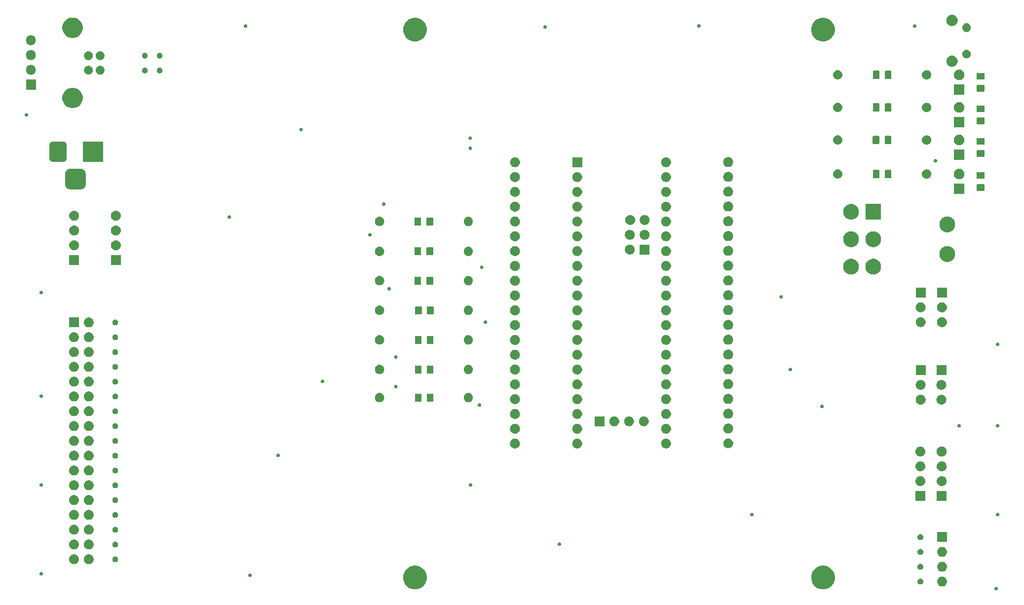
<source format=gbr>
G04 #@! TF.GenerationSoftware,KiCad,Pcbnew,(5.1.2)-2*
G04 #@! TF.CreationDate,2020-12-20T14:11:34+00:00*
G04 #@! TF.ProjectId,Greaseweazle F1 3.5 Inch,47726561-7365-4776-9561-7a6c65204631,1*
G04 #@! TF.SameCoordinates,PX6312cb0PY6bcb370*
G04 #@! TF.FileFunction,Soldermask,Top*
G04 #@! TF.FilePolarity,Negative*
%FSLAX46Y46*%
G04 Gerber Fmt 4.6, Leading zero omitted, Abs format (unit mm)*
G04 Created by KiCad (PCBNEW (5.1.2)-2) date 2020-12-20 14:11:34*
%MOMM*%
%LPD*%
G04 APERTURE LIST*
%ADD10C,0.100000*%
G04 APERTURE END LIST*
D10*
G36*
X115911507Y-36541528D02*
G01*
X115966103Y-36564143D01*
X116015239Y-36596974D01*
X116057026Y-36638761D01*
X116089857Y-36687897D01*
X116112472Y-36742493D01*
X116124000Y-36800453D01*
X116124000Y-36859547D01*
X116112472Y-36917507D01*
X116089857Y-36972103D01*
X116057026Y-37021239D01*
X116015239Y-37063026D01*
X115966103Y-37095857D01*
X115911507Y-37118472D01*
X115853547Y-37130000D01*
X115794453Y-37130000D01*
X115736493Y-37118472D01*
X115681897Y-37095857D01*
X115632761Y-37063026D01*
X115590974Y-37021239D01*
X115558143Y-36972103D01*
X115535528Y-36917507D01*
X115524000Y-36859547D01*
X115524000Y-36800453D01*
X115535528Y-36742493D01*
X115558143Y-36687897D01*
X115590974Y-36638761D01*
X115632761Y-36596974D01*
X115681897Y-36564143D01*
X115736493Y-36541528D01*
X115794453Y-36530000D01*
X115853547Y-36530000D01*
X115911507Y-36541528D01*
X115911507Y-36541528D01*
G37*
G36*
X86706331Y-32981248D02*
G01*
X87076131Y-33134424D01*
X87076133Y-33134425D01*
X87199181Y-33216643D01*
X87408944Y-33356802D01*
X87691978Y-33639836D01*
X87914356Y-33972649D01*
X88067532Y-34342449D01*
X88145620Y-34735024D01*
X88145620Y-35135296D01*
X88067532Y-35527871D01*
X87972771Y-35756645D01*
X87914355Y-35897673D01*
X87846533Y-35999175D01*
X87691978Y-36230484D01*
X87408944Y-36513518D01*
X87284044Y-36596973D01*
X87076133Y-36735895D01*
X87076132Y-36735896D01*
X87076131Y-36735896D01*
X86706331Y-36889072D01*
X86313756Y-36967160D01*
X85913484Y-36967160D01*
X85520909Y-36889072D01*
X85151109Y-36735896D01*
X85151108Y-36735896D01*
X85151107Y-36735895D01*
X84943196Y-36596973D01*
X84818296Y-36513518D01*
X84535262Y-36230484D01*
X84380707Y-35999175D01*
X84312885Y-35897673D01*
X84254469Y-35756645D01*
X84159708Y-35527871D01*
X84081620Y-35135296D01*
X84081620Y-34735024D01*
X84159708Y-34342449D01*
X84312884Y-33972649D01*
X84535262Y-33639836D01*
X84818296Y-33356802D01*
X85028059Y-33216643D01*
X85151107Y-33134425D01*
X85151109Y-33134424D01*
X85520909Y-32981248D01*
X85913484Y-32903160D01*
X86313756Y-32903160D01*
X86706331Y-32981248D01*
X86706331Y-32981248D01*
G37*
G36*
X16706471Y-32981248D02*
G01*
X17076271Y-33134424D01*
X17076273Y-33134425D01*
X17199321Y-33216643D01*
X17409084Y-33356802D01*
X17692118Y-33639836D01*
X17914496Y-33972649D01*
X18067672Y-34342449D01*
X18145760Y-34735024D01*
X18145760Y-35135296D01*
X18067672Y-35527871D01*
X17972911Y-35756645D01*
X17914495Y-35897673D01*
X17846673Y-35999175D01*
X17692118Y-36230484D01*
X17409084Y-36513518D01*
X17284184Y-36596973D01*
X17076273Y-36735895D01*
X17076272Y-36735896D01*
X17076271Y-36735896D01*
X16706471Y-36889072D01*
X16313896Y-36967160D01*
X15913624Y-36967160D01*
X15521049Y-36889072D01*
X15151249Y-36735896D01*
X15151248Y-36735896D01*
X15151247Y-36735895D01*
X14943336Y-36596973D01*
X14818436Y-36513518D01*
X14535402Y-36230484D01*
X14380847Y-35999175D01*
X14313025Y-35897673D01*
X14254609Y-35756645D01*
X14159848Y-35527871D01*
X14081760Y-35135296D01*
X14081760Y-34735024D01*
X14159848Y-34342449D01*
X14313024Y-33972649D01*
X14535402Y-33639836D01*
X14818436Y-33356802D01*
X15028199Y-33216643D01*
X15151247Y-33134425D01*
X15151249Y-33134424D01*
X15521049Y-32981248D01*
X15913624Y-32903160D01*
X16313896Y-32903160D01*
X16706471Y-32981248D01*
X16706471Y-32981248D01*
G37*
G36*
X106719627Y-34785799D02*
G01*
X106798933Y-34809856D01*
X106879855Y-34834403D01*
X106879857Y-34834404D01*
X107027518Y-34913331D01*
X107156949Y-35019551D01*
X107263169Y-35148982D01*
X107342096Y-35296643D01*
X107390701Y-35456873D01*
X107407112Y-35623500D01*
X107390701Y-35790127D01*
X107390700Y-35790129D01*
X107348414Y-35929531D01*
X107342096Y-35950357D01*
X107263169Y-36098018D01*
X107156949Y-36227449D01*
X107027518Y-36333669D01*
X106879857Y-36412596D01*
X106879855Y-36412597D01*
X106799742Y-36436899D01*
X106719627Y-36461201D01*
X106594752Y-36473500D01*
X106511248Y-36473500D01*
X106386373Y-36461201D01*
X106306258Y-36436899D01*
X106226145Y-36412597D01*
X106226143Y-36412596D01*
X106078482Y-36333669D01*
X105949051Y-36227449D01*
X105842831Y-36098018D01*
X105763904Y-35950357D01*
X105757587Y-35929531D01*
X105715300Y-35790129D01*
X105715299Y-35790127D01*
X105698888Y-35623500D01*
X105715299Y-35456873D01*
X105763904Y-35296643D01*
X105842831Y-35148982D01*
X105949051Y-35019551D01*
X106078482Y-34913331D01*
X106226143Y-34834404D01*
X106226145Y-34834403D01*
X106307067Y-34809856D01*
X106386373Y-34785799D01*
X106511248Y-34773500D01*
X106594752Y-34773500D01*
X106719627Y-34785799D01*
X106719627Y-34785799D01*
G37*
G36*
X102965043Y-35130014D02*
G01*
X103056037Y-35167705D01*
X103056039Y-35167706D01*
X103097263Y-35195251D01*
X103137930Y-35222424D01*
X103207576Y-35292070D01*
X103262295Y-35373963D01*
X103299986Y-35464957D01*
X103319200Y-35561553D01*
X103319200Y-35660047D01*
X103299986Y-35756643D01*
X103262295Y-35847637D01*
X103262294Y-35847639D01*
X103207575Y-35929531D01*
X103137931Y-35999175D01*
X103056039Y-36053894D01*
X103056038Y-36053895D01*
X103056037Y-36053895D01*
X102965043Y-36091586D01*
X102868447Y-36110800D01*
X102769953Y-36110800D01*
X102673357Y-36091586D01*
X102582363Y-36053895D01*
X102582362Y-36053895D01*
X102582361Y-36053894D01*
X102500469Y-35999175D01*
X102430825Y-35929531D01*
X102376106Y-35847639D01*
X102376105Y-35847637D01*
X102338414Y-35756643D01*
X102319200Y-35660047D01*
X102319200Y-35561553D01*
X102338414Y-35464957D01*
X102376105Y-35373963D01*
X102430824Y-35292070D01*
X102500470Y-35222424D01*
X102541137Y-35195251D01*
X102582361Y-35167706D01*
X102582363Y-35167705D01*
X102673357Y-35130014D01*
X102769953Y-35110800D01*
X102868447Y-35110800D01*
X102965043Y-35130014D01*
X102965043Y-35130014D01*
G37*
G36*
X-12104493Y-34255528D02*
G01*
X-12049897Y-34278143D01*
X-12000761Y-34310974D01*
X-11958974Y-34352761D01*
X-11926143Y-34401897D01*
X-11903528Y-34456493D01*
X-11892000Y-34514453D01*
X-11892000Y-34573547D01*
X-11903528Y-34631507D01*
X-11926143Y-34686103D01*
X-11958974Y-34735239D01*
X-12000761Y-34777026D01*
X-12049897Y-34809857D01*
X-12104493Y-34832472D01*
X-12162453Y-34844000D01*
X-12221547Y-34844000D01*
X-12279507Y-34832472D01*
X-12334103Y-34809857D01*
X-12383239Y-34777026D01*
X-12425026Y-34735239D01*
X-12457857Y-34686103D01*
X-12480472Y-34631507D01*
X-12492000Y-34573547D01*
X-12492000Y-34514453D01*
X-12480472Y-34456493D01*
X-12457857Y-34401897D01*
X-12425026Y-34352761D01*
X-12383239Y-34310974D01*
X-12334103Y-34278143D01*
X-12279507Y-34255528D01*
X-12221547Y-34244000D01*
X-12162453Y-34244000D01*
X-12104493Y-34255528D01*
X-12104493Y-34255528D01*
G37*
G36*
X-47918493Y-34001528D02*
G01*
X-47863897Y-34024143D01*
X-47814761Y-34056974D01*
X-47772974Y-34098761D01*
X-47740143Y-34147897D01*
X-47717528Y-34202493D01*
X-47706000Y-34260453D01*
X-47706000Y-34319547D01*
X-47717528Y-34377507D01*
X-47740143Y-34432103D01*
X-47772974Y-34481239D01*
X-47814761Y-34523026D01*
X-47863897Y-34555857D01*
X-47918493Y-34578472D01*
X-47976453Y-34590000D01*
X-48035547Y-34590000D01*
X-48093507Y-34578472D01*
X-48148103Y-34555857D01*
X-48197239Y-34523026D01*
X-48239026Y-34481239D01*
X-48271857Y-34432103D01*
X-48294472Y-34377507D01*
X-48306000Y-34319547D01*
X-48306000Y-34260453D01*
X-48294472Y-34202493D01*
X-48271857Y-34147897D01*
X-48239026Y-34098761D01*
X-48197239Y-34056974D01*
X-48148103Y-34024143D01*
X-48093507Y-34001528D01*
X-48035547Y-33990000D01*
X-47976453Y-33990000D01*
X-47918493Y-34001528D01*
X-47918493Y-34001528D01*
G37*
G36*
X106719627Y-32245799D02*
G01*
X106799742Y-32270101D01*
X106879855Y-32294403D01*
X106879857Y-32294404D01*
X107027518Y-32373331D01*
X107156949Y-32479551D01*
X107263169Y-32608982D01*
X107342096Y-32756643D01*
X107390701Y-32916873D01*
X107407112Y-33083500D01*
X107390701Y-33250127D01*
X107390700Y-33250129D01*
X107348414Y-33389531D01*
X107342096Y-33410357D01*
X107263169Y-33558018D01*
X107156949Y-33687449D01*
X107027518Y-33793669D01*
X106879857Y-33872596D01*
X106879855Y-33872597D01*
X106799742Y-33896898D01*
X106719627Y-33921201D01*
X106594752Y-33933500D01*
X106511248Y-33933500D01*
X106386373Y-33921201D01*
X106306258Y-33896898D01*
X106226145Y-33872597D01*
X106226143Y-33872596D01*
X106078482Y-33793669D01*
X105949051Y-33687449D01*
X105842831Y-33558018D01*
X105763904Y-33410357D01*
X105757587Y-33389531D01*
X105715300Y-33250129D01*
X105715299Y-33250127D01*
X105698888Y-33083500D01*
X105715299Y-32916873D01*
X105763904Y-32756643D01*
X105842831Y-32608982D01*
X105949051Y-32479551D01*
X106078482Y-32373331D01*
X106226143Y-32294404D01*
X106226145Y-32294403D01*
X106306258Y-32270102D01*
X106386373Y-32245799D01*
X106511248Y-32233500D01*
X106594752Y-32233500D01*
X106719627Y-32245799D01*
X106719627Y-32245799D01*
G37*
G36*
X102965043Y-32590014D02*
G01*
X103056037Y-32627705D01*
X103056039Y-32627706D01*
X103090601Y-32650800D01*
X103137930Y-32682424D01*
X103207576Y-32752070D01*
X103262295Y-32833963D01*
X103299986Y-32924957D01*
X103319200Y-33021553D01*
X103319200Y-33120047D01*
X103299986Y-33216643D01*
X103262295Y-33307637D01*
X103262294Y-33307639D01*
X103207575Y-33389531D01*
X103137931Y-33459175D01*
X103056039Y-33513894D01*
X103056038Y-33513895D01*
X103056037Y-33513895D01*
X102965043Y-33551586D01*
X102868447Y-33570800D01*
X102769953Y-33570800D01*
X102673357Y-33551586D01*
X102582363Y-33513895D01*
X102582362Y-33513895D01*
X102582361Y-33513894D01*
X102500469Y-33459175D01*
X102430825Y-33389531D01*
X102376106Y-33307639D01*
X102376105Y-33307637D01*
X102338414Y-33216643D01*
X102319200Y-33120047D01*
X102319200Y-33021553D01*
X102338414Y-32924957D01*
X102376105Y-32833963D01*
X102430824Y-32752070D01*
X102500470Y-32682424D01*
X102547799Y-32650800D01*
X102582361Y-32627706D01*
X102582363Y-32627705D01*
X102673357Y-32590014D01*
X102769953Y-32570800D01*
X102868447Y-32570800D01*
X102965043Y-32590014D01*
X102965043Y-32590014D01*
G37*
G36*
X-39685973Y-30963099D02*
G01*
X-39605858Y-30987401D01*
X-39525745Y-31011703D01*
X-39525743Y-31011704D01*
X-39378082Y-31090631D01*
X-39248651Y-31196851D01*
X-39142431Y-31326282D01*
X-39063504Y-31473943D01*
X-39063503Y-31473945D01*
X-39039201Y-31554058D01*
X-39014899Y-31634173D01*
X-38998488Y-31800800D01*
X-39014899Y-31967427D01*
X-39039202Y-32047542D01*
X-39061038Y-32119530D01*
X-39063504Y-32127657D01*
X-39142431Y-32275318D01*
X-39248651Y-32404749D01*
X-39378082Y-32510969D01*
X-39490017Y-32570800D01*
X-39525745Y-32589897D01*
X-39588658Y-32608981D01*
X-39685973Y-32638501D01*
X-39810848Y-32650800D01*
X-39894352Y-32650800D01*
X-40019227Y-32638501D01*
X-40116542Y-32608981D01*
X-40179455Y-32589897D01*
X-40215183Y-32570800D01*
X-40327118Y-32510969D01*
X-40456549Y-32404749D01*
X-40562769Y-32275318D01*
X-40641696Y-32127657D01*
X-40644161Y-32119530D01*
X-40665998Y-32047542D01*
X-40690301Y-31967427D01*
X-40706712Y-31800800D01*
X-40690301Y-31634173D01*
X-40665999Y-31554058D01*
X-40641697Y-31473945D01*
X-40641696Y-31473943D01*
X-40562769Y-31326282D01*
X-40456549Y-31196851D01*
X-40327118Y-31090631D01*
X-40179457Y-31011704D01*
X-40179455Y-31011703D01*
X-40099342Y-30987402D01*
X-40019227Y-30963099D01*
X-39894352Y-30950800D01*
X-39810848Y-30950800D01*
X-39685973Y-30963099D01*
X-39685973Y-30963099D01*
G37*
G36*
X-42225973Y-30963099D02*
G01*
X-42145858Y-30987401D01*
X-42065745Y-31011703D01*
X-42065743Y-31011704D01*
X-41918082Y-31090631D01*
X-41788651Y-31196851D01*
X-41682431Y-31326282D01*
X-41603504Y-31473943D01*
X-41603503Y-31473945D01*
X-41579201Y-31554058D01*
X-41554899Y-31634173D01*
X-41538488Y-31800800D01*
X-41554899Y-31967427D01*
X-41579202Y-32047542D01*
X-41601038Y-32119530D01*
X-41603504Y-32127657D01*
X-41682431Y-32275318D01*
X-41788651Y-32404749D01*
X-41918082Y-32510969D01*
X-42030017Y-32570800D01*
X-42065745Y-32589897D01*
X-42128658Y-32608981D01*
X-42225973Y-32638501D01*
X-42350848Y-32650800D01*
X-42434352Y-32650800D01*
X-42559227Y-32638501D01*
X-42656542Y-32608981D01*
X-42719455Y-32589897D01*
X-42755183Y-32570800D01*
X-42867118Y-32510969D01*
X-42996549Y-32404749D01*
X-43102769Y-32275318D01*
X-43181696Y-32127657D01*
X-43184161Y-32119530D01*
X-43205998Y-32047542D01*
X-43230301Y-31967427D01*
X-43246712Y-31800800D01*
X-43230301Y-31634173D01*
X-43205999Y-31554058D01*
X-43181697Y-31473945D01*
X-43181696Y-31473943D01*
X-43102769Y-31326282D01*
X-42996549Y-31196851D01*
X-42867118Y-31090631D01*
X-42719457Y-31011704D01*
X-42719455Y-31011703D01*
X-42639342Y-30987401D01*
X-42559227Y-30963099D01*
X-42434352Y-30950800D01*
X-42350848Y-30950800D01*
X-42225973Y-30963099D01*
X-42225973Y-30963099D01*
G37*
G36*
X-35160157Y-31320014D02*
G01*
X-35129779Y-31332597D01*
X-35069161Y-31357706D01*
X-35034000Y-31381200D01*
X-34987270Y-31412424D01*
X-34917624Y-31482070D01*
X-34862905Y-31563963D01*
X-34825214Y-31654957D01*
X-34806000Y-31751553D01*
X-34806000Y-31850047D01*
X-34825214Y-31946643D01*
X-34825215Y-31946645D01*
X-34862906Y-32037639D01*
X-34917625Y-32119531D01*
X-34987269Y-32189175D01*
X-35069161Y-32243894D01*
X-35069162Y-32243895D01*
X-35069163Y-32243895D01*
X-35160157Y-32281586D01*
X-35256753Y-32300800D01*
X-35355247Y-32300800D01*
X-35451843Y-32281586D01*
X-35542837Y-32243895D01*
X-35542838Y-32243895D01*
X-35542839Y-32243894D01*
X-35624731Y-32189175D01*
X-35694375Y-32119531D01*
X-35749094Y-32037639D01*
X-35786785Y-31946645D01*
X-35786786Y-31946643D01*
X-35806000Y-31850047D01*
X-35806000Y-31751553D01*
X-35786786Y-31654957D01*
X-35749095Y-31563963D01*
X-35694376Y-31482070D01*
X-35624730Y-31412424D01*
X-35578000Y-31381200D01*
X-35542839Y-31357706D01*
X-35482221Y-31332597D01*
X-35451843Y-31320014D01*
X-35355247Y-31300800D01*
X-35256753Y-31300800D01*
X-35160157Y-31320014D01*
X-35160157Y-31320014D01*
G37*
G36*
X106719627Y-29705799D02*
G01*
X106799742Y-29730102D01*
X106879855Y-29754403D01*
X106879857Y-29754404D01*
X107027518Y-29833331D01*
X107156949Y-29939551D01*
X107263169Y-30068982D01*
X107342096Y-30216643D01*
X107390701Y-30376873D01*
X107407112Y-30543500D01*
X107390701Y-30710127D01*
X107390700Y-30710129D01*
X107348414Y-30849531D01*
X107342096Y-30870357D01*
X107263169Y-31018018D01*
X107156949Y-31147449D01*
X107027518Y-31253669D01*
X106879857Y-31332596D01*
X106879855Y-31332597D01*
X106799742Y-31356899D01*
X106719627Y-31381201D01*
X106594752Y-31393500D01*
X106511248Y-31393500D01*
X106386373Y-31381201D01*
X106306258Y-31356899D01*
X106226145Y-31332597D01*
X106226143Y-31332596D01*
X106078482Y-31253669D01*
X105949051Y-31147449D01*
X105842831Y-31018018D01*
X105763904Y-30870357D01*
X105757587Y-30849531D01*
X105715300Y-30710129D01*
X105715299Y-30710127D01*
X105698888Y-30543500D01*
X105715299Y-30376873D01*
X105763904Y-30216643D01*
X105842831Y-30068982D01*
X105949051Y-29939551D01*
X106078482Y-29833331D01*
X106226143Y-29754404D01*
X106226145Y-29754403D01*
X106306258Y-29730101D01*
X106386373Y-29705799D01*
X106511248Y-29693500D01*
X106594752Y-29693500D01*
X106719627Y-29705799D01*
X106719627Y-29705799D01*
G37*
G36*
X102965043Y-30050014D02*
G01*
X103056037Y-30087705D01*
X103056039Y-30087706D01*
X103090601Y-30110800D01*
X103137930Y-30142424D01*
X103207576Y-30212070D01*
X103262295Y-30293963D01*
X103299986Y-30384957D01*
X103319200Y-30481553D01*
X103319200Y-30580047D01*
X103299986Y-30676643D01*
X103262295Y-30767637D01*
X103262294Y-30767639D01*
X103207575Y-30849531D01*
X103137931Y-30919175D01*
X103056039Y-30973894D01*
X103056038Y-30973895D01*
X103056037Y-30973895D01*
X102965043Y-31011586D01*
X102868447Y-31030800D01*
X102769953Y-31030800D01*
X102673357Y-31011586D01*
X102582363Y-30973895D01*
X102582362Y-30973895D01*
X102582361Y-30973894D01*
X102500469Y-30919175D01*
X102430825Y-30849531D01*
X102376106Y-30767639D01*
X102376105Y-30767637D01*
X102338414Y-30676643D01*
X102319200Y-30580047D01*
X102319200Y-30481553D01*
X102338414Y-30384957D01*
X102376105Y-30293963D01*
X102430824Y-30212070D01*
X102500470Y-30142424D01*
X102547799Y-30110800D01*
X102582361Y-30087706D01*
X102582363Y-30087705D01*
X102673357Y-30050014D01*
X102769953Y-30030800D01*
X102868447Y-30030800D01*
X102965043Y-30050014D01*
X102965043Y-30050014D01*
G37*
G36*
X-39685973Y-28423099D02*
G01*
X-39605858Y-28447402D01*
X-39525745Y-28471703D01*
X-39525743Y-28471704D01*
X-39378082Y-28550631D01*
X-39248651Y-28656851D01*
X-39142431Y-28786282D01*
X-39063504Y-28933943D01*
X-39063503Y-28933945D01*
X-39050451Y-28976973D01*
X-39014899Y-29094173D01*
X-38998488Y-29260800D01*
X-39014899Y-29427427D01*
X-39036450Y-29498471D01*
X-39061038Y-29579530D01*
X-39063504Y-29587657D01*
X-39142431Y-29735318D01*
X-39248651Y-29864749D01*
X-39378082Y-29970969D01*
X-39490017Y-30030800D01*
X-39525745Y-30049897D01*
X-39588658Y-30068981D01*
X-39685973Y-30098501D01*
X-39810848Y-30110800D01*
X-39894352Y-30110800D01*
X-40019227Y-30098501D01*
X-40116542Y-30068981D01*
X-40179455Y-30049897D01*
X-40215183Y-30030800D01*
X-40327118Y-29970969D01*
X-40456549Y-29864749D01*
X-40562769Y-29735318D01*
X-40641696Y-29587657D01*
X-40644161Y-29579530D01*
X-40668750Y-29498471D01*
X-40690301Y-29427427D01*
X-40706712Y-29260800D01*
X-40690301Y-29094173D01*
X-40654749Y-28976973D01*
X-40641697Y-28933945D01*
X-40641696Y-28933943D01*
X-40562769Y-28786282D01*
X-40456549Y-28656851D01*
X-40327118Y-28550631D01*
X-40179457Y-28471704D01*
X-40179455Y-28471703D01*
X-40099342Y-28447402D01*
X-40019227Y-28423099D01*
X-39894352Y-28410800D01*
X-39810848Y-28410800D01*
X-39685973Y-28423099D01*
X-39685973Y-28423099D01*
G37*
G36*
X-42225973Y-28423099D02*
G01*
X-42145858Y-28447402D01*
X-42065745Y-28471703D01*
X-42065743Y-28471704D01*
X-41918082Y-28550631D01*
X-41788651Y-28656851D01*
X-41682431Y-28786282D01*
X-41603504Y-28933943D01*
X-41603503Y-28933945D01*
X-41590451Y-28976973D01*
X-41554899Y-29094173D01*
X-41538488Y-29260800D01*
X-41554899Y-29427427D01*
X-41576450Y-29498471D01*
X-41601038Y-29579530D01*
X-41603504Y-29587657D01*
X-41682431Y-29735318D01*
X-41788651Y-29864749D01*
X-41918082Y-29970969D01*
X-42030017Y-30030800D01*
X-42065745Y-30049897D01*
X-42128658Y-30068981D01*
X-42225973Y-30098501D01*
X-42350848Y-30110800D01*
X-42434352Y-30110800D01*
X-42559227Y-30098501D01*
X-42656542Y-30068981D01*
X-42719455Y-30049897D01*
X-42755183Y-30030800D01*
X-42867118Y-29970969D01*
X-42996549Y-29864749D01*
X-43102769Y-29735318D01*
X-43181696Y-29587657D01*
X-43184161Y-29579530D01*
X-43208750Y-29498471D01*
X-43230301Y-29427427D01*
X-43246712Y-29260800D01*
X-43230301Y-29094173D01*
X-43194749Y-28976973D01*
X-43181697Y-28933945D01*
X-43181696Y-28933943D01*
X-43102769Y-28786282D01*
X-42996549Y-28656851D01*
X-42867118Y-28550631D01*
X-42719457Y-28471704D01*
X-42719455Y-28471703D01*
X-42639342Y-28447402D01*
X-42559227Y-28423099D01*
X-42434352Y-28410800D01*
X-42350848Y-28410800D01*
X-42225973Y-28423099D01*
X-42225973Y-28423099D01*
G37*
G36*
X-35160157Y-28780014D02*
G01*
X-35145025Y-28786282D01*
X-35069161Y-28817706D01*
X-35027937Y-28845251D01*
X-34987270Y-28872424D01*
X-34917624Y-28942070D01*
X-34862905Y-29023963D01*
X-34825214Y-29114957D01*
X-34806000Y-29211553D01*
X-34806000Y-29310047D01*
X-34825214Y-29406643D01*
X-34862905Y-29497637D01*
X-34862906Y-29497639D01*
X-34917625Y-29579531D01*
X-34987269Y-29649175D01*
X-35069161Y-29703894D01*
X-35069162Y-29703895D01*
X-35069163Y-29703895D01*
X-35160157Y-29741586D01*
X-35256753Y-29760800D01*
X-35355247Y-29760800D01*
X-35451843Y-29741586D01*
X-35542837Y-29703895D01*
X-35542838Y-29703895D01*
X-35542839Y-29703894D01*
X-35624731Y-29649175D01*
X-35694375Y-29579531D01*
X-35749094Y-29497639D01*
X-35749095Y-29497637D01*
X-35786786Y-29406643D01*
X-35806000Y-29310047D01*
X-35806000Y-29211553D01*
X-35786786Y-29114957D01*
X-35749095Y-29023963D01*
X-35694376Y-28942070D01*
X-35624730Y-28872424D01*
X-35584063Y-28845251D01*
X-35542839Y-28817706D01*
X-35466975Y-28786282D01*
X-35451843Y-28780014D01*
X-35355247Y-28760800D01*
X-35256753Y-28760800D01*
X-35160157Y-28780014D01*
X-35160157Y-28780014D01*
G37*
G36*
X40981507Y-28921528D02*
G01*
X41036103Y-28944143D01*
X41085239Y-28976974D01*
X41127026Y-29018761D01*
X41159857Y-29067897D01*
X41182472Y-29122493D01*
X41194000Y-29180453D01*
X41194000Y-29239547D01*
X41182472Y-29297507D01*
X41159857Y-29352103D01*
X41127026Y-29401239D01*
X41085239Y-29443026D01*
X41036103Y-29475857D01*
X40981507Y-29498472D01*
X40923547Y-29510000D01*
X40864453Y-29510000D01*
X40806493Y-29498472D01*
X40751897Y-29475857D01*
X40702761Y-29443026D01*
X40660974Y-29401239D01*
X40628143Y-29352103D01*
X40605528Y-29297507D01*
X40594000Y-29239547D01*
X40594000Y-29180453D01*
X40605528Y-29122493D01*
X40628143Y-29067897D01*
X40660974Y-29018761D01*
X40702761Y-28976974D01*
X40751897Y-28944143D01*
X40806493Y-28921528D01*
X40864453Y-28910000D01*
X40923547Y-28910000D01*
X40981507Y-28921528D01*
X40981507Y-28921528D01*
G37*
G36*
X107403000Y-28853500D02*
G01*
X105703000Y-28853500D01*
X105703000Y-27153500D01*
X107403000Y-27153500D01*
X107403000Y-28853500D01*
X107403000Y-28853500D01*
G37*
G36*
X102965043Y-27510014D02*
G01*
X102965046Y-27510015D01*
X102965045Y-27510015D01*
X103056039Y-27547706D01*
X103090601Y-27570800D01*
X103137930Y-27602424D01*
X103207576Y-27672070D01*
X103262295Y-27753963D01*
X103299986Y-27844957D01*
X103319200Y-27941553D01*
X103319200Y-28040047D01*
X103299986Y-28136643D01*
X103299985Y-28136645D01*
X103262294Y-28227639D01*
X103207575Y-28309531D01*
X103137931Y-28379175D01*
X103056039Y-28433894D01*
X103056038Y-28433895D01*
X103056037Y-28433895D01*
X102965043Y-28471586D01*
X102868447Y-28490800D01*
X102769953Y-28490800D01*
X102673357Y-28471586D01*
X102582363Y-28433895D01*
X102582362Y-28433895D01*
X102582361Y-28433894D01*
X102500469Y-28379175D01*
X102430825Y-28309531D01*
X102376106Y-28227639D01*
X102338415Y-28136645D01*
X102338414Y-28136643D01*
X102319200Y-28040047D01*
X102319200Y-27941553D01*
X102338414Y-27844957D01*
X102376105Y-27753963D01*
X102430824Y-27672070D01*
X102500470Y-27602424D01*
X102547799Y-27570800D01*
X102582361Y-27547706D01*
X102673355Y-27510015D01*
X102673354Y-27510015D01*
X102673357Y-27510014D01*
X102769953Y-27490800D01*
X102868447Y-27490800D01*
X102965043Y-27510014D01*
X102965043Y-27510014D01*
G37*
G36*
X-39685973Y-25883099D02*
G01*
X-39605858Y-25907402D01*
X-39525745Y-25931703D01*
X-39525743Y-25931704D01*
X-39378082Y-26010631D01*
X-39248651Y-26116851D01*
X-39142431Y-26246282D01*
X-39063504Y-26393943D01*
X-39063503Y-26393945D01*
X-39039202Y-26474058D01*
X-39014899Y-26554173D01*
X-38998488Y-26720800D01*
X-39014899Y-26887427D01*
X-39039201Y-26967542D01*
X-39061038Y-27039530D01*
X-39063504Y-27047657D01*
X-39142431Y-27195318D01*
X-39248651Y-27324749D01*
X-39378082Y-27430969D01*
X-39490017Y-27490800D01*
X-39525745Y-27509897D01*
X-39605858Y-27534199D01*
X-39685973Y-27558501D01*
X-39810848Y-27570800D01*
X-39894352Y-27570800D01*
X-40019227Y-27558501D01*
X-40099342Y-27534199D01*
X-40179455Y-27509897D01*
X-40215183Y-27490800D01*
X-40327118Y-27430969D01*
X-40456549Y-27324749D01*
X-40562769Y-27195318D01*
X-40641696Y-27047657D01*
X-40644161Y-27039530D01*
X-40665998Y-26967542D01*
X-40690301Y-26887427D01*
X-40706712Y-26720800D01*
X-40690301Y-26554173D01*
X-40665998Y-26474058D01*
X-40641697Y-26393945D01*
X-40641696Y-26393943D01*
X-40562769Y-26246282D01*
X-40456549Y-26116851D01*
X-40327118Y-26010631D01*
X-40179457Y-25931704D01*
X-40179455Y-25931703D01*
X-40099342Y-25907402D01*
X-40019227Y-25883099D01*
X-39894352Y-25870800D01*
X-39810848Y-25870800D01*
X-39685973Y-25883099D01*
X-39685973Y-25883099D01*
G37*
G36*
X-42225973Y-25883099D02*
G01*
X-42145858Y-25907402D01*
X-42065745Y-25931703D01*
X-42065743Y-25931704D01*
X-41918082Y-26010631D01*
X-41788651Y-26116851D01*
X-41682431Y-26246282D01*
X-41603504Y-26393943D01*
X-41603503Y-26393945D01*
X-41579202Y-26474058D01*
X-41554899Y-26554173D01*
X-41538488Y-26720800D01*
X-41554899Y-26887427D01*
X-41579201Y-26967542D01*
X-41601038Y-27039530D01*
X-41603504Y-27047657D01*
X-41682431Y-27195318D01*
X-41788651Y-27324749D01*
X-41918082Y-27430969D01*
X-42030017Y-27490800D01*
X-42065745Y-27509897D01*
X-42145858Y-27534199D01*
X-42225973Y-27558501D01*
X-42350848Y-27570800D01*
X-42434352Y-27570800D01*
X-42559227Y-27558501D01*
X-42639342Y-27534199D01*
X-42719455Y-27509897D01*
X-42755183Y-27490800D01*
X-42867118Y-27430969D01*
X-42996549Y-27324749D01*
X-43102769Y-27195318D01*
X-43181696Y-27047657D01*
X-43184161Y-27039530D01*
X-43205998Y-26967542D01*
X-43230301Y-26887427D01*
X-43246712Y-26720800D01*
X-43230301Y-26554173D01*
X-43205998Y-26474058D01*
X-43181697Y-26393945D01*
X-43181696Y-26393943D01*
X-43102769Y-26246282D01*
X-42996549Y-26116851D01*
X-42867118Y-26010631D01*
X-42719457Y-25931704D01*
X-42719455Y-25931703D01*
X-42639342Y-25907402D01*
X-42559227Y-25883099D01*
X-42434352Y-25870800D01*
X-42350848Y-25870800D01*
X-42225973Y-25883099D01*
X-42225973Y-25883099D01*
G37*
G36*
X-35160157Y-26240014D02*
G01*
X-35145025Y-26246282D01*
X-35069161Y-26277706D01*
X-35027937Y-26305251D01*
X-34987270Y-26332424D01*
X-34917624Y-26402070D01*
X-34862905Y-26483963D01*
X-34825214Y-26574957D01*
X-34806000Y-26671553D01*
X-34806000Y-26770047D01*
X-34825214Y-26866643D01*
X-34825215Y-26866645D01*
X-34862906Y-26957639D01*
X-34917625Y-27039531D01*
X-34987269Y-27109175D01*
X-35069161Y-27163894D01*
X-35069162Y-27163895D01*
X-35069163Y-27163895D01*
X-35160157Y-27201586D01*
X-35256753Y-27220800D01*
X-35355247Y-27220800D01*
X-35451843Y-27201586D01*
X-35542837Y-27163895D01*
X-35542838Y-27163895D01*
X-35542839Y-27163894D01*
X-35624731Y-27109175D01*
X-35694375Y-27039531D01*
X-35749094Y-26957639D01*
X-35786785Y-26866645D01*
X-35786786Y-26866643D01*
X-35806000Y-26770047D01*
X-35806000Y-26671553D01*
X-35786786Y-26574957D01*
X-35749095Y-26483963D01*
X-35694376Y-26402070D01*
X-35624730Y-26332424D01*
X-35584063Y-26305251D01*
X-35542839Y-26277706D01*
X-35466975Y-26246282D01*
X-35451843Y-26240014D01*
X-35355247Y-26220800D01*
X-35256753Y-26220800D01*
X-35160157Y-26240014D01*
X-35160157Y-26240014D01*
G37*
G36*
X-42225973Y-23343099D02*
G01*
X-42145858Y-23367401D01*
X-42065745Y-23391703D01*
X-42065743Y-23391704D01*
X-41918082Y-23470631D01*
X-41788651Y-23576851D01*
X-41682431Y-23706282D01*
X-41603504Y-23853943D01*
X-41603503Y-23853945D01*
X-41590451Y-23896973D01*
X-41554899Y-24014173D01*
X-41538488Y-24180800D01*
X-41554899Y-24347427D01*
X-41576450Y-24418471D01*
X-41601038Y-24499530D01*
X-41603504Y-24507657D01*
X-41682431Y-24655318D01*
X-41788651Y-24784749D01*
X-41918082Y-24890969D01*
X-42065743Y-24969896D01*
X-42065745Y-24969897D01*
X-42145858Y-24994199D01*
X-42225973Y-25018501D01*
X-42350848Y-25030800D01*
X-42434352Y-25030800D01*
X-42559227Y-25018501D01*
X-42639342Y-24994199D01*
X-42719455Y-24969897D01*
X-42719457Y-24969896D01*
X-42867118Y-24890969D01*
X-42996549Y-24784749D01*
X-43102769Y-24655318D01*
X-43181696Y-24507657D01*
X-43184161Y-24499530D01*
X-43208750Y-24418471D01*
X-43230301Y-24347427D01*
X-43246712Y-24180800D01*
X-43230301Y-24014173D01*
X-43194749Y-23896973D01*
X-43181697Y-23853945D01*
X-43181696Y-23853943D01*
X-43102769Y-23706282D01*
X-42996549Y-23576851D01*
X-42867118Y-23470631D01*
X-42719457Y-23391704D01*
X-42719455Y-23391703D01*
X-42639342Y-23367401D01*
X-42559227Y-23343099D01*
X-42434352Y-23330800D01*
X-42350848Y-23330800D01*
X-42225973Y-23343099D01*
X-42225973Y-23343099D01*
G37*
G36*
X-39685973Y-23343099D02*
G01*
X-39605858Y-23367401D01*
X-39525745Y-23391703D01*
X-39525743Y-23391704D01*
X-39378082Y-23470631D01*
X-39248651Y-23576851D01*
X-39142431Y-23706282D01*
X-39063504Y-23853943D01*
X-39063503Y-23853945D01*
X-39050451Y-23896973D01*
X-39014899Y-24014173D01*
X-38998488Y-24180800D01*
X-39014899Y-24347427D01*
X-39036450Y-24418471D01*
X-39061038Y-24499530D01*
X-39063504Y-24507657D01*
X-39142431Y-24655318D01*
X-39248651Y-24784749D01*
X-39378082Y-24890969D01*
X-39525743Y-24969896D01*
X-39525745Y-24969897D01*
X-39605858Y-24994199D01*
X-39685973Y-25018501D01*
X-39810848Y-25030800D01*
X-39894352Y-25030800D01*
X-40019227Y-25018501D01*
X-40099342Y-24994199D01*
X-40179455Y-24969897D01*
X-40179457Y-24969896D01*
X-40327118Y-24890969D01*
X-40456549Y-24784749D01*
X-40562769Y-24655318D01*
X-40641696Y-24507657D01*
X-40644161Y-24499530D01*
X-40668750Y-24418471D01*
X-40690301Y-24347427D01*
X-40706712Y-24180800D01*
X-40690301Y-24014173D01*
X-40654749Y-23896973D01*
X-40641697Y-23853945D01*
X-40641696Y-23853943D01*
X-40562769Y-23706282D01*
X-40456549Y-23576851D01*
X-40327118Y-23470631D01*
X-40179457Y-23391704D01*
X-40179455Y-23391703D01*
X-40099342Y-23367401D01*
X-40019227Y-23343099D01*
X-39894352Y-23330800D01*
X-39810848Y-23330800D01*
X-39685973Y-23343099D01*
X-39685973Y-23343099D01*
G37*
G36*
X-35160157Y-23700014D02*
G01*
X-35145025Y-23706282D01*
X-35069161Y-23737706D01*
X-35027937Y-23765251D01*
X-34987270Y-23792424D01*
X-34917624Y-23862070D01*
X-34862905Y-23943963D01*
X-34825214Y-24034957D01*
X-34806000Y-24131553D01*
X-34806000Y-24230047D01*
X-34825214Y-24326643D01*
X-34862905Y-24417637D01*
X-34862906Y-24417639D01*
X-34917625Y-24499531D01*
X-34987269Y-24569175D01*
X-35069161Y-24623894D01*
X-35069162Y-24623895D01*
X-35069163Y-24623895D01*
X-35160157Y-24661586D01*
X-35256753Y-24680800D01*
X-35355247Y-24680800D01*
X-35451843Y-24661586D01*
X-35542837Y-24623895D01*
X-35542838Y-24623895D01*
X-35542839Y-24623894D01*
X-35624731Y-24569175D01*
X-35694375Y-24499531D01*
X-35749094Y-24417639D01*
X-35749095Y-24417637D01*
X-35786786Y-24326643D01*
X-35806000Y-24230047D01*
X-35806000Y-24131553D01*
X-35786786Y-24034957D01*
X-35749095Y-23943963D01*
X-35694376Y-23862070D01*
X-35624730Y-23792424D01*
X-35584063Y-23765251D01*
X-35542839Y-23737706D01*
X-35466975Y-23706282D01*
X-35451843Y-23700014D01*
X-35355247Y-23680800D01*
X-35256753Y-23680800D01*
X-35160157Y-23700014D01*
X-35160157Y-23700014D01*
G37*
G36*
X116165507Y-23841528D02*
G01*
X116220103Y-23864143D01*
X116269239Y-23896974D01*
X116311026Y-23938761D01*
X116343857Y-23987897D01*
X116366472Y-24042493D01*
X116378000Y-24100453D01*
X116378000Y-24159547D01*
X116366472Y-24217507D01*
X116343857Y-24272103D01*
X116311026Y-24321239D01*
X116269239Y-24363026D01*
X116220103Y-24395857D01*
X116165507Y-24418472D01*
X116107547Y-24430000D01*
X116048453Y-24430000D01*
X115990493Y-24418472D01*
X115935897Y-24395857D01*
X115886761Y-24363026D01*
X115844974Y-24321239D01*
X115812143Y-24272103D01*
X115789528Y-24217507D01*
X115778000Y-24159547D01*
X115778000Y-24100453D01*
X115789528Y-24042493D01*
X115812143Y-23987897D01*
X115844974Y-23938761D01*
X115886761Y-23896974D01*
X115935897Y-23864143D01*
X115990493Y-23841528D01*
X116048453Y-23830000D01*
X116107547Y-23830000D01*
X116165507Y-23841528D01*
X116165507Y-23841528D01*
G37*
G36*
X74001507Y-23841528D02*
G01*
X74056103Y-23864143D01*
X74105239Y-23896974D01*
X74147026Y-23938761D01*
X74179857Y-23987897D01*
X74202472Y-24042493D01*
X74214000Y-24100453D01*
X74214000Y-24159547D01*
X74202472Y-24217507D01*
X74179857Y-24272103D01*
X74147026Y-24321239D01*
X74105239Y-24363026D01*
X74056103Y-24395857D01*
X74001507Y-24418472D01*
X73943547Y-24430000D01*
X73884453Y-24430000D01*
X73826493Y-24418472D01*
X73771897Y-24395857D01*
X73722761Y-24363026D01*
X73680974Y-24321239D01*
X73648143Y-24272103D01*
X73625528Y-24217507D01*
X73614000Y-24159547D01*
X73614000Y-24100453D01*
X73625528Y-24042493D01*
X73648143Y-23987897D01*
X73680974Y-23938761D01*
X73722761Y-23896974D01*
X73771897Y-23864143D01*
X73826493Y-23841528D01*
X73884453Y-23830000D01*
X73943547Y-23830000D01*
X74001507Y-23841528D01*
X74001507Y-23841528D01*
G37*
G36*
X-42225973Y-20803099D02*
G01*
X-42145858Y-20827401D01*
X-42065745Y-20851703D01*
X-42065743Y-20851704D01*
X-41918082Y-20930631D01*
X-41788651Y-21036851D01*
X-41682431Y-21166282D01*
X-41603504Y-21313943D01*
X-41603503Y-21313945D01*
X-41579202Y-21394058D01*
X-41554899Y-21474173D01*
X-41538488Y-21640800D01*
X-41554899Y-21807427D01*
X-41579201Y-21887542D01*
X-41601038Y-21959530D01*
X-41603504Y-21967657D01*
X-41682431Y-22115318D01*
X-41788651Y-22244749D01*
X-41918082Y-22350969D01*
X-42065743Y-22429896D01*
X-42065745Y-22429897D01*
X-42145858Y-22454199D01*
X-42225973Y-22478501D01*
X-42350848Y-22490800D01*
X-42434352Y-22490800D01*
X-42559227Y-22478501D01*
X-42639342Y-22454199D01*
X-42719455Y-22429897D01*
X-42719457Y-22429896D01*
X-42867118Y-22350969D01*
X-42996549Y-22244749D01*
X-43102769Y-22115318D01*
X-43181696Y-21967657D01*
X-43184161Y-21959530D01*
X-43205999Y-21887542D01*
X-43230301Y-21807427D01*
X-43246712Y-21640800D01*
X-43230301Y-21474173D01*
X-43205998Y-21394058D01*
X-43181697Y-21313945D01*
X-43181696Y-21313943D01*
X-43102769Y-21166282D01*
X-42996549Y-21036851D01*
X-42867118Y-20930631D01*
X-42719457Y-20851704D01*
X-42719455Y-20851703D01*
X-42639342Y-20827401D01*
X-42559227Y-20803099D01*
X-42434352Y-20790800D01*
X-42350848Y-20790800D01*
X-42225973Y-20803099D01*
X-42225973Y-20803099D01*
G37*
G36*
X-39685973Y-20803099D02*
G01*
X-39605858Y-20827401D01*
X-39525745Y-20851703D01*
X-39525743Y-20851704D01*
X-39378082Y-20930631D01*
X-39248651Y-21036851D01*
X-39142431Y-21166282D01*
X-39063504Y-21313943D01*
X-39063503Y-21313945D01*
X-39039202Y-21394058D01*
X-39014899Y-21474173D01*
X-38998488Y-21640800D01*
X-39014899Y-21807427D01*
X-39039201Y-21887542D01*
X-39061038Y-21959530D01*
X-39063504Y-21967657D01*
X-39142431Y-22115318D01*
X-39248651Y-22244749D01*
X-39378082Y-22350969D01*
X-39525743Y-22429896D01*
X-39525745Y-22429897D01*
X-39605858Y-22454199D01*
X-39685973Y-22478501D01*
X-39810848Y-22490800D01*
X-39894352Y-22490800D01*
X-40019227Y-22478501D01*
X-40099342Y-22454199D01*
X-40179455Y-22429897D01*
X-40179457Y-22429896D01*
X-40327118Y-22350969D01*
X-40456549Y-22244749D01*
X-40562769Y-22115318D01*
X-40641696Y-21967657D01*
X-40644161Y-21959530D01*
X-40665999Y-21887542D01*
X-40690301Y-21807427D01*
X-40706712Y-21640800D01*
X-40690301Y-21474173D01*
X-40665998Y-21394058D01*
X-40641697Y-21313945D01*
X-40641696Y-21313943D01*
X-40562769Y-21166282D01*
X-40456549Y-21036851D01*
X-40327118Y-20930631D01*
X-40179457Y-20851704D01*
X-40179455Y-20851703D01*
X-40099342Y-20827401D01*
X-40019227Y-20803099D01*
X-39894352Y-20790800D01*
X-39810848Y-20790800D01*
X-39685973Y-20803099D01*
X-39685973Y-20803099D01*
G37*
G36*
X-35160157Y-21160014D02*
G01*
X-35145025Y-21166282D01*
X-35069161Y-21197706D01*
X-35027937Y-21225251D01*
X-34987270Y-21252424D01*
X-34917624Y-21322070D01*
X-34862905Y-21403963D01*
X-34825214Y-21494957D01*
X-34806000Y-21591553D01*
X-34806000Y-21690047D01*
X-34825214Y-21786643D01*
X-34825215Y-21786645D01*
X-34862906Y-21877639D01*
X-34917625Y-21959531D01*
X-34987269Y-22029175D01*
X-35069161Y-22083894D01*
X-35069162Y-22083895D01*
X-35069163Y-22083895D01*
X-35160157Y-22121586D01*
X-35256753Y-22140800D01*
X-35355247Y-22140800D01*
X-35451843Y-22121586D01*
X-35542837Y-22083895D01*
X-35542838Y-22083895D01*
X-35542839Y-22083894D01*
X-35624731Y-22029175D01*
X-35694375Y-21959531D01*
X-35749094Y-21877639D01*
X-35786785Y-21786645D01*
X-35786786Y-21786643D01*
X-35806000Y-21690047D01*
X-35806000Y-21591553D01*
X-35786786Y-21494957D01*
X-35749095Y-21403963D01*
X-35694376Y-21322070D01*
X-35624730Y-21252424D01*
X-35584063Y-21225251D01*
X-35542839Y-21197706D01*
X-35466975Y-21166282D01*
X-35451843Y-21160014D01*
X-35355247Y-21140800D01*
X-35256753Y-21140800D01*
X-35160157Y-21160014D01*
X-35160157Y-21160014D01*
G37*
G36*
X107326800Y-21779600D02*
G01*
X105626800Y-21779600D01*
X105626800Y-20079600D01*
X107326800Y-20079600D01*
X107326800Y-21779600D01*
X107326800Y-21779600D01*
G37*
G36*
X103669200Y-21779600D02*
G01*
X101969200Y-21779600D01*
X101969200Y-20079600D01*
X103669200Y-20079600D01*
X103669200Y-21779600D01*
X103669200Y-21779600D01*
G37*
G36*
X-39685973Y-18263099D02*
G01*
X-39605858Y-18287402D01*
X-39525745Y-18311703D01*
X-39525743Y-18311704D01*
X-39378082Y-18390631D01*
X-39248651Y-18496851D01*
X-39142431Y-18626282D01*
X-39063504Y-18773943D01*
X-39063503Y-18773945D01*
X-39050451Y-18816973D01*
X-39014899Y-18934173D01*
X-38998488Y-19100800D01*
X-39014899Y-19267427D01*
X-39036450Y-19338471D01*
X-39061038Y-19419530D01*
X-39063504Y-19427657D01*
X-39142431Y-19575318D01*
X-39248651Y-19704749D01*
X-39378082Y-19810969D01*
X-39525743Y-19889896D01*
X-39525745Y-19889897D01*
X-39605858Y-19914198D01*
X-39685973Y-19938501D01*
X-39810848Y-19950800D01*
X-39894352Y-19950800D01*
X-40019227Y-19938501D01*
X-40099342Y-19914198D01*
X-40179455Y-19889897D01*
X-40179457Y-19889896D01*
X-40327118Y-19810969D01*
X-40456549Y-19704749D01*
X-40562769Y-19575318D01*
X-40641696Y-19427657D01*
X-40644161Y-19419530D01*
X-40668750Y-19338471D01*
X-40690301Y-19267427D01*
X-40706712Y-19100800D01*
X-40690301Y-18934173D01*
X-40654749Y-18816973D01*
X-40641697Y-18773945D01*
X-40641696Y-18773943D01*
X-40562769Y-18626282D01*
X-40456549Y-18496851D01*
X-40327118Y-18390631D01*
X-40179457Y-18311704D01*
X-40179455Y-18311703D01*
X-40099342Y-18287402D01*
X-40019227Y-18263099D01*
X-39894352Y-18250800D01*
X-39810848Y-18250800D01*
X-39685973Y-18263099D01*
X-39685973Y-18263099D01*
G37*
G36*
X-42225973Y-18263099D02*
G01*
X-42145858Y-18287402D01*
X-42065745Y-18311703D01*
X-42065743Y-18311704D01*
X-41918082Y-18390631D01*
X-41788651Y-18496851D01*
X-41682431Y-18626282D01*
X-41603504Y-18773943D01*
X-41603503Y-18773945D01*
X-41590451Y-18816973D01*
X-41554899Y-18934173D01*
X-41538488Y-19100800D01*
X-41554899Y-19267427D01*
X-41576450Y-19338471D01*
X-41601038Y-19419530D01*
X-41603504Y-19427657D01*
X-41682431Y-19575318D01*
X-41788651Y-19704749D01*
X-41918082Y-19810969D01*
X-42065743Y-19889896D01*
X-42065745Y-19889897D01*
X-42145858Y-19914198D01*
X-42225973Y-19938501D01*
X-42350848Y-19950800D01*
X-42434352Y-19950800D01*
X-42559227Y-19938501D01*
X-42639342Y-19914198D01*
X-42719455Y-19889897D01*
X-42719457Y-19889896D01*
X-42867118Y-19810969D01*
X-42996549Y-19704749D01*
X-43102769Y-19575318D01*
X-43181696Y-19427657D01*
X-43184161Y-19419530D01*
X-43208750Y-19338471D01*
X-43230301Y-19267427D01*
X-43246712Y-19100800D01*
X-43230301Y-18934173D01*
X-43194749Y-18816973D01*
X-43181697Y-18773945D01*
X-43181696Y-18773943D01*
X-43102769Y-18626282D01*
X-42996549Y-18496851D01*
X-42867118Y-18390631D01*
X-42719457Y-18311704D01*
X-42719455Y-18311703D01*
X-42639342Y-18287402D01*
X-42559227Y-18263099D01*
X-42434352Y-18250800D01*
X-42350848Y-18250800D01*
X-42225973Y-18263099D01*
X-42225973Y-18263099D01*
G37*
G36*
X-35160157Y-18620014D02*
G01*
X-35145025Y-18626282D01*
X-35069161Y-18657706D01*
X-35027937Y-18685251D01*
X-34987270Y-18712424D01*
X-34917624Y-18782070D01*
X-34862905Y-18863963D01*
X-34825214Y-18954957D01*
X-34806000Y-19051553D01*
X-34806000Y-19150047D01*
X-34825214Y-19246643D01*
X-34862905Y-19337637D01*
X-34862906Y-19337639D01*
X-34917625Y-19419531D01*
X-34987269Y-19489175D01*
X-35069161Y-19543894D01*
X-35069162Y-19543895D01*
X-35069163Y-19543895D01*
X-35160157Y-19581586D01*
X-35256753Y-19600800D01*
X-35355247Y-19600800D01*
X-35451843Y-19581586D01*
X-35542837Y-19543895D01*
X-35542838Y-19543895D01*
X-35542839Y-19543894D01*
X-35624731Y-19489175D01*
X-35694375Y-19419531D01*
X-35749094Y-19337639D01*
X-35749095Y-19337637D01*
X-35786786Y-19246643D01*
X-35806000Y-19150047D01*
X-35806000Y-19051553D01*
X-35786786Y-18954957D01*
X-35749095Y-18863963D01*
X-35694376Y-18782070D01*
X-35624730Y-18712424D01*
X-35584063Y-18685251D01*
X-35542839Y-18657706D01*
X-35466975Y-18626282D01*
X-35451843Y-18620014D01*
X-35355247Y-18600800D01*
X-35256753Y-18600800D01*
X-35160157Y-18620014D01*
X-35160157Y-18620014D01*
G37*
G36*
X25741507Y-18761528D02*
G01*
X25796103Y-18784143D01*
X25845239Y-18816974D01*
X25887026Y-18858761D01*
X25919857Y-18907897D01*
X25942472Y-18962493D01*
X25954000Y-19020453D01*
X25954000Y-19079547D01*
X25942472Y-19137507D01*
X25919857Y-19192103D01*
X25887026Y-19241239D01*
X25845239Y-19283026D01*
X25796103Y-19315857D01*
X25741507Y-19338472D01*
X25683547Y-19350000D01*
X25624453Y-19350000D01*
X25566493Y-19338472D01*
X25511897Y-19315857D01*
X25462761Y-19283026D01*
X25420974Y-19241239D01*
X25388143Y-19192103D01*
X25365528Y-19137507D01*
X25354000Y-19079547D01*
X25354000Y-19020453D01*
X25365528Y-18962493D01*
X25388143Y-18907897D01*
X25420974Y-18858761D01*
X25462761Y-18816974D01*
X25511897Y-18784143D01*
X25566493Y-18761528D01*
X25624453Y-18750000D01*
X25683547Y-18750000D01*
X25741507Y-18761528D01*
X25741507Y-18761528D01*
G37*
G36*
X-47918493Y-18761528D02*
G01*
X-47863897Y-18784143D01*
X-47814761Y-18816974D01*
X-47772974Y-18858761D01*
X-47740143Y-18907897D01*
X-47717528Y-18962493D01*
X-47706000Y-19020453D01*
X-47706000Y-19079547D01*
X-47717528Y-19137507D01*
X-47740143Y-19192103D01*
X-47772974Y-19241239D01*
X-47814761Y-19283026D01*
X-47863897Y-19315857D01*
X-47918493Y-19338472D01*
X-47976453Y-19350000D01*
X-48035547Y-19350000D01*
X-48093507Y-19338472D01*
X-48148103Y-19315857D01*
X-48197239Y-19283026D01*
X-48239026Y-19241239D01*
X-48271857Y-19192103D01*
X-48294472Y-19137507D01*
X-48306000Y-19079547D01*
X-48306000Y-19020453D01*
X-48294472Y-18962493D01*
X-48271857Y-18907897D01*
X-48239026Y-18858761D01*
X-48197239Y-18816974D01*
X-48148103Y-18784143D01*
X-48093507Y-18761528D01*
X-48035547Y-18750000D01*
X-47976453Y-18750000D01*
X-47918493Y-18761528D01*
X-47918493Y-18761528D01*
G37*
G36*
X106643427Y-17551899D02*
G01*
X106723542Y-17576201D01*
X106803655Y-17600503D01*
X106803657Y-17600504D01*
X106951318Y-17679431D01*
X107080749Y-17785651D01*
X107186969Y-17915082D01*
X107265896Y-18062743D01*
X107314501Y-18222973D01*
X107330912Y-18389600D01*
X107314501Y-18556227D01*
X107295151Y-18620015D01*
X107267120Y-18712424D01*
X107265896Y-18716457D01*
X107186969Y-18864118D01*
X107080749Y-18993549D01*
X106951318Y-19099769D01*
X106857257Y-19150046D01*
X106803655Y-19178697D01*
X106759460Y-19192103D01*
X106643427Y-19227301D01*
X106518552Y-19239600D01*
X106435048Y-19239600D01*
X106310173Y-19227301D01*
X106194140Y-19192103D01*
X106149945Y-19178697D01*
X106096343Y-19150046D01*
X106002282Y-19099769D01*
X105872851Y-18993549D01*
X105766631Y-18864118D01*
X105687704Y-18716457D01*
X105686481Y-18712424D01*
X105658449Y-18620015D01*
X105639099Y-18556227D01*
X105622688Y-18389600D01*
X105639099Y-18222973D01*
X105687704Y-18062743D01*
X105766631Y-17915082D01*
X105872851Y-17785651D01*
X106002282Y-17679431D01*
X106149943Y-17600504D01*
X106149945Y-17600503D01*
X106230058Y-17576202D01*
X106310173Y-17551899D01*
X106435048Y-17539600D01*
X106518552Y-17539600D01*
X106643427Y-17551899D01*
X106643427Y-17551899D01*
G37*
G36*
X102985827Y-17551899D02*
G01*
X103065942Y-17576201D01*
X103146055Y-17600503D01*
X103146057Y-17600504D01*
X103293718Y-17679431D01*
X103423149Y-17785651D01*
X103529369Y-17915082D01*
X103608296Y-18062743D01*
X103656901Y-18222973D01*
X103673312Y-18389600D01*
X103656901Y-18556227D01*
X103637551Y-18620015D01*
X103609520Y-18712424D01*
X103608296Y-18716457D01*
X103529369Y-18864118D01*
X103423149Y-18993549D01*
X103293718Y-19099769D01*
X103199657Y-19150046D01*
X103146055Y-19178697D01*
X103101860Y-19192103D01*
X102985827Y-19227301D01*
X102860952Y-19239600D01*
X102777448Y-19239600D01*
X102652573Y-19227301D01*
X102536540Y-19192103D01*
X102492345Y-19178697D01*
X102438743Y-19150046D01*
X102344682Y-19099769D01*
X102215251Y-18993549D01*
X102109031Y-18864118D01*
X102030104Y-18716457D01*
X102028881Y-18712424D01*
X102000849Y-18620015D01*
X101981499Y-18556227D01*
X101965088Y-18389600D01*
X101981499Y-18222973D01*
X102030104Y-18062743D01*
X102109031Y-17915082D01*
X102215251Y-17785651D01*
X102344682Y-17679431D01*
X102492343Y-17600504D01*
X102492345Y-17600503D01*
X102572458Y-17576202D01*
X102652573Y-17551899D01*
X102777448Y-17539600D01*
X102860952Y-17539600D01*
X102985827Y-17551899D01*
X102985827Y-17551899D01*
G37*
G36*
X-39685973Y-15723099D02*
G01*
X-39605858Y-15747402D01*
X-39525745Y-15771703D01*
X-39525743Y-15771704D01*
X-39378082Y-15850631D01*
X-39248651Y-15956851D01*
X-39142431Y-16086282D01*
X-39094232Y-16176455D01*
X-39063503Y-16233945D01*
X-39039201Y-16314058D01*
X-39014899Y-16394173D01*
X-38998488Y-16560800D01*
X-39014899Y-16727427D01*
X-39039201Y-16807542D01*
X-39061038Y-16879530D01*
X-39063504Y-16887657D01*
X-39142431Y-17035318D01*
X-39248651Y-17164749D01*
X-39378082Y-17270969D01*
X-39525743Y-17349896D01*
X-39525745Y-17349897D01*
X-39605858Y-17374198D01*
X-39685973Y-17398501D01*
X-39810848Y-17410800D01*
X-39894352Y-17410800D01*
X-40019227Y-17398501D01*
X-40099342Y-17374198D01*
X-40179455Y-17349897D01*
X-40179457Y-17349896D01*
X-40327118Y-17270969D01*
X-40456549Y-17164749D01*
X-40562769Y-17035318D01*
X-40641696Y-16887657D01*
X-40644161Y-16879530D01*
X-40665998Y-16807542D01*
X-40690301Y-16727427D01*
X-40706712Y-16560800D01*
X-40690301Y-16394173D01*
X-40665999Y-16314058D01*
X-40641697Y-16233945D01*
X-40610968Y-16176455D01*
X-40562769Y-16086282D01*
X-40456549Y-15956851D01*
X-40327118Y-15850631D01*
X-40179457Y-15771704D01*
X-40179455Y-15771703D01*
X-40099342Y-15747402D01*
X-40019227Y-15723099D01*
X-39894352Y-15710800D01*
X-39810848Y-15710800D01*
X-39685973Y-15723099D01*
X-39685973Y-15723099D01*
G37*
G36*
X-42225973Y-15723099D02*
G01*
X-42145858Y-15747402D01*
X-42065745Y-15771703D01*
X-42065743Y-15771704D01*
X-41918082Y-15850631D01*
X-41788651Y-15956851D01*
X-41682431Y-16086282D01*
X-41634232Y-16176455D01*
X-41603503Y-16233945D01*
X-41579201Y-16314058D01*
X-41554899Y-16394173D01*
X-41538488Y-16560800D01*
X-41554899Y-16727427D01*
X-41579201Y-16807542D01*
X-41601038Y-16879530D01*
X-41603504Y-16887657D01*
X-41682431Y-17035318D01*
X-41788651Y-17164749D01*
X-41918082Y-17270969D01*
X-42065743Y-17349896D01*
X-42065745Y-17349897D01*
X-42145858Y-17374198D01*
X-42225973Y-17398501D01*
X-42350848Y-17410800D01*
X-42434352Y-17410800D01*
X-42559227Y-17398501D01*
X-42639342Y-17374198D01*
X-42719455Y-17349897D01*
X-42719457Y-17349896D01*
X-42867118Y-17270969D01*
X-42996549Y-17164749D01*
X-43102769Y-17035318D01*
X-43181696Y-16887657D01*
X-43184161Y-16879530D01*
X-43205998Y-16807542D01*
X-43230301Y-16727427D01*
X-43246712Y-16560800D01*
X-43230301Y-16394173D01*
X-43205999Y-16314058D01*
X-43181697Y-16233945D01*
X-43150968Y-16176455D01*
X-43102769Y-16086282D01*
X-42996549Y-15956851D01*
X-42867118Y-15850631D01*
X-42719457Y-15771704D01*
X-42719455Y-15771703D01*
X-42639342Y-15747402D01*
X-42559227Y-15723099D01*
X-42434352Y-15710800D01*
X-42350848Y-15710800D01*
X-42225973Y-15723099D01*
X-42225973Y-15723099D01*
G37*
G36*
X-35160157Y-16080014D02*
G01*
X-35145025Y-16086282D01*
X-35069161Y-16117706D01*
X-35027937Y-16145251D01*
X-34987270Y-16172424D01*
X-34917624Y-16242070D01*
X-34862905Y-16323963D01*
X-34825214Y-16414957D01*
X-34806000Y-16511553D01*
X-34806000Y-16610047D01*
X-34825214Y-16706643D01*
X-34825215Y-16706645D01*
X-34862906Y-16797639D01*
X-34917625Y-16879531D01*
X-34987269Y-16949175D01*
X-35069161Y-17003894D01*
X-35069162Y-17003895D01*
X-35069163Y-17003895D01*
X-35160157Y-17041586D01*
X-35256753Y-17060800D01*
X-35355247Y-17060800D01*
X-35451843Y-17041586D01*
X-35542837Y-17003895D01*
X-35542838Y-17003895D01*
X-35542839Y-17003894D01*
X-35624731Y-16949175D01*
X-35694375Y-16879531D01*
X-35749094Y-16797639D01*
X-35786785Y-16706645D01*
X-35786786Y-16706643D01*
X-35806000Y-16610047D01*
X-35806000Y-16511553D01*
X-35786786Y-16414957D01*
X-35749095Y-16323963D01*
X-35694376Y-16242070D01*
X-35624730Y-16172424D01*
X-35584063Y-16145251D01*
X-35542839Y-16117706D01*
X-35466975Y-16086282D01*
X-35451843Y-16080014D01*
X-35355247Y-16060800D01*
X-35256753Y-16060800D01*
X-35160157Y-16080014D01*
X-35160157Y-16080014D01*
G37*
G36*
X102985827Y-15011899D02*
G01*
X103065942Y-15036201D01*
X103146055Y-15060503D01*
X103146057Y-15060504D01*
X103293718Y-15139431D01*
X103423149Y-15245651D01*
X103529369Y-15375082D01*
X103608296Y-15522743D01*
X103656901Y-15682973D01*
X103673312Y-15849600D01*
X103656901Y-16016227D01*
X103637551Y-16080015D01*
X103609520Y-16172424D01*
X103608296Y-16176457D01*
X103529369Y-16324118D01*
X103423149Y-16453549D01*
X103293718Y-16559769D01*
X103199657Y-16610046D01*
X103146055Y-16638697D01*
X103065942Y-16662998D01*
X102985827Y-16687301D01*
X102860952Y-16699600D01*
X102777448Y-16699600D01*
X102652573Y-16687301D01*
X102572458Y-16662998D01*
X102492345Y-16638697D01*
X102438743Y-16610046D01*
X102344682Y-16559769D01*
X102215251Y-16453549D01*
X102109031Y-16324118D01*
X102030104Y-16176457D01*
X102028881Y-16172424D01*
X102000849Y-16080015D01*
X101981499Y-16016227D01*
X101965088Y-15849600D01*
X101981499Y-15682973D01*
X102030104Y-15522743D01*
X102109031Y-15375082D01*
X102215251Y-15245651D01*
X102344682Y-15139431D01*
X102492343Y-15060504D01*
X102492345Y-15060503D01*
X102572458Y-15036201D01*
X102652573Y-15011899D01*
X102777448Y-14999600D01*
X102860952Y-14999600D01*
X102985827Y-15011899D01*
X102985827Y-15011899D01*
G37*
G36*
X106643427Y-15011899D02*
G01*
X106723542Y-15036201D01*
X106803655Y-15060503D01*
X106803657Y-15060504D01*
X106951318Y-15139431D01*
X107080749Y-15245651D01*
X107186969Y-15375082D01*
X107265896Y-15522743D01*
X107314501Y-15682973D01*
X107330912Y-15849600D01*
X107314501Y-16016227D01*
X107295151Y-16080015D01*
X107267120Y-16172424D01*
X107265896Y-16176457D01*
X107186969Y-16324118D01*
X107080749Y-16453549D01*
X106951318Y-16559769D01*
X106857257Y-16610046D01*
X106803655Y-16638697D01*
X106723542Y-16662998D01*
X106643427Y-16687301D01*
X106518552Y-16699600D01*
X106435048Y-16699600D01*
X106310173Y-16687301D01*
X106230058Y-16662998D01*
X106149945Y-16638697D01*
X106096343Y-16610046D01*
X106002282Y-16559769D01*
X105872851Y-16453549D01*
X105766631Y-16324118D01*
X105687704Y-16176457D01*
X105686481Y-16172424D01*
X105658449Y-16080015D01*
X105639099Y-16016227D01*
X105622688Y-15849600D01*
X105639099Y-15682973D01*
X105687704Y-15522743D01*
X105766631Y-15375082D01*
X105872851Y-15245651D01*
X106002282Y-15139431D01*
X106149943Y-15060504D01*
X106149945Y-15060503D01*
X106230058Y-15036201D01*
X106310173Y-15011899D01*
X106435048Y-14999600D01*
X106518552Y-14999600D01*
X106643427Y-15011899D01*
X106643427Y-15011899D01*
G37*
G36*
X-42225973Y-13183099D02*
G01*
X-42145858Y-13207402D01*
X-42065745Y-13231703D01*
X-42065743Y-13231704D01*
X-41918082Y-13310631D01*
X-41788651Y-13416851D01*
X-41682431Y-13546282D01*
X-41603504Y-13693943D01*
X-41603503Y-13693945D01*
X-41597958Y-13712226D01*
X-41554899Y-13854173D01*
X-41538488Y-14020800D01*
X-41554899Y-14187427D01*
X-41576450Y-14258471D01*
X-41601038Y-14339530D01*
X-41603504Y-14347657D01*
X-41682431Y-14495318D01*
X-41788651Y-14624749D01*
X-41918082Y-14730969D01*
X-42065743Y-14809896D01*
X-42065745Y-14809897D01*
X-42145858Y-14834199D01*
X-42225973Y-14858501D01*
X-42350848Y-14870800D01*
X-42434352Y-14870800D01*
X-42559227Y-14858501D01*
X-42639342Y-14834199D01*
X-42719455Y-14809897D01*
X-42719457Y-14809896D01*
X-42867118Y-14730969D01*
X-42996549Y-14624749D01*
X-43102769Y-14495318D01*
X-43181696Y-14347657D01*
X-43184161Y-14339530D01*
X-43208750Y-14258471D01*
X-43230301Y-14187427D01*
X-43246712Y-14020800D01*
X-43230301Y-13854173D01*
X-43187242Y-13712226D01*
X-43181697Y-13693945D01*
X-43181696Y-13693943D01*
X-43102769Y-13546282D01*
X-42996549Y-13416851D01*
X-42867118Y-13310631D01*
X-42719457Y-13231704D01*
X-42719455Y-13231703D01*
X-42639342Y-13207402D01*
X-42559227Y-13183099D01*
X-42434352Y-13170800D01*
X-42350848Y-13170800D01*
X-42225973Y-13183099D01*
X-42225973Y-13183099D01*
G37*
G36*
X-39685973Y-13183099D02*
G01*
X-39605858Y-13207402D01*
X-39525745Y-13231703D01*
X-39525743Y-13231704D01*
X-39378082Y-13310631D01*
X-39248651Y-13416851D01*
X-39142431Y-13546282D01*
X-39063504Y-13693943D01*
X-39063503Y-13693945D01*
X-39057958Y-13712226D01*
X-39014899Y-13854173D01*
X-38998488Y-14020800D01*
X-39014899Y-14187427D01*
X-39036450Y-14258471D01*
X-39061038Y-14339530D01*
X-39063504Y-14347657D01*
X-39142431Y-14495318D01*
X-39248651Y-14624749D01*
X-39378082Y-14730969D01*
X-39525743Y-14809896D01*
X-39525745Y-14809897D01*
X-39605858Y-14834199D01*
X-39685973Y-14858501D01*
X-39810848Y-14870800D01*
X-39894352Y-14870800D01*
X-40019227Y-14858501D01*
X-40099342Y-14834199D01*
X-40179455Y-14809897D01*
X-40179457Y-14809896D01*
X-40327118Y-14730969D01*
X-40456549Y-14624749D01*
X-40562769Y-14495318D01*
X-40641696Y-14347657D01*
X-40644161Y-14339530D01*
X-40668750Y-14258471D01*
X-40690301Y-14187427D01*
X-40706712Y-14020800D01*
X-40690301Y-13854173D01*
X-40647242Y-13712226D01*
X-40641697Y-13693945D01*
X-40641696Y-13693943D01*
X-40562769Y-13546282D01*
X-40456549Y-13416851D01*
X-40327118Y-13310631D01*
X-40179457Y-13231704D01*
X-40179455Y-13231703D01*
X-40099342Y-13207402D01*
X-40019227Y-13183099D01*
X-39894352Y-13170800D01*
X-39810848Y-13170800D01*
X-39685973Y-13183099D01*
X-39685973Y-13183099D01*
G37*
G36*
X-35160157Y-13540014D02*
G01*
X-35069163Y-13577705D01*
X-35069161Y-13577706D01*
X-35027937Y-13605251D01*
X-34987270Y-13632424D01*
X-34917624Y-13702070D01*
X-34862905Y-13783963D01*
X-34825214Y-13874957D01*
X-34806000Y-13971553D01*
X-34806000Y-14070047D01*
X-34825214Y-14166643D01*
X-34862905Y-14257637D01*
X-34862906Y-14257639D01*
X-34917625Y-14339531D01*
X-34987269Y-14409175D01*
X-35069161Y-14463894D01*
X-35069162Y-14463895D01*
X-35069163Y-14463895D01*
X-35160157Y-14501586D01*
X-35256753Y-14520800D01*
X-35355247Y-14520800D01*
X-35451843Y-14501586D01*
X-35542837Y-14463895D01*
X-35542838Y-14463895D01*
X-35542839Y-14463894D01*
X-35624731Y-14409175D01*
X-35694375Y-14339531D01*
X-35749094Y-14257639D01*
X-35749095Y-14257637D01*
X-35786786Y-14166643D01*
X-35806000Y-14070047D01*
X-35806000Y-13971553D01*
X-35786786Y-13874957D01*
X-35749095Y-13783963D01*
X-35694376Y-13702070D01*
X-35624730Y-13632424D01*
X-35584063Y-13605251D01*
X-35542839Y-13577706D01*
X-35542837Y-13577705D01*
X-35451843Y-13540014D01*
X-35355247Y-13520800D01*
X-35256753Y-13520800D01*
X-35160157Y-13540014D01*
X-35160157Y-13540014D01*
G37*
G36*
X-7278493Y-13681528D02*
G01*
X-7223897Y-13704143D01*
X-7174761Y-13736974D01*
X-7132974Y-13778761D01*
X-7100143Y-13827897D01*
X-7077528Y-13882493D01*
X-7066000Y-13940453D01*
X-7066000Y-13999547D01*
X-7077528Y-14057507D01*
X-7100143Y-14112103D01*
X-7132974Y-14161239D01*
X-7174761Y-14203026D01*
X-7223897Y-14235857D01*
X-7278493Y-14258472D01*
X-7336453Y-14270000D01*
X-7395547Y-14270000D01*
X-7453507Y-14258472D01*
X-7508103Y-14235857D01*
X-7557239Y-14203026D01*
X-7599026Y-14161239D01*
X-7631857Y-14112103D01*
X-7654472Y-14057507D01*
X-7666000Y-13999547D01*
X-7666000Y-13940453D01*
X-7654472Y-13882493D01*
X-7631857Y-13827897D01*
X-7599026Y-13778761D01*
X-7557239Y-13736974D01*
X-7508103Y-13704143D01*
X-7453507Y-13681528D01*
X-7395547Y-13670000D01*
X-7336453Y-13670000D01*
X-7278493Y-13681528D01*
X-7278493Y-13681528D01*
G37*
G36*
X106724735Y-12492264D02*
G01*
X106879424Y-12556339D01*
X106879426Y-12556340D01*
X107018644Y-12649362D01*
X107137038Y-12767756D01*
X107230060Y-12906974D01*
X107230061Y-12906976D01*
X107294136Y-13061665D01*
X107326800Y-13225881D01*
X107326800Y-13393319D01*
X107294136Y-13557535D01*
X107263115Y-13632425D01*
X107230060Y-13712226D01*
X107137038Y-13851444D01*
X107018644Y-13969838D01*
X106879426Y-14062860D01*
X106879425Y-14062861D01*
X106879424Y-14062861D01*
X106724735Y-14126936D01*
X106560519Y-14159600D01*
X106393081Y-14159600D01*
X106228865Y-14126936D01*
X106074176Y-14062861D01*
X106074175Y-14062861D01*
X106074174Y-14062860D01*
X105934956Y-13969838D01*
X105816562Y-13851444D01*
X105723540Y-13712226D01*
X105690485Y-13632425D01*
X105659464Y-13557535D01*
X105626800Y-13393319D01*
X105626800Y-13225881D01*
X105659464Y-13061665D01*
X105723539Y-12906976D01*
X105723540Y-12906974D01*
X105816562Y-12767756D01*
X105934956Y-12649362D01*
X106074174Y-12556340D01*
X106074176Y-12556339D01*
X106228865Y-12492264D01*
X106393081Y-12459600D01*
X106560519Y-12459600D01*
X106724735Y-12492264D01*
X106724735Y-12492264D01*
G37*
G36*
X102985827Y-12471899D02*
G01*
X103052962Y-12492264D01*
X103146055Y-12520503D01*
X103146057Y-12520504D01*
X103293718Y-12599431D01*
X103423149Y-12705651D01*
X103529369Y-12835082D01*
X103608296Y-12982743D01*
X103656901Y-13142973D01*
X103673312Y-13309600D01*
X103656901Y-13476227D01*
X103637551Y-13540015D01*
X103609520Y-13632424D01*
X103608296Y-13636457D01*
X103529369Y-13784118D01*
X103423149Y-13913549D01*
X103293718Y-14019769D01*
X103213101Y-14062860D01*
X103146055Y-14098697D01*
X103101860Y-14112103D01*
X102985827Y-14147301D01*
X102860952Y-14159600D01*
X102777448Y-14159600D01*
X102652573Y-14147301D01*
X102536540Y-14112103D01*
X102492345Y-14098697D01*
X102425299Y-14062860D01*
X102344682Y-14019769D01*
X102215251Y-13913549D01*
X102109031Y-13784118D01*
X102030104Y-13636457D01*
X102028881Y-13632424D01*
X102000849Y-13540015D01*
X101981499Y-13476227D01*
X101965088Y-13309600D01*
X101981499Y-13142973D01*
X102030104Y-12982743D01*
X102109031Y-12835082D01*
X102215251Y-12705651D01*
X102344682Y-12599431D01*
X102492343Y-12520504D01*
X102492345Y-12520503D01*
X102585438Y-12492264D01*
X102652573Y-12471899D01*
X102777448Y-12459600D01*
X102860952Y-12459600D01*
X102985827Y-12471899D01*
X102985827Y-12471899D01*
G37*
G36*
X33440627Y-11100299D02*
G01*
X33507762Y-11120664D01*
X33600855Y-11148903D01*
X33600857Y-11148904D01*
X33748518Y-11227831D01*
X33877949Y-11334051D01*
X33984169Y-11463482D01*
X34019748Y-11530046D01*
X34063097Y-11611145D01*
X34074103Y-11647427D01*
X34111701Y-11771373D01*
X34128112Y-11938000D01*
X34111701Y-12104627D01*
X34063096Y-12264857D01*
X33984169Y-12412518D01*
X33877949Y-12541949D01*
X33748518Y-12648169D01*
X33600857Y-12727096D01*
X33600855Y-12727097D01*
X33520742Y-12751399D01*
X33440627Y-12775701D01*
X33315752Y-12788000D01*
X33232248Y-12788000D01*
X33107373Y-12775701D01*
X33027258Y-12751399D01*
X32947145Y-12727097D01*
X32947143Y-12727096D01*
X32799482Y-12648169D01*
X32670051Y-12541949D01*
X32563831Y-12412518D01*
X32484904Y-12264857D01*
X32436299Y-12104627D01*
X32419888Y-11938000D01*
X32436299Y-11771373D01*
X32473897Y-11647427D01*
X32484903Y-11611145D01*
X32528252Y-11530046D01*
X32563831Y-11463482D01*
X32670051Y-11334051D01*
X32799482Y-11227831D01*
X32947143Y-11148904D01*
X32947145Y-11148903D01*
X33040238Y-11120664D01*
X33107373Y-11100299D01*
X33232248Y-11088000D01*
X33315752Y-11088000D01*
X33440627Y-11100299D01*
X33440627Y-11100299D01*
G37*
G36*
X44189935Y-11120664D02*
G01*
X44344624Y-11184739D01*
X44344626Y-11184740D01*
X44483844Y-11277762D01*
X44602238Y-11396156D01*
X44695260Y-11535374D01*
X44695261Y-11535376D01*
X44759336Y-11690065D01*
X44792000Y-11854281D01*
X44792000Y-12021719D01*
X44759336Y-12185935D01*
X44724557Y-12269897D01*
X44695260Y-12340626D01*
X44602238Y-12479844D01*
X44483844Y-12598238D01*
X44344626Y-12691260D01*
X44344625Y-12691261D01*
X44344624Y-12691261D01*
X44189935Y-12755336D01*
X44025719Y-12788000D01*
X43858281Y-12788000D01*
X43694065Y-12755336D01*
X43539376Y-12691261D01*
X43539375Y-12691261D01*
X43539374Y-12691260D01*
X43400156Y-12598238D01*
X43281762Y-12479844D01*
X43188740Y-12340626D01*
X43159443Y-12269897D01*
X43124664Y-12185935D01*
X43092000Y-12021719D01*
X43092000Y-11854281D01*
X43124664Y-11690065D01*
X43188739Y-11535376D01*
X43188740Y-11535374D01*
X43281762Y-11396156D01*
X43400156Y-11277762D01*
X43539374Y-11184740D01*
X43539376Y-11184739D01*
X43694065Y-11120664D01*
X43858281Y-11088000D01*
X44025719Y-11088000D01*
X44189935Y-11120664D01*
X44189935Y-11120664D01*
G37*
G36*
X59429935Y-11120664D02*
G01*
X59584624Y-11184739D01*
X59584626Y-11184740D01*
X59723844Y-11277762D01*
X59842238Y-11396156D01*
X59935260Y-11535374D01*
X59935261Y-11535376D01*
X59999336Y-11690065D01*
X60032000Y-11854281D01*
X60032000Y-12021719D01*
X59999336Y-12185935D01*
X59964557Y-12269897D01*
X59935260Y-12340626D01*
X59842238Y-12479844D01*
X59723844Y-12598238D01*
X59584626Y-12691260D01*
X59584625Y-12691261D01*
X59584624Y-12691261D01*
X59429935Y-12755336D01*
X59265719Y-12788000D01*
X59098281Y-12788000D01*
X58934065Y-12755336D01*
X58779376Y-12691261D01*
X58779375Y-12691261D01*
X58779374Y-12691260D01*
X58640156Y-12598238D01*
X58521762Y-12479844D01*
X58428740Y-12340626D01*
X58399443Y-12269897D01*
X58364664Y-12185935D01*
X58332000Y-12021719D01*
X58332000Y-11854281D01*
X58364664Y-11690065D01*
X58428739Y-11535376D01*
X58428740Y-11535374D01*
X58521762Y-11396156D01*
X58640156Y-11277762D01*
X58779374Y-11184740D01*
X58779376Y-11184739D01*
X58934065Y-11120664D01*
X59098281Y-11088000D01*
X59265719Y-11088000D01*
X59429935Y-11120664D01*
X59429935Y-11120664D01*
G37*
G36*
X70097935Y-11095264D02*
G01*
X70252624Y-11159339D01*
X70252626Y-11159340D01*
X70391844Y-11252362D01*
X70510238Y-11370756D01*
X70603260Y-11509974D01*
X70603261Y-11509976D01*
X70667336Y-11664665D01*
X70700000Y-11828881D01*
X70700000Y-11996319D01*
X70667336Y-12160535D01*
X70622036Y-12269897D01*
X70603260Y-12315226D01*
X70510238Y-12454444D01*
X70391844Y-12572838D01*
X70252626Y-12665860D01*
X70252625Y-12665861D01*
X70252624Y-12665861D01*
X70097935Y-12729936D01*
X69933719Y-12762600D01*
X69766281Y-12762600D01*
X69602065Y-12729936D01*
X69447376Y-12665861D01*
X69447375Y-12665861D01*
X69447374Y-12665860D01*
X69308156Y-12572838D01*
X69189762Y-12454444D01*
X69096740Y-12315226D01*
X69077964Y-12269897D01*
X69032664Y-12160535D01*
X69000000Y-11996319D01*
X69000000Y-11828881D01*
X69032664Y-11664665D01*
X69096739Y-11509976D01*
X69096740Y-11509974D01*
X69189762Y-11370756D01*
X69308156Y-11252362D01*
X69447374Y-11159340D01*
X69447376Y-11159339D01*
X69602065Y-11095264D01*
X69766281Y-11062600D01*
X69933719Y-11062600D01*
X70097935Y-11095264D01*
X70097935Y-11095264D01*
G37*
G36*
X-42225973Y-10643099D02*
G01*
X-42145858Y-10667401D01*
X-42065745Y-10691703D01*
X-42065743Y-10691704D01*
X-41918082Y-10770631D01*
X-41788651Y-10876851D01*
X-41682431Y-11006282D01*
X-41603504Y-11153943D01*
X-41603503Y-11153945D01*
X-41594162Y-11184739D01*
X-41554899Y-11314173D01*
X-41538488Y-11480800D01*
X-41554899Y-11647427D01*
X-41579201Y-11727542D01*
X-41601038Y-11799530D01*
X-41603504Y-11807657D01*
X-41682431Y-11955318D01*
X-41788651Y-12084749D01*
X-41918082Y-12190969D01*
X-42056312Y-12264855D01*
X-42065745Y-12269897D01*
X-42145858Y-12294198D01*
X-42225973Y-12318501D01*
X-42350848Y-12330800D01*
X-42434352Y-12330800D01*
X-42559227Y-12318501D01*
X-42639342Y-12294198D01*
X-42719455Y-12269897D01*
X-42728888Y-12264855D01*
X-42867118Y-12190969D01*
X-42996549Y-12084749D01*
X-43102769Y-11955318D01*
X-43181696Y-11807657D01*
X-43184161Y-11799530D01*
X-43205999Y-11727542D01*
X-43230301Y-11647427D01*
X-43246712Y-11480800D01*
X-43230301Y-11314173D01*
X-43191038Y-11184739D01*
X-43181697Y-11153945D01*
X-43181696Y-11153943D01*
X-43102769Y-11006282D01*
X-42996549Y-10876851D01*
X-42867118Y-10770631D01*
X-42719457Y-10691704D01*
X-42719455Y-10691703D01*
X-42639342Y-10667401D01*
X-42559227Y-10643099D01*
X-42434352Y-10630800D01*
X-42350848Y-10630800D01*
X-42225973Y-10643099D01*
X-42225973Y-10643099D01*
G37*
G36*
X-39685973Y-10643099D02*
G01*
X-39605858Y-10667401D01*
X-39525745Y-10691703D01*
X-39525743Y-10691704D01*
X-39378082Y-10770631D01*
X-39248651Y-10876851D01*
X-39142431Y-11006282D01*
X-39063504Y-11153943D01*
X-39063503Y-11153945D01*
X-39054162Y-11184739D01*
X-39014899Y-11314173D01*
X-38998488Y-11480800D01*
X-39014899Y-11647427D01*
X-39039201Y-11727542D01*
X-39061038Y-11799530D01*
X-39063504Y-11807657D01*
X-39142431Y-11955318D01*
X-39248651Y-12084749D01*
X-39378082Y-12190969D01*
X-39516312Y-12264855D01*
X-39525745Y-12269897D01*
X-39605858Y-12294198D01*
X-39685973Y-12318501D01*
X-39810848Y-12330800D01*
X-39894352Y-12330800D01*
X-40019227Y-12318501D01*
X-40099342Y-12294198D01*
X-40179455Y-12269897D01*
X-40188888Y-12264855D01*
X-40327118Y-12190969D01*
X-40456549Y-12084749D01*
X-40562769Y-11955318D01*
X-40641696Y-11807657D01*
X-40644161Y-11799530D01*
X-40665999Y-11727542D01*
X-40690301Y-11647427D01*
X-40706712Y-11480800D01*
X-40690301Y-11314173D01*
X-40651038Y-11184739D01*
X-40641697Y-11153945D01*
X-40641696Y-11153943D01*
X-40562769Y-11006282D01*
X-40456549Y-10876851D01*
X-40327118Y-10770631D01*
X-40179457Y-10691704D01*
X-40179455Y-10691703D01*
X-40099342Y-10667401D01*
X-40019227Y-10643099D01*
X-39894352Y-10630800D01*
X-39810848Y-10630800D01*
X-39685973Y-10643099D01*
X-39685973Y-10643099D01*
G37*
G36*
X-35160157Y-11000014D02*
G01*
X-35145025Y-11006282D01*
X-35069161Y-11037706D01*
X-35031905Y-11062600D01*
X-34987270Y-11092424D01*
X-34917624Y-11162070D01*
X-34862905Y-11243963D01*
X-34825214Y-11334957D01*
X-34806000Y-11431553D01*
X-34806000Y-11530047D01*
X-34825214Y-11626643D01*
X-34825215Y-11626645D01*
X-34862906Y-11717639D01*
X-34917625Y-11799531D01*
X-34987269Y-11869175D01*
X-35069161Y-11923894D01*
X-35069162Y-11923895D01*
X-35069163Y-11923895D01*
X-35160157Y-11961586D01*
X-35256753Y-11980800D01*
X-35355247Y-11980800D01*
X-35451843Y-11961586D01*
X-35542837Y-11923895D01*
X-35542838Y-11923895D01*
X-35542839Y-11923894D01*
X-35624731Y-11869175D01*
X-35694375Y-11799531D01*
X-35749094Y-11717639D01*
X-35786785Y-11626645D01*
X-35786786Y-11626643D01*
X-35806000Y-11530047D01*
X-35806000Y-11431553D01*
X-35786786Y-11334957D01*
X-35749095Y-11243963D01*
X-35694376Y-11162070D01*
X-35624730Y-11092424D01*
X-35580095Y-11062600D01*
X-35542839Y-11037706D01*
X-35466975Y-11006282D01*
X-35451843Y-11000014D01*
X-35355247Y-10980800D01*
X-35256753Y-10980800D01*
X-35160157Y-11000014D01*
X-35160157Y-11000014D01*
G37*
G36*
X59429935Y-8580664D02*
G01*
X59584624Y-8644739D01*
X59584626Y-8644740D01*
X59723844Y-8737762D01*
X59842238Y-8856156D01*
X59935260Y-8995374D01*
X59935261Y-8995376D01*
X59999336Y-9150065D01*
X60032000Y-9314281D01*
X60032000Y-9481719D01*
X59999336Y-9645935D01*
X59964557Y-9729897D01*
X59935260Y-9800626D01*
X59842238Y-9939844D01*
X59723844Y-10058238D01*
X59584626Y-10151260D01*
X59584625Y-10151261D01*
X59584624Y-10151261D01*
X59429935Y-10215336D01*
X59265719Y-10248000D01*
X59098281Y-10248000D01*
X58934065Y-10215336D01*
X58779376Y-10151261D01*
X58779375Y-10151261D01*
X58779374Y-10151260D01*
X58640156Y-10058238D01*
X58521762Y-9939844D01*
X58428740Y-9800626D01*
X58399443Y-9729897D01*
X58364664Y-9645935D01*
X58332000Y-9481719D01*
X58332000Y-9314281D01*
X58364664Y-9150065D01*
X58428739Y-8995376D01*
X58428740Y-8995374D01*
X58521762Y-8856156D01*
X58640156Y-8737762D01*
X58779374Y-8644740D01*
X58779376Y-8644739D01*
X58934065Y-8580664D01*
X59098281Y-8548000D01*
X59265719Y-8548000D01*
X59429935Y-8580664D01*
X59429935Y-8580664D01*
G37*
G36*
X33440627Y-8560299D02*
G01*
X33507762Y-8580664D01*
X33600855Y-8608903D01*
X33600857Y-8608904D01*
X33748518Y-8687831D01*
X33877949Y-8794051D01*
X33984169Y-8923482D01*
X34042229Y-9032104D01*
X34063097Y-9071145D01*
X34078835Y-9123027D01*
X34111701Y-9231373D01*
X34128112Y-9398000D01*
X34111701Y-9564627D01*
X34063096Y-9724857D01*
X33984169Y-9872518D01*
X33877949Y-10001949D01*
X33748518Y-10108169D01*
X33600857Y-10187096D01*
X33600855Y-10187097D01*
X33524363Y-10210300D01*
X33440627Y-10235701D01*
X33315752Y-10248000D01*
X33232248Y-10248000D01*
X33107373Y-10235701D01*
X33023637Y-10210300D01*
X32947145Y-10187097D01*
X32947143Y-10187096D01*
X32799482Y-10108169D01*
X32670051Y-10001949D01*
X32563831Y-9872518D01*
X32484904Y-9724857D01*
X32436299Y-9564627D01*
X32419888Y-9398000D01*
X32436299Y-9231373D01*
X32469165Y-9123027D01*
X32484903Y-9071145D01*
X32505771Y-9032104D01*
X32563831Y-8923482D01*
X32670051Y-8794051D01*
X32799482Y-8687831D01*
X32947143Y-8608904D01*
X32947145Y-8608903D01*
X33040238Y-8580664D01*
X33107373Y-8560299D01*
X33232248Y-8548000D01*
X33315752Y-8548000D01*
X33440627Y-8560299D01*
X33440627Y-8560299D01*
G37*
G36*
X44189935Y-8580664D02*
G01*
X44344624Y-8644739D01*
X44344626Y-8644740D01*
X44483844Y-8737762D01*
X44602238Y-8856156D01*
X44695260Y-8995374D01*
X44695261Y-8995376D01*
X44759336Y-9150065D01*
X44792000Y-9314281D01*
X44792000Y-9481719D01*
X44759336Y-9645935D01*
X44724557Y-9729897D01*
X44695260Y-9800626D01*
X44602238Y-9939844D01*
X44483844Y-10058238D01*
X44344626Y-10151260D01*
X44344625Y-10151261D01*
X44344624Y-10151261D01*
X44189935Y-10215336D01*
X44025719Y-10248000D01*
X43858281Y-10248000D01*
X43694065Y-10215336D01*
X43539376Y-10151261D01*
X43539375Y-10151261D01*
X43539374Y-10151260D01*
X43400156Y-10058238D01*
X43281762Y-9939844D01*
X43188740Y-9800626D01*
X43159443Y-9729897D01*
X43124664Y-9645935D01*
X43092000Y-9481719D01*
X43092000Y-9314281D01*
X43124664Y-9150065D01*
X43188739Y-8995376D01*
X43188740Y-8995374D01*
X43281762Y-8856156D01*
X43400156Y-8737762D01*
X43539374Y-8644740D01*
X43539376Y-8644739D01*
X43694065Y-8580664D01*
X43858281Y-8548000D01*
X44025719Y-8548000D01*
X44189935Y-8580664D01*
X44189935Y-8580664D01*
G37*
G36*
X70016627Y-8534899D02*
G01*
X70096742Y-8559201D01*
X70176855Y-8583503D01*
X70176857Y-8583504D01*
X70324518Y-8662431D01*
X70453949Y-8768651D01*
X70560169Y-8898082D01*
X70612173Y-8995374D01*
X70639097Y-9045745D01*
X70657808Y-9107427D01*
X70687701Y-9205973D01*
X70704112Y-9372600D01*
X70687701Y-9539227D01*
X70639096Y-9699457D01*
X70560169Y-9847118D01*
X70453949Y-9976549D01*
X70324518Y-10082769D01*
X70277000Y-10108168D01*
X70176855Y-10161697D01*
X70096742Y-10185999D01*
X70016627Y-10210301D01*
X69891752Y-10222600D01*
X69808248Y-10222600D01*
X69683373Y-10210301D01*
X69603258Y-10185999D01*
X69523145Y-10161697D01*
X69423000Y-10108168D01*
X69375482Y-10082769D01*
X69246051Y-9976549D01*
X69139831Y-9847118D01*
X69060904Y-9699457D01*
X69012299Y-9539227D01*
X68995888Y-9372600D01*
X69012299Y-9205973D01*
X69042192Y-9107427D01*
X69060903Y-9045745D01*
X69087827Y-8995374D01*
X69139831Y-8898082D01*
X69246051Y-8768651D01*
X69375482Y-8662431D01*
X69523143Y-8583504D01*
X69523145Y-8583503D01*
X69603258Y-8559201D01*
X69683373Y-8534899D01*
X69808248Y-8522600D01*
X69891752Y-8522600D01*
X70016627Y-8534899D01*
X70016627Y-8534899D01*
G37*
G36*
X-42225973Y-8103099D02*
G01*
X-42145858Y-8127401D01*
X-42065745Y-8151703D01*
X-42065743Y-8151704D01*
X-41918082Y-8230631D01*
X-41788651Y-8336851D01*
X-41682431Y-8466282D01*
X-41603504Y-8613943D01*
X-41603503Y-8613945D01*
X-41594162Y-8644739D01*
X-41554899Y-8774173D01*
X-41538488Y-8940800D01*
X-41554899Y-9107427D01*
X-41576450Y-9178471D01*
X-41601038Y-9259530D01*
X-41603504Y-9267657D01*
X-41682431Y-9415318D01*
X-41788651Y-9544749D01*
X-41918082Y-9650969D01*
X-42008796Y-9699457D01*
X-42065745Y-9729897D01*
X-42145858Y-9754199D01*
X-42225973Y-9778501D01*
X-42350848Y-9790800D01*
X-42434352Y-9790800D01*
X-42559227Y-9778501D01*
X-42639342Y-9754199D01*
X-42719455Y-9729897D01*
X-42776404Y-9699457D01*
X-42867118Y-9650969D01*
X-42996549Y-9544749D01*
X-43102769Y-9415318D01*
X-43181696Y-9267657D01*
X-43184161Y-9259530D01*
X-43208750Y-9178471D01*
X-43230301Y-9107427D01*
X-43246712Y-8940800D01*
X-43230301Y-8774173D01*
X-43191038Y-8644739D01*
X-43181697Y-8613945D01*
X-43181696Y-8613943D01*
X-43102769Y-8466282D01*
X-42996549Y-8336851D01*
X-42867118Y-8230631D01*
X-42719457Y-8151704D01*
X-42719455Y-8151703D01*
X-42639342Y-8127401D01*
X-42559227Y-8103099D01*
X-42434352Y-8090800D01*
X-42350848Y-8090800D01*
X-42225973Y-8103099D01*
X-42225973Y-8103099D01*
G37*
G36*
X-39685973Y-8103099D02*
G01*
X-39605858Y-8127401D01*
X-39525745Y-8151703D01*
X-39525743Y-8151704D01*
X-39378082Y-8230631D01*
X-39248651Y-8336851D01*
X-39142431Y-8466282D01*
X-39063504Y-8613943D01*
X-39063503Y-8613945D01*
X-39054162Y-8644739D01*
X-39014899Y-8774173D01*
X-38998488Y-8940800D01*
X-39014899Y-9107427D01*
X-39036450Y-9178471D01*
X-39061038Y-9259530D01*
X-39063504Y-9267657D01*
X-39142431Y-9415318D01*
X-39248651Y-9544749D01*
X-39378082Y-9650969D01*
X-39468796Y-9699457D01*
X-39525745Y-9729897D01*
X-39605858Y-9754199D01*
X-39685973Y-9778501D01*
X-39810848Y-9790800D01*
X-39894352Y-9790800D01*
X-40019227Y-9778501D01*
X-40099342Y-9754199D01*
X-40179455Y-9729897D01*
X-40236404Y-9699457D01*
X-40327118Y-9650969D01*
X-40456549Y-9544749D01*
X-40562769Y-9415318D01*
X-40641696Y-9267657D01*
X-40644161Y-9259530D01*
X-40668750Y-9178471D01*
X-40690301Y-9107427D01*
X-40706712Y-8940800D01*
X-40690301Y-8774173D01*
X-40651038Y-8644739D01*
X-40641697Y-8613945D01*
X-40641696Y-8613943D01*
X-40562769Y-8466282D01*
X-40456549Y-8336851D01*
X-40327118Y-8230631D01*
X-40179457Y-8151704D01*
X-40179455Y-8151703D01*
X-40099342Y-8127401D01*
X-40019227Y-8103099D01*
X-39894352Y-8090800D01*
X-39810848Y-8090800D01*
X-39685973Y-8103099D01*
X-39685973Y-8103099D01*
G37*
G36*
X-35160157Y-8460014D02*
G01*
X-35145025Y-8466282D01*
X-35069161Y-8497706D01*
X-35031905Y-8522600D01*
X-34987270Y-8552424D01*
X-34917624Y-8622070D01*
X-34894303Y-8656973D01*
X-34885702Y-8669844D01*
X-34862905Y-8703963D01*
X-34825214Y-8794957D01*
X-34806000Y-8891553D01*
X-34806000Y-8990047D01*
X-34825214Y-9086643D01*
X-34862905Y-9177637D01*
X-34862906Y-9177639D01*
X-34917625Y-9259531D01*
X-34987269Y-9329175D01*
X-35069161Y-9383894D01*
X-35069162Y-9383895D01*
X-35069163Y-9383895D01*
X-35160157Y-9421586D01*
X-35256753Y-9440800D01*
X-35355247Y-9440800D01*
X-35451843Y-9421586D01*
X-35542837Y-9383895D01*
X-35542838Y-9383895D01*
X-35542839Y-9383894D01*
X-35624731Y-9329175D01*
X-35694375Y-9259531D01*
X-35749094Y-9177639D01*
X-35749095Y-9177637D01*
X-35786786Y-9086643D01*
X-35806000Y-8990047D01*
X-35806000Y-8891553D01*
X-35786786Y-8794957D01*
X-35749095Y-8703963D01*
X-35726297Y-8669844D01*
X-35717697Y-8656973D01*
X-35694376Y-8622070D01*
X-35624730Y-8552424D01*
X-35580095Y-8522600D01*
X-35542839Y-8497706D01*
X-35466975Y-8466282D01*
X-35451843Y-8460014D01*
X-35355247Y-8440800D01*
X-35256753Y-8440800D01*
X-35160157Y-8460014D01*
X-35160157Y-8460014D01*
G37*
G36*
X109561507Y-8601528D02*
G01*
X109616103Y-8624143D01*
X109665239Y-8656974D01*
X109707026Y-8698761D01*
X109739857Y-8747897D01*
X109762472Y-8802493D01*
X109774000Y-8860453D01*
X109774000Y-8919547D01*
X109762472Y-8977507D01*
X109739857Y-9032103D01*
X109707026Y-9081239D01*
X109665239Y-9123026D01*
X109616103Y-9155857D01*
X109561507Y-9178472D01*
X109503547Y-9190000D01*
X109444453Y-9190000D01*
X109386493Y-9178472D01*
X109331897Y-9155857D01*
X109282761Y-9123026D01*
X109240974Y-9081239D01*
X109208143Y-9032103D01*
X109185528Y-8977507D01*
X109174000Y-8919547D01*
X109174000Y-8860453D01*
X109185528Y-8802493D01*
X109208143Y-8747897D01*
X109240974Y-8698761D01*
X109282761Y-8656974D01*
X109331897Y-8624143D01*
X109386493Y-8601528D01*
X109444453Y-8590000D01*
X109503547Y-8590000D01*
X109561507Y-8601528D01*
X109561507Y-8601528D01*
G37*
G36*
X116165507Y-8601528D02*
G01*
X116220103Y-8624143D01*
X116269239Y-8656974D01*
X116311026Y-8698761D01*
X116343857Y-8747897D01*
X116366472Y-8802493D01*
X116378000Y-8860453D01*
X116378000Y-8919547D01*
X116366472Y-8977507D01*
X116343857Y-9032103D01*
X116311026Y-9081239D01*
X116269239Y-9123026D01*
X116220103Y-9155857D01*
X116165507Y-9178472D01*
X116107547Y-9190000D01*
X116048453Y-9190000D01*
X115990493Y-9178472D01*
X115935897Y-9155857D01*
X115886761Y-9123026D01*
X115844974Y-9081239D01*
X115812143Y-9032103D01*
X115789528Y-8977507D01*
X115778000Y-8919547D01*
X115778000Y-8860453D01*
X115789528Y-8802493D01*
X115812143Y-8747897D01*
X115844974Y-8698761D01*
X115886761Y-8656974D01*
X115935897Y-8624143D01*
X115990493Y-8601528D01*
X116048453Y-8590000D01*
X116107547Y-8590000D01*
X116165507Y-8601528D01*
X116165507Y-8601528D01*
G37*
G36*
X53079935Y-7310664D02*
G01*
X53234624Y-7374739D01*
X53234626Y-7374740D01*
X53373844Y-7467762D01*
X53492238Y-7586156D01*
X53565433Y-7695701D01*
X53585261Y-7725376D01*
X53649336Y-7880065D01*
X53682000Y-8044281D01*
X53682000Y-8211719D01*
X53649336Y-8375935D01*
X53585261Y-8530624D01*
X53585260Y-8530626D01*
X53492238Y-8669844D01*
X53373844Y-8788238D01*
X53234626Y-8881260D01*
X53234625Y-8881261D01*
X53234624Y-8881261D01*
X53079935Y-8945336D01*
X52915719Y-8978000D01*
X52748281Y-8978000D01*
X52584065Y-8945336D01*
X52429376Y-8881261D01*
X52429375Y-8881261D01*
X52429374Y-8881260D01*
X52290156Y-8788238D01*
X52171762Y-8669844D01*
X52078740Y-8530626D01*
X52078739Y-8530624D01*
X52014664Y-8375935D01*
X51982000Y-8211719D01*
X51982000Y-8044281D01*
X52014664Y-7880065D01*
X52078739Y-7725376D01*
X52098567Y-7695701D01*
X52171762Y-7586156D01*
X52290156Y-7467762D01*
X52429374Y-7374740D01*
X52429376Y-7374739D01*
X52584065Y-7310664D01*
X52748281Y-7278000D01*
X52915719Y-7278000D01*
X53079935Y-7310664D01*
X53079935Y-7310664D01*
G37*
G36*
X55619935Y-7310664D02*
G01*
X55774624Y-7374739D01*
X55774626Y-7374740D01*
X55913844Y-7467762D01*
X56032238Y-7586156D01*
X56105433Y-7695701D01*
X56125261Y-7725376D01*
X56189336Y-7880065D01*
X56222000Y-8044281D01*
X56222000Y-8211719D01*
X56189336Y-8375935D01*
X56125261Y-8530624D01*
X56125260Y-8530626D01*
X56032238Y-8669844D01*
X55913844Y-8788238D01*
X55774626Y-8881260D01*
X55774625Y-8881261D01*
X55774624Y-8881261D01*
X55619935Y-8945336D01*
X55455719Y-8978000D01*
X55288281Y-8978000D01*
X55124065Y-8945336D01*
X54969376Y-8881261D01*
X54969375Y-8881261D01*
X54969374Y-8881260D01*
X54830156Y-8788238D01*
X54711762Y-8669844D01*
X54618740Y-8530626D01*
X54618739Y-8530624D01*
X54554664Y-8375935D01*
X54522000Y-8211719D01*
X54522000Y-8044281D01*
X54554664Y-7880065D01*
X54618739Y-7725376D01*
X54638567Y-7695701D01*
X54711762Y-7586156D01*
X54830156Y-7467762D01*
X54969374Y-7374740D01*
X54969376Y-7374739D01*
X55124065Y-7310664D01*
X55288281Y-7278000D01*
X55455719Y-7278000D01*
X55619935Y-7310664D01*
X55619935Y-7310664D01*
G37*
G36*
X48602000Y-8978000D02*
G01*
X46902000Y-8978000D01*
X46902000Y-7278000D01*
X48602000Y-7278000D01*
X48602000Y-8978000D01*
X48602000Y-8978000D01*
G37*
G36*
X50539935Y-7310664D02*
G01*
X50694624Y-7374739D01*
X50694626Y-7374740D01*
X50833844Y-7467762D01*
X50952238Y-7586156D01*
X51025433Y-7695701D01*
X51045261Y-7725376D01*
X51109336Y-7880065D01*
X51142000Y-8044281D01*
X51142000Y-8211719D01*
X51109336Y-8375935D01*
X51045261Y-8530624D01*
X51045260Y-8530626D01*
X50952238Y-8669844D01*
X50833844Y-8788238D01*
X50694626Y-8881260D01*
X50694625Y-8881261D01*
X50694624Y-8881261D01*
X50539935Y-8945336D01*
X50375719Y-8978000D01*
X50208281Y-8978000D01*
X50044065Y-8945336D01*
X49889376Y-8881261D01*
X49889375Y-8881261D01*
X49889374Y-8881260D01*
X49750156Y-8788238D01*
X49631762Y-8669844D01*
X49538740Y-8530626D01*
X49538739Y-8530624D01*
X49474664Y-8375935D01*
X49442000Y-8211719D01*
X49442000Y-8044281D01*
X49474664Y-7880065D01*
X49538739Y-7725376D01*
X49558567Y-7695701D01*
X49631762Y-7586156D01*
X49750156Y-7467762D01*
X49889374Y-7374740D01*
X49889376Y-7374739D01*
X50044065Y-7310664D01*
X50208281Y-7278000D01*
X50375719Y-7278000D01*
X50539935Y-7310664D01*
X50539935Y-7310664D01*
G37*
G36*
X33440627Y-6020299D02*
G01*
X33507762Y-6040664D01*
X33600855Y-6068903D01*
X33600857Y-6068904D01*
X33748518Y-6147831D01*
X33877949Y-6254051D01*
X33984169Y-6383482D01*
X34019748Y-6450046D01*
X34063097Y-6531145D01*
X34074103Y-6567427D01*
X34111701Y-6691373D01*
X34128112Y-6858000D01*
X34111701Y-7024627D01*
X34063096Y-7184857D01*
X33984169Y-7332518D01*
X33877949Y-7461949D01*
X33748518Y-7568169D01*
X33600857Y-7647096D01*
X33600855Y-7647097D01*
X33524363Y-7670300D01*
X33440627Y-7695701D01*
X33315752Y-7708000D01*
X33232248Y-7708000D01*
X33107373Y-7695701D01*
X33023637Y-7670300D01*
X32947145Y-7647097D01*
X32947143Y-7647096D01*
X32799482Y-7568169D01*
X32670051Y-7461949D01*
X32563831Y-7332518D01*
X32484904Y-7184857D01*
X32436299Y-7024627D01*
X32419888Y-6858000D01*
X32436299Y-6691373D01*
X32473897Y-6567427D01*
X32484903Y-6531145D01*
X32528252Y-6450046D01*
X32563831Y-6383482D01*
X32670051Y-6254051D01*
X32799482Y-6147831D01*
X32947143Y-6068904D01*
X32947145Y-6068903D01*
X33040238Y-6040664D01*
X33107373Y-6020299D01*
X33232248Y-6008000D01*
X33315752Y-6008000D01*
X33440627Y-6020299D01*
X33440627Y-6020299D01*
G37*
G36*
X59429935Y-6040664D02*
G01*
X59584624Y-6104739D01*
X59584626Y-6104740D01*
X59723844Y-6197762D01*
X59842238Y-6316156D01*
X59935260Y-6455374D01*
X59935261Y-6455376D01*
X59999336Y-6610065D01*
X60032000Y-6774281D01*
X60032000Y-6941719D01*
X59999336Y-7105935D01*
X59964557Y-7189897D01*
X59935260Y-7260626D01*
X59842238Y-7399844D01*
X59723844Y-7518238D01*
X59584626Y-7611260D01*
X59584625Y-7611261D01*
X59584624Y-7611261D01*
X59429935Y-7675336D01*
X59265719Y-7708000D01*
X59098281Y-7708000D01*
X58934065Y-7675336D01*
X58779376Y-7611261D01*
X58779375Y-7611261D01*
X58779374Y-7611260D01*
X58640156Y-7518238D01*
X58521762Y-7399844D01*
X58428740Y-7260626D01*
X58399443Y-7189897D01*
X58364664Y-7105935D01*
X58332000Y-6941719D01*
X58332000Y-6774281D01*
X58364664Y-6610065D01*
X58428739Y-6455376D01*
X58428740Y-6455374D01*
X58521762Y-6316156D01*
X58640156Y-6197762D01*
X58779374Y-6104740D01*
X58779376Y-6104739D01*
X58934065Y-6040664D01*
X59098281Y-6008000D01*
X59265719Y-6008000D01*
X59429935Y-6040664D01*
X59429935Y-6040664D01*
G37*
G36*
X44189935Y-6040664D02*
G01*
X44344624Y-6104739D01*
X44344626Y-6104740D01*
X44483844Y-6197762D01*
X44602238Y-6316156D01*
X44695260Y-6455374D01*
X44695261Y-6455376D01*
X44759336Y-6610065D01*
X44792000Y-6774281D01*
X44792000Y-6941719D01*
X44759336Y-7105935D01*
X44724557Y-7189897D01*
X44695260Y-7260626D01*
X44602238Y-7399844D01*
X44483844Y-7518238D01*
X44344626Y-7611260D01*
X44344625Y-7611261D01*
X44344624Y-7611261D01*
X44189935Y-7675336D01*
X44025719Y-7708000D01*
X43858281Y-7708000D01*
X43694065Y-7675336D01*
X43539376Y-7611261D01*
X43539375Y-7611261D01*
X43539374Y-7611260D01*
X43400156Y-7518238D01*
X43281762Y-7399844D01*
X43188740Y-7260626D01*
X43159443Y-7189897D01*
X43124664Y-7105935D01*
X43092000Y-6941719D01*
X43092000Y-6774281D01*
X43124664Y-6610065D01*
X43188739Y-6455376D01*
X43188740Y-6455374D01*
X43281762Y-6316156D01*
X43400156Y-6197762D01*
X43539374Y-6104740D01*
X43539376Y-6104739D01*
X43694065Y-6040664D01*
X43858281Y-6008000D01*
X44025719Y-6008000D01*
X44189935Y-6040664D01*
X44189935Y-6040664D01*
G37*
G36*
X70016627Y-5994899D02*
G01*
X70096742Y-6019202D01*
X70176855Y-6043503D01*
X70176857Y-6043504D01*
X70324518Y-6122431D01*
X70453949Y-6228651D01*
X70560169Y-6358082D01*
X70612173Y-6455374D01*
X70639097Y-6505745D01*
X70657808Y-6567427D01*
X70687701Y-6665973D01*
X70704112Y-6832600D01*
X70687701Y-6999227D01*
X70639096Y-7159457D01*
X70560169Y-7307118D01*
X70453949Y-7436549D01*
X70324518Y-7542769D01*
X70277000Y-7568168D01*
X70176855Y-7621697D01*
X70096742Y-7645999D01*
X70016627Y-7670301D01*
X69891752Y-7682600D01*
X69808248Y-7682600D01*
X69683373Y-7670301D01*
X69603258Y-7645999D01*
X69523145Y-7621697D01*
X69423000Y-7568168D01*
X69375482Y-7542769D01*
X69246051Y-7436549D01*
X69139831Y-7307118D01*
X69060904Y-7159457D01*
X69012299Y-6999227D01*
X68995888Y-6832600D01*
X69012299Y-6665973D01*
X69042192Y-6567427D01*
X69060903Y-6505745D01*
X69087827Y-6455374D01*
X69139831Y-6358082D01*
X69246051Y-6228651D01*
X69375482Y-6122431D01*
X69523143Y-6043504D01*
X69523145Y-6043503D01*
X69603258Y-6019201D01*
X69683373Y-5994899D01*
X69808248Y-5982600D01*
X69891752Y-5982600D01*
X70016627Y-5994899D01*
X70016627Y-5994899D01*
G37*
G36*
X-42225973Y-5563099D02*
G01*
X-42145858Y-5587402D01*
X-42065745Y-5611703D01*
X-42065743Y-5611704D01*
X-41918082Y-5690631D01*
X-41788651Y-5796851D01*
X-41682431Y-5926282D01*
X-41603504Y-6073943D01*
X-41603503Y-6073945D01*
X-41594162Y-6104739D01*
X-41554899Y-6234173D01*
X-41538488Y-6400800D01*
X-41554899Y-6567427D01*
X-41579202Y-6647542D01*
X-41601038Y-6719530D01*
X-41603504Y-6727657D01*
X-41682431Y-6875318D01*
X-41788651Y-7004749D01*
X-41918082Y-7110969D01*
X-42008796Y-7159457D01*
X-42065745Y-7189897D01*
X-42145858Y-7214198D01*
X-42225973Y-7238501D01*
X-42350848Y-7250800D01*
X-42434352Y-7250800D01*
X-42559227Y-7238501D01*
X-42639342Y-7214198D01*
X-42719455Y-7189897D01*
X-42776404Y-7159457D01*
X-42867118Y-7110969D01*
X-42996549Y-7004749D01*
X-43102769Y-6875318D01*
X-43181696Y-6727657D01*
X-43184161Y-6719530D01*
X-43205998Y-6647542D01*
X-43230301Y-6567427D01*
X-43246712Y-6400800D01*
X-43230301Y-6234173D01*
X-43191038Y-6104739D01*
X-43181697Y-6073945D01*
X-43181696Y-6073943D01*
X-43102769Y-5926282D01*
X-42996549Y-5796851D01*
X-42867118Y-5690631D01*
X-42719457Y-5611704D01*
X-42719455Y-5611703D01*
X-42639342Y-5587402D01*
X-42559227Y-5563099D01*
X-42434352Y-5550800D01*
X-42350848Y-5550800D01*
X-42225973Y-5563099D01*
X-42225973Y-5563099D01*
G37*
G36*
X-39685973Y-5563099D02*
G01*
X-39605858Y-5587402D01*
X-39525745Y-5611703D01*
X-39525743Y-5611704D01*
X-39378082Y-5690631D01*
X-39248651Y-5796851D01*
X-39142431Y-5926282D01*
X-39063504Y-6073943D01*
X-39063503Y-6073945D01*
X-39054162Y-6104739D01*
X-39014899Y-6234173D01*
X-38998488Y-6400800D01*
X-39014899Y-6567427D01*
X-39039202Y-6647542D01*
X-39061038Y-6719530D01*
X-39063504Y-6727657D01*
X-39142431Y-6875318D01*
X-39248651Y-7004749D01*
X-39378082Y-7110969D01*
X-39468796Y-7159457D01*
X-39525745Y-7189897D01*
X-39605858Y-7214198D01*
X-39685973Y-7238501D01*
X-39810848Y-7250800D01*
X-39894352Y-7250800D01*
X-40019227Y-7238501D01*
X-40099342Y-7214198D01*
X-40179455Y-7189897D01*
X-40236404Y-7159457D01*
X-40327118Y-7110969D01*
X-40456549Y-7004749D01*
X-40562769Y-6875318D01*
X-40641696Y-6727657D01*
X-40644161Y-6719530D01*
X-40665998Y-6647542D01*
X-40690301Y-6567427D01*
X-40706712Y-6400800D01*
X-40690301Y-6234173D01*
X-40651038Y-6104739D01*
X-40641697Y-6073945D01*
X-40641696Y-6073943D01*
X-40562769Y-5926282D01*
X-40456549Y-5796851D01*
X-40327118Y-5690631D01*
X-40179457Y-5611704D01*
X-40179455Y-5611703D01*
X-40099342Y-5587402D01*
X-40019227Y-5563099D01*
X-39894352Y-5550800D01*
X-39810848Y-5550800D01*
X-39685973Y-5563099D01*
X-39685973Y-5563099D01*
G37*
G36*
X-35160157Y-5920014D02*
G01*
X-35145025Y-5926282D01*
X-35069161Y-5957706D01*
X-35031905Y-5982600D01*
X-34987270Y-6012424D01*
X-34917624Y-6082070D01*
X-34862905Y-6163963D01*
X-34825214Y-6254957D01*
X-34806000Y-6351553D01*
X-34806000Y-6450047D01*
X-34825214Y-6546643D01*
X-34825215Y-6546645D01*
X-34862906Y-6637639D01*
X-34917625Y-6719531D01*
X-34987269Y-6789175D01*
X-35069161Y-6843894D01*
X-35069162Y-6843895D01*
X-35069163Y-6843895D01*
X-35160157Y-6881586D01*
X-35256753Y-6900800D01*
X-35355247Y-6900800D01*
X-35451843Y-6881586D01*
X-35542837Y-6843895D01*
X-35542838Y-6843895D01*
X-35542839Y-6843894D01*
X-35624731Y-6789175D01*
X-35694375Y-6719531D01*
X-35749094Y-6637639D01*
X-35786785Y-6546645D01*
X-35786786Y-6546643D01*
X-35806000Y-6450047D01*
X-35806000Y-6351553D01*
X-35786786Y-6254957D01*
X-35749095Y-6163963D01*
X-35694376Y-6082070D01*
X-35624730Y-6012424D01*
X-35580095Y-5982600D01*
X-35542839Y-5957706D01*
X-35466975Y-5926282D01*
X-35451843Y-5920014D01*
X-35355247Y-5900800D01*
X-35256753Y-5900800D01*
X-35160157Y-5920014D01*
X-35160157Y-5920014D01*
G37*
G36*
X86041107Y-5274128D02*
G01*
X86095703Y-5296743D01*
X86144839Y-5329574D01*
X86186626Y-5371361D01*
X86219457Y-5420497D01*
X86242072Y-5475093D01*
X86253600Y-5533053D01*
X86253600Y-5592147D01*
X86242072Y-5650107D01*
X86219457Y-5704703D01*
X86186626Y-5753839D01*
X86144839Y-5795626D01*
X86095703Y-5828457D01*
X86041107Y-5851072D01*
X85983147Y-5862600D01*
X85924053Y-5862600D01*
X85866093Y-5851072D01*
X85811497Y-5828457D01*
X85762361Y-5795626D01*
X85720574Y-5753839D01*
X85687743Y-5704703D01*
X85665128Y-5650107D01*
X85653600Y-5592147D01*
X85653600Y-5533053D01*
X85665128Y-5475093D01*
X85687743Y-5420497D01*
X85720574Y-5371361D01*
X85762361Y-5329574D01*
X85811497Y-5296743D01*
X85866093Y-5274128D01*
X85924053Y-5262600D01*
X85983147Y-5262600D01*
X86041107Y-5274128D01*
X86041107Y-5274128D01*
G37*
G36*
X27265507Y-5045528D02*
G01*
X27320103Y-5068143D01*
X27369239Y-5100974D01*
X27411026Y-5142761D01*
X27443857Y-5191897D01*
X27466472Y-5246493D01*
X27478000Y-5304453D01*
X27478000Y-5363547D01*
X27466472Y-5421507D01*
X27443857Y-5476103D01*
X27411026Y-5525239D01*
X27369239Y-5567026D01*
X27320103Y-5599857D01*
X27265507Y-5622472D01*
X27207547Y-5634000D01*
X27148453Y-5634000D01*
X27090493Y-5622472D01*
X27035897Y-5599857D01*
X26986761Y-5567026D01*
X26944974Y-5525239D01*
X26912143Y-5476103D01*
X26889528Y-5421507D01*
X26878000Y-5363547D01*
X26878000Y-5304453D01*
X26889528Y-5246493D01*
X26912143Y-5191897D01*
X26944974Y-5142761D01*
X26986761Y-5100974D01*
X27035897Y-5068143D01*
X27090493Y-5045528D01*
X27148453Y-5034000D01*
X27207547Y-5034000D01*
X27265507Y-5045528D01*
X27265507Y-5045528D01*
G37*
G36*
X106592627Y-3581899D02*
G01*
X106659762Y-3602264D01*
X106752855Y-3630503D01*
X106752857Y-3630504D01*
X106900518Y-3709431D01*
X107029949Y-3815651D01*
X107136169Y-3945082D01*
X107188522Y-4043027D01*
X107215097Y-4092745D01*
X107230279Y-4142794D01*
X107263701Y-4252973D01*
X107280112Y-4419600D01*
X107263701Y-4586227D01*
X107258336Y-4603913D01*
X107219363Y-4732393D01*
X107215096Y-4746457D01*
X107136169Y-4894118D01*
X107029949Y-5023549D01*
X106900518Y-5129769D01*
X106828993Y-5168000D01*
X106752855Y-5208697D01*
X106672742Y-5232999D01*
X106592627Y-5257301D01*
X106467752Y-5269600D01*
X106384248Y-5269600D01*
X106259373Y-5257301D01*
X106179258Y-5232999D01*
X106099145Y-5208697D01*
X106023007Y-5168000D01*
X105951482Y-5129769D01*
X105822051Y-5023549D01*
X105715831Y-4894118D01*
X105636904Y-4746457D01*
X105632638Y-4732393D01*
X105593664Y-4603913D01*
X105588299Y-4586227D01*
X105571888Y-4419600D01*
X105588299Y-4252973D01*
X105621721Y-4142794D01*
X105636903Y-4092745D01*
X105663478Y-4043027D01*
X105715831Y-3945082D01*
X105822051Y-3815651D01*
X105951482Y-3709431D01*
X106099143Y-3630504D01*
X106099145Y-3630503D01*
X106192238Y-3602264D01*
X106259373Y-3581899D01*
X106384248Y-3569600D01*
X106467752Y-3569600D01*
X106592627Y-3581899D01*
X106592627Y-3581899D01*
G37*
G36*
X103117935Y-3602264D02*
G01*
X103272624Y-3666339D01*
X103272626Y-3666340D01*
X103411844Y-3759362D01*
X103530238Y-3877756D01*
X103612744Y-4001236D01*
X103623261Y-4016976D01*
X103687336Y-4171665D01*
X103720000Y-4335881D01*
X103720000Y-4503319D01*
X103687336Y-4667535D01*
X103643670Y-4772952D01*
X103623260Y-4822226D01*
X103530238Y-4961444D01*
X103411844Y-5079838D01*
X103272626Y-5172860D01*
X103272625Y-5172861D01*
X103272624Y-5172861D01*
X103117935Y-5236936D01*
X102953719Y-5269600D01*
X102786281Y-5269600D01*
X102622065Y-5236936D01*
X102467376Y-5172861D01*
X102467375Y-5172861D01*
X102467374Y-5172860D01*
X102328156Y-5079838D01*
X102209762Y-4961444D01*
X102116740Y-4822226D01*
X102096330Y-4772952D01*
X102052664Y-4667535D01*
X102020000Y-4503319D01*
X102020000Y-4335881D01*
X102052664Y-4171665D01*
X102116739Y-4016976D01*
X102127256Y-4001236D01*
X102209762Y-3877756D01*
X102328156Y-3759362D01*
X102467374Y-3666340D01*
X102467376Y-3666339D01*
X102622065Y-3602264D01*
X102786281Y-3569600D01*
X102953719Y-3569600D01*
X103117935Y-3602264D01*
X103117935Y-3602264D01*
G37*
G36*
X44189935Y-3500664D02*
G01*
X44318770Y-3554030D01*
X44344626Y-3564740D01*
X44483844Y-3657762D01*
X44602238Y-3776156D01*
X44695260Y-3915374D01*
X44695261Y-3915376D01*
X44759336Y-4070065D01*
X44792000Y-4234281D01*
X44792000Y-4401719D01*
X44759336Y-4565935D01*
X44724557Y-4649897D01*
X44695260Y-4720626D01*
X44602238Y-4859844D01*
X44483844Y-4978238D01*
X44344626Y-5071260D01*
X44344625Y-5071261D01*
X44344624Y-5071261D01*
X44189935Y-5135336D01*
X44025719Y-5168000D01*
X43858281Y-5168000D01*
X43694065Y-5135336D01*
X43539376Y-5071261D01*
X43539375Y-5071261D01*
X43539374Y-5071260D01*
X43400156Y-4978238D01*
X43281762Y-4859844D01*
X43188740Y-4720626D01*
X43159443Y-4649897D01*
X43124664Y-4565935D01*
X43092000Y-4401719D01*
X43092000Y-4234281D01*
X43124664Y-4070065D01*
X43188739Y-3915376D01*
X43188740Y-3915374D01*
X43281762Y-3776156D01*
X43400156Y-3657762D01*
X43539374Y-3564740D01*
X43565230Y-3554030D01*
X43694065Y-3500664D01*
X43858281Y-3468000D01*
X44025719Y-3468000D01*
X44189935Y-3500664D01*
X44189935Y-3500664D01*
G37*
G36*
X33440627Y-3480299D02*
G01*
X33507244Y-3500507D01*
X33600855Y-3528903D01*
X33600857Y-3528904D01*
X33748518Y-3607831D01*
X33877949Y-3714051D01*
X33984169Y-3843482D01*
X34042229Y-3952104D01*
X34063097Y-3991145D01*
X34078835Y-4043027D01*
X34111701Y-4151373D01*
X34128112Y-4318000D01*
X34111701Y-4484627D01*
X34063096Y-4644857D01*
X33984169Y-4792518D01*
X33877949Y-4921949D01*
X33748518Y-5028169D01*
X33612312Y-5100973D01*
X33600855Y-5107097D01*
X33526117Y-5129768D01*
X33440627Y-5155701D01*
X33315752Y-5168000D01*
X33232248Y-5168000D01*
X33107373Y-5155701D01*
X33021883Y-5129768D01*
X32947145Y-5107097D01*
X32935688Y-5100973D01*
X32799482Y-5028169D01*
X32670051Y-4921949D01*
X32563831Y-4792518D01*
X32484904Y-4644857D01*
X32436299Y-4484627D01*
X32419888Y-4318000D01*
X32436299Y-4151373D01*
X32469165Y-4043027D01*
X32484903Y-3991145D01*
X32505771Y-3952104D01*
X32563831Y-3843482D01*
X32670051Y-3714051D01*
X32799482Y-3607831D01*
X32947143Y-3528904D01*
X32947145Y-3528903D01*
X33040756Y-3500507D01*
X33107373Y-3480299D01*
X33232248Y-3468000D01*
X33315752Y-3468000D01*
X33440627Y-3480299D01*
X33440627Y-3480299D01*
G37*
G36*
X59429935Y-3500664D02*
G01*
X59558770Y-3554030D01*
X59584626Y-3564740D01*
X59723844Y-3657762D01*
X59842238Y-3776156D01*
X59935260Y-3915374D01*
X59935261Y-3915376D01*
X59999336Y-4070065D01*
X60032000Y-4234281D01*
X60032000Y-4401719D01*
X59999336Y-4565935D01*
X59964557Y-4649897D01*
X59935260Y-4720626D01*
X59842238Y-4859844D01*
X59723844Y-4978238D01*
X59584626Y-5071260D01*
X59584625Y-5071261D01*
X59584624Y-5071261D01*
X59429935Y-5135336D01*
X59265719Y-5168000D01*
X59098281Y-5168000D01*
X58934065Y-5135336D01*
X58779376Y-5071261D01*
X58779375Y-5071261D01*
X58779374Y-5071260D01*
X58640156Y-4978238D01*
X58521762Y-4859844D01*
X58428740Y-4720626D01*
X58399443Y-4649897D01*
X58364664Y-4565935D01*
X58332000Y-4401719D01*
X58332000Y-4234281D01*
X58364664Y-4070065D01*
X58428739Y-3915376D01*
X58428740Y-3915374D01*
X58521762Y-3776156D01*
X58640156Y-3657762D01*
X58779374Y-3564740D01*
X58805230Y-3554030D01*
X58934065Y-3500664D01*
X59098281Y-3468000D01*
X59265719Y-3468000D01*
X59429935Y-3500664D01*
X59429935Y-3500664D01*
G37*
G36*
X70016627Y-3454899D02*
G01*
X70096742Y-3479201D01*
X70176855Y-3503503D01*
X70176857Y-3503504D01*
X70324518Y-3582431D01*
X70453949Y-3688651D01*
X70560169Y-3818082D01*
X70612173Y-3915374D01*
X70639097Y-3965745D01*
X70654637Y-4016974D01*
X70687701Y-4125973D01*
X70704112Y-4292600D01*
X70687701Y-4459227D01*
X70687700Y-4459229D01*
X70643812Y-4603913D01*
X70639096Y-4619457D01*
X70560169Y-4767118D01*
X70453949Y-4896549D01*
X70324518Y-5002769D01*
X70202211Y-5068144D01*
X70176855Y-5081697D01*
X70113309Y-5100973D01*
X70016627Y-5130301D01*
X69891752Y-5142600D01*
X69808248Y-5142600D01*
X69683373Y-5130301D01*
X69586691Y-5100973D01*
X69523145Y-5081697D01*
X69497789Y-5068144D01*
X69375482Y-5002769D01*
X69246051Y-4896549D01*
X69139831Y-4767118D01*
X69060904Y-4619457D01*
X69056189Y-4603913D01*
X69012300Y-4459229D01*
X69012299Y-4459227D01*
X68995888Y-4292600D01*
X69012299Y-4125973D01*
X69045363Y-4016974D01*
X69060903Y-3965745D01*
X69087827Y-3915374D01*
X69139831Y-3818082D01*
X69246051Y-3688651D01*
X69375482Y-3582431D01*
X69523143Y-3503504D01*
X69523145Y-3503503D01*
X69603258Y-3479201D01*
X69683373Y-3454899D01*
X69808248Y-3442600D01*
X69891752Y-3442600D01*
X70016627Y-3454899D01*
X70016627Y-3454899D01*
G37*
G36*
X10111471Y-3267859D02*
G01*
X10189827Y-3275576D01*
X10340628Y-3321321D01*
X10340630Y-3321322D01*
X10479605Y-3395606D01*
X10601422Y-3495578D01*
X10701394Y-3617395D01*
X10728387Y-3667896D01*
X10775679Y-3756372D01*
X10821424Y-3907173D01*
X10836870Y-4064000D01*
X10821424Y-4220827D01*
X10775679Y-4371628D01*
X10775678Y-4371630D01*
X10701394Y-4510605D01*
X10601422Y-4632422D01*
X10479605Y-4732394D01*
X10340630Y-4806678D01*
X10340628Y-4806679D01*
X10189827Y-4852424D01*
X10114500Y-4859843D01*
X10072294Y-4864000D01*
X9993706Y-4864000D01*
X9951500Y-4859843D01*
X9876173Y-4852424D01*
X9725372Y-4806679D01*
X9725370Y-4806678D01*
X9586395Y-4732394D01*
X9464578Y-4632422D01*
X9364606Y-4510605D01*
X9290322Y-4371630D01*
X9290321Y-4371628D01*
X9244576Y-4220827D01*
X9229130Y-4064000D01*
X9244576Y-3907173D01*
X9290321Y-3756372D01*
X9337613Y-3667896D01*
X9364606Y-3617395D01*
X9464578Y-3495578D01*
X9586395Y-3395606D01*
X9725370Y-3321322D01*
X9725372Y-3321321D01*
X9876173Y-3275576D01*
X9954529Y-3267859D01*
X9993706Y-3264000D01*
X10072294Y-3264000D01*
X10111471Y-3267859D01*
X10111471Y-3267859D01*
G37*
G36*
X25506351Y-3294743D02*
G01*
X25651941Y-3355048D01*
X25782970Y-3442599D01*
X25894401Y-3554030D01*
X25981952Y-3685059D01*
X26042257Y-3830649D01*
X26073000Y-3985206D01*
X26073000Y-4142794D01*
X26042257Y-4297351D01*
X25981952Y-4442941D01*
X25894401Y-4573970D01*
X25782970Y-4685401D01*
X25651941Y-4772952D01*
X25506351Y-4833257D01*
X25351794Y-4864000D01*
X25194206Y-4864000D01*
X25039649Y-4833257D01*
X24894059Y-4772952D01*
X24763030Y-4685401D01*
X24651599Y-4573970D01*
X24564048Y-4442941D01*
X24503743Y-4297351D01*
X24473000Y-4142794D01*
X24473000Y-3985206D01*
X24503743Y-3830649D01*
X24564048Y-3685059D01*
X24651599Y-3554030D01*
X24763030Y-3442599D01*
X24894059Y-3355048D01*
X25039649Y-3294743D01*
X25194206Y-3264000D01*
X25351794Y-3264000D01*
X25506351Y-3294743D01*
X25506351Y-3294743D01*
G37*
G36*
X17096622Y-3393439D02*
G01*
X17130157Y-3403612D01*
X17161056Y-3420128D01*
X17188143Y-3442357D01*
X17210372Y-3469444D01*
X17226888Y-3500343D01*
X17237061Y-3533878D01*
X17241100Y-3574887D01*
X17241100Y-4603913D01*
X17237061Y-4644922D01*
X17226888Y-4678457D01*
X17210372Y-4709356D01*
X17188143Y-4736443D01*
X17161056Y-4758672D01*
X17130157Y-4775188D01*
X17096622Y-4785361D01*
X17055613Y-4789400D01*
X16276587Y-4789400D01*
X16235578Y-4785361D01*
X16202043Y-4775188D01*
X16171144Y-4758672D01*
X16144057Y-4736443D01*
X16121828Y-4709356D01*
X16105312Y-4678457D01*
X16095139Y-4644922D01*
X16091100Y-4603913D01*
X16091100Y-3574887D01*
X16095139Y-3533878D01*
X16105312Y-3500343D01*
X16121828Y-3469444D01*
X16144057Y-3442357D01*
X16171144Y-3420128D01*
X16202043Y-3403612D01*
X16235578Y-3393439D01*
X16276587Y-3389400D01*
X17055613Y-3389400D01*
X17096622Y-3393439D01*
X17096622Y-3393439D01*
G37*
G36*
X19146622Y-3393439D02*
G01*
X19180157Y-3403612D01*
X19211056Y-3420128D01*
X19238143Y-3442357D01*
X19260372Y-3469444D01*
X19276888Y-3500343D01*
X19287061Y-3533878D01*
X19291100Y-3574887D01*
X19291100Y-4603913D01*
X19287061Y-4644922D01*
X19276888Y-4678457D01*
X19260372Y-4709356D01*
X19238143Y-4736443D01*
X19211056Y-4758672D01*
X19180157Y-4775188D01*
X19146622Y-4785361D01*
X19105613Y-4789400D01*
X18326587Y-4789400D01*
X18285578Y-4785361D01*
X18252043Y-4775188D01*
X18221144Y-4758672D01*
X18194057Y-4736443D01*
X18171828Y-4709356D01*
X18155312Y-4678457D01*
X18145139Y-4644922D01*
X18141100Y-4603913D01*
X18141100Y-3574887D01*
X18145139Y-3533878D01*
X18155312Y-3500343D01*
X18171828Y-3469444D01*
X18194057Y-3442357D01*
X18221144Y-3420128D01*
X18252043Y-3403612D01*
X18285578Y-3393439D01*
X18326587Y-3389400D01*
X19105613Y-3389400D01*
X19146622Y-3393439D01*
X19146622Y-3393439D01*
G37*
G36*
X-42225973Y-3023099D02*
G01*
X-42145858Y-3047401D01*
X-42065745Y-3071703D01*
X-42065743Y-3071704D01*
X-41918082Y-3150631D01*
X-41788651Y-3256851D01*
X-41682431Y-3386282D01*
X-41603539Y-3533878D01*
X-41603503Y-3533945D01*
X-41591084Y-3574887D01*
X-41554899Y-3694173D01*
X-41538488Y-3860800D01*
X-41554899Y-4027427D01*
X-41576450Y-4098471D01*
X-41601038Y-4179530D01*
X-41603504Y-4187657D01*
X-41682431Y-4335318D01*
X-41788651Y-4464749D01*
X-41918082Y-4570969D01*
X-42065743Y-4649896D01*
X-42065745Y-4649897D01*
X-42145858Y-4674199D01*
X-42225973Y-4698501D01*
X-42350848Y-4710800D01*
X-42434352Y-4710800D01*
X-42559227Y-4698501D01*
X-42639342Y-4674199D01*
X-42719455Y-4649897D01*
X-42719457Y-4649896D01*
X-42867118Y-4570969D01*
X-42996549Y-4464749D01*
X-43102769Y-4335318D01*
X-43181696Y-4187657D01*
X-43184161Y-4179530D01*
X-43208750Y-4098471D01*
X-43230301Y-4027427D01*
X-43246712Y-3860800D01*
X-43230301Y-3694173D01*
X-43194116Y-3574887D01*
X-43181697Y-3533945D01*
X-43181661Y-3533878D01*
X-43102769Y-3386282D01*
X-42996549Y-3256851D01*
X-42867118Y-3150631D01*
X-42719457Y-3071704D01*
X-42719455Y-3071703D01*
X-42639342Y-3047401D01*
X-42559227Y-3023099D01*
X-42434352Y-3010800D01*
X-42350848Y-3010800D01*
X-42225973Y-3023099D01*
X-42225973Y-3023099D01*
G37*
G36*
X-39685973Y-3023099D02*
G01*
X-39605858Y-3047401D01*
X-39525745Y-3071703D01*
X-39525743Y-3071704D01*
X-39378082Y-3150631D01*
X-39248651Y-3256851D01*
X-39142431Y-3386282D01*
X-39063539Y-3533878D01*
X-39063503Y-3533945D01*
X-39051084Y-3574887D01*
X-39014899Y-3694173D01*
X-38998488Y-3860800D01*
X-39014899Y-4027427D01*
X-39036450Y-4098471D01*
X-39061038Y-4179530D01*
X-39063504Y-4187657D01*
X-39142431Y-4335318D01*
X-39248651Y-4464749D01*
X-39378082Y-4570969D01*
X-39525743Y-4649896D01*
X-39525745Y-4649897D01*
X-39605858Y-4674199D01*
X-39685973Y-4698501D01*
X-39810848Y-4710800D01*
X-39894352Y-4710800D01*
X-40019227Y-4698501D01*
X-40099342Y-4674199D01*
X-40179455Y-4649897D01*
X-40179457Y-4649896D01*
X-40327118Y-4570969D01*
X-40456549Y-4464749D01*
X-40562769Y-4335318D01*
X-40641696Y-4187657D01*
X-40644161Y-4179530D01*
X-40668750Y-4098471D01*
X-40690301Y-4027427D01*
X-40706712Y-3860800D01*
X-40690301Y-3694173D01*
X-40654116Y-3574887D01*
X-40641697Y-3533945D01*
X-40641661Y-3533878D01*
X-40562769Y-3386282D01*
X-40456549Y-3256851D01*
X-40327118Y-3150631D01*
X-40179457Y-3071704D01*
X-40179455Y-3071703D01*
X-40099342Y-3047401D01*
X-40019227Y-3023099D01*
X-39894352Y-3010800D01*
X-39810848Y-3010800D01*
X-39685973Y-3023099D01*
X-39685973Y-3023099D01*
G37*
G36*
X-35160157Y-3380014D02*
G01*
X-35091555Y-3408430D01*
X-35069161Y-3417706D01*
X-35048469Y-3431532D01*
X-34987270Y-3472424D01*
X-34917624Y-3542070D01*
X-34894303Y-3576973D01*
X-34867293Y-3617395D01*
X-34862905Y-3623963D01*
X-34825214Y-3714957D01*
X-34806000Y-3811553D01*
X-34806000Y-3910047D01*
X-34825214Y-4006643D01*
X-34860878Y-4092743D01*
X-34862906Y-4097639D01*
X-34917625Y-4179531D01*
X-34987269Y-4249175D01*
X-35069161Y-4303894D01*
X-35069162Y-4303895D01*
X-35069163Y-4303895D01*
X-35160157Y-4341586D01*
X-35256753Y-4360800D01*
X-35355247Y-4360800D01*
X-35451843Y-4341586D01*
X-35542837Y-4303895D01*
X-35542838Y-4303895D01*
X-35542839Y-4303894D01*
X-35624731Y-4249175D01*
X-35694375Y-4179531D01*
X-35749094Y-4097639D01*
X-35751122Y-4092743D01*
X-35786786Y-4006643D01*
X-35806000Y-3910047D01*
X-35806000Y-3811553D01*
X-35786786Y-3714957D01*
X-35749095Y-3623963D01*
X-35744706Y-3617395D01*
X-35717697Y-3576973D01*
X-35694376Y-3542070D01*
X-35624730Y-3472424D01*
X-35563531Y-3431532D01*
X-35542839Y-3417706D01*
X-35520445Y-3408430D01*
X-35451843Y-3380014D01*
X-35355247Y-3360800D01*
X-35256753Y-3360800D01*
X-35160157Y-3380014D01*
X-35160157Y-3380014D01*
G37*
G36*
X-47918493Y-3521528D02*
G01*
X-47863897Y-3544143D01*
X-47814761Y-3576974D01*
X-47772974Y-3618761D01*
X-47740143Y-3667897D01*
X-47717528Y-3722493D01*
X-47706000Y-3780453D01*
X-47706000Y-3839547D01*
X-47717528Y-3897507D01*
X-47740143Y-3952103D01*
X-47772974Y-4001239D01*
X-47814761Y-4043026D01*
X-47863897Y-4075857D01*
X-47918493Y-4098472D01*
X-47976453Y-4110000D01*
X-48035547Y-4110000D01*
X-48093507Y-4098472D01*
X-48148103Y-4075857D01*
X-48197239Y-4043026D01*
X-48239026Y-4001239D01*
X-48271857Y-3952103D01*
X-48294472Y-3897507D01*
X-48306000Y-3839547D01*
X-48306000Y-3780453D01*
X-48294472Y-3722493D01*
X-48271857Y-3667897D01*
X-48239026Y-3618761D01*
X-48197239Y-3576974D01*
X-48148103Y-3544143D01*
X-48093507Y-3521528D01*
X-48035547Y-3510000D01*
X-47976453Y-3510000D01*
X-47918493Y-3521528D01*
X-47918493Y-3521528D01*
G37*
G36*
X103036627Y-1041899D02*
G01*
X103116742Y-1066201D01*
X103196855Y-1090503D01*
X103196857Y-1090504D01*
X103344518Y-1169431D01*
X103473949Y-1275651D01*
X103580169Y-1405082D01*
X103632522Y-1503027D01*
X103659097Y-1552745D01*
X103660834Y-1558471D01*
X103707701Y-1712973D01*
X103724112Y-1879600D01*
X103707701Y-2046227D01*
X103697621Y-2079455D01*
X103666933Y-2180624D01*
X103659096Y-2206457D01*
X103580169Y-2354118D01*
X103473949Y-2483549D01*
X103344518Y-2589769D01*
X103272993Y-2628000D01*
X103196855Y-2668697D01*
X103116742Y-2692998D01*
X103036627Y-2717301D01*
X102911752Y-2729600D01*
X102828248Y-2729600D01*
X102703373Y-2717301D01*
X102623258Y-2692998D01*
X102543145Y-2668697D01*
X102467007Y-2628000D01*
X102395482Y-2589769D01*
X102266051Y-2483549D01*
X102159831Y-2354118D01*
X102080904Y-2206457D01*
X102073068Y-2180624D01*
X102042379Y-2079455D01*
X102032299Y-2046227D01*
X102015888Y-1879600D01*
X102032299Y-1712973D01*
X102079166Y-1558471D01*
X102080903Y-1552745D01*
X102107478Y-1503027D01*
X102159831Y-1405082D01*
X102266051Y-1275651D01*
X102395482Y-1169431D01*
X102543143Y-1090504D01*
X102543145Y-1090503D01*
X102623258Y-1066201D01*
X102703373Y-1041899D01*
X102828248Y-1029600D01*
X102911752Y-1029600D01*
X103036627Y-1041899D01*
X103036627Y-1041899D01*
G37*
G36*
X106592627Y-1041899D02*
G01*
X106672742Y-1066201D01*
X106752855Y-1090503D01*
X106752857Y-1090504D01*
X106900518Y-1169431D01*
X107029949Y-1275651D01*
X107136169Y-1405082D01*
X107188522Y-1503027D01*
X107215097Y-1552745D01*
X107216834Y-1558471D01*
X107263701Y-1712973D01*
X107280112Y-1879600D01*
X107263701Y-2046227D01*
X107253621Y-2079455D01*
X107222933Y-2180624D01*
X107215096Y-2206457D01*
X107136169Y-2354118D01*
X107029949Y-2483549D01*
X106900518Y-2589769D01*
X106828993Y-2628000D01*
X106752855Y-2668697D01*
X106672742Y-2692998D01*
X106592627Y-2717301D01*
X106467752Y-2729600D01*
X106384248Y-2729600D01*
X106259373Y-2717301D01*
X106179258Y-2692998D01*
X106099145Y-2668697D01*
X106023007Y-2628000D01*
X105951482Y-2589769D01*
X105822051Y-2483549D01*
X105715831Y-2354118D01*
X105636904Y-2206457D01*
X105629068Y-2180624D01*
X105598379Y-2079455D01*
X105588299Y-2046227D01*
X105571888Y-1879600D01*
X105588299Y-1712973D01*
X105635166Y-1558471D01*
X105636903Y-1552745D01*
X105663478Y-1503027D01*
X105715831Y-1405082D01*
X105822051Y-1275651D01*
X105951482Y-1169431D01*
X106099143Y-1090504D01*
X106099145Y-1090503D01*
X106179258Y-1066201D01*
X106259373Y-1041899D01*
X106384248Y-1029600D01*
X106467752Y-1029600D01*
X106592627Y-1041899D01*
X106592627Y-1041899D01*
G37*
G36*
X33440627Y-940299D02*
G01*
X33507762Y-960664D01*
X33600855Y-988903D01*
X33600857Y-988904D01*
X33748518Y-1067831D01*
X33877949Y-1174051D01*
X33984169Y-1303482D01*
X34042229Y-1412104D01*
X34063097Y-1451145D01*
X34078835Y-1503027D01*
X34111701Y-1611373D01*
X34128112Y-1778000D01*
X34111701Y-1944627D01*
X34063096Y-2104857D01*
X33984169Y-2252518D01*
X33877949Y-2381949D01*
X33748518Y-2488169D01*
X33600857Y-2567096D01*
X33600855Y-2567097D01*
X33526117Y-2589768D01*
X33440627Y-2615701D01*
X33315752Y-2628000D01*
X33232248Y-2628000D01*
X33107373Y-2615701D01*
X33021883Y-2589768D01*
X32947145Y-2567097D01*
X32947143Y-2567096D01*
X32799482Y-2488169D01*
X32670051Y-2381949D01*
X32563831Y-2252518D01*
X32484904Y-2104857D01*
X32436299Y-1944627D01*
X32419888Y-1778000D01*
X32436299Y-1611373D01*
X32469165Y-1503027D01*
X32484903Y-1451145D01*
X32505771Y-1412104D01*
X32563831Y-1303482D01*
X32670051Y-1174051D01*
X32799482Y-1067831D01*
X32947143Y-988904D01*
X32947145Y-988903D01*
X33040238Y-960664D01*
X33107373Y-940299D01*
X33232248Y-928000D01*
X33315752Y-928000D01*
X33440627Y-940299D01*
X33440627Y-940299D01*
G37*
G36*
X44189935Y-960664D02*
G01*
X44344624Y-1024739D01*
X44344626Y-1024740D01*
X44483844Y-1117762D01*
X44602238Y-1236156D01*
X44695260Y-1375374D01*
X44695261Y-1375376D01*
X44759336Y-1530065D01*
X44792000Y-1694281D01*
X44792000Y-1861719D01*
X44759336Y-2025935D01*
X44724557Y-2109897D01*
X44695260Y-2180626D01*
X44602238Y-2319844D01*
X44483844Y-2438238D01*
X44344626Y-2531260D01*
X44344625Y-2531261D01*
X44344624Y-2531261D01*
X44189935Y-2595336D01*
X44025719Y-2628000D01*
X43858281Y-2628000D01*
X43694065Y-2595336D01*
X43539376Y-2531261D01*
X43539375Y-2531261D01*
X43539374Y-2531260D01*
X43400156Y-2438238D01*
X43281762Y-2319844D01*
X43188740Y-2180626D01*
X43159443Y-2109897D01*
X43124664Y-2025935D01*
X43092000Y-1861719D01*
X43092000Y-1694281D01*
X43124664Y-1530065D01*
X43188739Y-1375376D01*
X43188740Y-1375374D01*
X43281762Y-1236156D01*
X43400156Y-1117762D01*
X43539374Y-1024740D01*
X43539376Y-1024739D01*
X43694065Y-960664D01*
X43858281Y-928000D01*
X44025719Y-928000D01*
X44189935Y-960664D01*
X44189935Y-960664D01*
G37*
G36*
X59429935Y-960664D02*
G01*
X59584624Y-1024739D01*
X59584626Y-1024740D01*
X59723844Y-1117762D01*
X59842238Y-1236156D01*
X59935260Y-1375374D01*
X59935261Y-1375376D01*
X59999336Y-1530065D01*
X60032000Y-1694281D01*
X60032000Y-1861719D01*
X59999336Y-2025935D01*
X59964557Y-2109897D01*
X59935260Y-2180626D01*
X59842238Y-2319844D01*
X59723844Y-2438238D01*
X59584626Y-2531260D01*
X59584625Y-2531261D01*
X59584624Y-2531261D01*
X59429935Y-2595336D01*
X59265719Y-2628000D01*
X59098281Y-2628000D01*
X58934065Y-2595336D01*
X58779376Y-2531261D01*
X58779375Y-2531261D01*
X58779374Y-2531260D01*
X58640156Y-2438238D01*
X58521762Y-2319844D01*
X58428740Y-2180626D01*
X58399443Y-2109897D01*
X58364664Y-2025935D01*
X58332000Y-1861719D01*
X58332000Y-1694281D01*
X58364664Y-1530065D01*
X58428739Y-1375376D01*
X58428740Y-1375374D01*
X58521762Y-1236156D01*
X58640156Y-1117762D01*
X58779374Y-1024740D01*
X58779376Y-1024739D01*
X58934065Y-960664D01*
X59098281Y-928000D01*
X59265719Y-928000D01*
X59429935Y-960664D01*
X59429935Y-960664D01*
G37*
G36*
X70016627Y-914899D02*
G01*
X70096742Y-939202D01*
X70176855Y-963503D01*
X70176857Y-963504D01*
X70324518Y-1042431D01*
X70453949Y-1148651D01*
X70560169Y-1278082D01*
X70612173Y-1375374D01*
X70639097Y-1425745D01*
X70657808Y-1487427D01*
X70687701Y-1585973D01*
X70704112Y-1752600D01*
X70687701Y-1919227D01*
X70639096Y-2079457D01*
X70560169Y-2227118D01*
X70453949Y-2356549D01*
X70324518Y-2462769D01*
X70277000Y-2488168D01*
X70176855Y-2541697D01*
X70096742Y-2565998D01*
X70016627Y-2590301D01*
X69891752Y-2602600D01*
X69808248Y-2602600D01*
X69683373Y-2590301D01*
X69603258Y-2565998D01*
X69523145Y-2541697D01*
X69423000Y-2488168D01*
X69375482Y-2462769D01*
X69246051Y-2356549D01*
X69139831Y-2227118D01*
X69060904Y-2079457D01*
X69012299Y-1919227D01*
X68995888Y-1752600D01*
X69012299Y-1585973D01*
X69042192Y-1487427D01*
X69060903Y-1425745D01*
X69087827Y-1375374D01*
X69139831Y-1278082D01*
X69246051Y-1148651D01*
X69375482Y-1042431D01*
X69523143Y-963504D01*
X69523145Y-963503D01*
X69603258Y-939201D01*
X69683373Y-914899D01*
X69808248Y-902600D01*
X69891752Y-902600D01*
X70016627Y-914899D01*
X70016627Y-914899D01*
G37*
G36*
X12914507Y-1870528D02*
G01*
X12969103Y-1893143D01*
X13018239Y-1925974D01*
X13060026Y-1967761D01*
X13092857Y-2016897D01*
X13115472Y-2071493D01*
X13127000Y-2129453D01*
X13127000Y-2188547D01*
X13115472Y-2246507D01*
X13092857Y-2301103D01*
X13060026Y-2350239D01*
X13018239Y-2392026D01*
X12969103Y-2424857D01*
X12914507Y-2447472D01*
X12856547Y-2459000D01*
X12797453Y-2459000D01*
X12739493Y-2447472D01*
X12684897Y-2424857D01*
X12635761Y-2392026D01*
X12593974Y-2350239D01*
X12561143Y-2301103D01*
X12538528Y-2246507D01*
X12527000Y-2188547D01*
X12527000Y-2129453D01*
X12538528Y-2071493D01*
X12561143Y-2016897D01*
X12593974Y-1967761D01*
X12635761Y-1925974D01*
X12684897Y-1893143D01*
X12739493Y-1870528D01*
X12797453Y-1859000D01*
X12856547Y-1859000D01*
X12914507Y-1870528D01*
X12914507Y-1870528D01*
G37*
G36*
X-39685973Y-483099D02*
G01*
X-39605858Y-507402D01*
X-39525745Y-531703D01*
X-39525743Y-531704D01*
X-39378082Y-610631D01*
X-39248651Y-716851D01*
X-39142431Y-846282D01*
X-39063504Y-993943D01*
X-39063503Y-993945D01*
X-39050451Y-1036973D01*
X-39014899Y-1154173D01*
X-38998488Y-1320800D01*
X-39014899Y-1487427D01*
X-39036450Y-1558471D01*
X-39061038Y-1639530D01*
X-39063504Y-1647657D01*
X-39142431Y-1795318D01*
X-39248651Y-1924749D01*
X-39378082Y-2030969D01*
X-39468796Y-2079457D01*
X-39525745Y-2109897D01*
X-39590214Y-2129453D01*
X-39685973Y-2158501D01*
X-39810848Y-2170800D01*
X-39894352Y-2170800D01*
X-40019227Y-2158501D01*
X-40114986Y-2129453D01*
X-40179455Y-2109897D01*
X-40236404Y-2079457D01*
X-40327118Y-2030969D01*
X-40456549Y-1924749D01*
X-40562769Y-1795318D01*
X-40641696Y-1647657D01*
X-40644161Y-1639530D01*
X-40668750Y-1558471D01*
X-40690301Y-1487427D01*
X-40706712Y-1320800D01*
X-40690301Y-1154173D01*
X-40654749Y-1036973D01*
X-40641697Y-993945D01*
X-40641696Y-993943D01*
X-40562769Y-846282D01*
X-40456549Y-716851D01*
X-40327118Y-610631D01*
X-40179457Y-531704D01*
X-40179455Y-531703D01*
X-40099342Y-507402D01*
X-40019227Y-483099D01*
X-39894352Y-470800D01*
X-39810848Y-470800D01*
X-39685973Y-483099D01*
X-39685973Y-483099D01*
G37*
G36*
X-42225973Y-483099D02*
G01*
X-42145858Y-507402D01*
X-42065745Y-531703D01*
X-42065743Y-531704D01*
X-41918082Y-610631D01*
X-41788651Y-716851D01*
X-41682431Y-846282D01*
X-41603504Y-993943D01*
X-41603503Y-993945D01*
X-41590451Y-1036973D01*
X-41554899Y-1154173D01*
X-41538488Y-1320800D01*
X-41554899Y-1487427D01*
X-41576450Y-1558471D01*
X-41601038Y-1639530D01*
X-41603504Y-1647657D01*
X-41682431Y-1795318D01*
X-41788651Y-1924749D01*
X-41918082Y-2030969D01*
X-42008796Y-2079457D01*
X-42065745Y-2109897D01*
X-42130214Y-2129453D01*
X-42225973Y-2158501D01*
X-42350848Y-2170800D01*
X-42434352Y-2170800D01*
X-42559227Y-2158501D01*
X-42654986Y-2129453D01*
X-42719455Y-2109897D01*
X-42776404Y-2079457D01*
X-42867118Y-2030969D01*
X-42996549Y-1924749D01*
X-43102769Y-1795318D01*
X-43181696Y-1647657D01*
X-43184161Y-1639530D01*
X-43208750Y-1558471D01*
X-43230301Y-1487427D01*
X-43246712Y-1320800D01*
X-43230301Y-1154173D01*
X-43194749Y-1036973D01*
X-43181697Y-993945D01*
X-43181696Y-993943D01*
X-43102769Y-846282D01*
X-42996549Y-716851D01*
X-42867118Y-610631D01*
X-42719457Y-531704D01*
X-42719455Y-531703D01*
X-42639342Y-507402D01*
X-42559227Y-483099D01*
X-42434352Y-470800D01*
X-42350848Y-470800D01*
X-42225973Y-483099D01*
X-42225973Y-483099D01*
G37*
G36*
X-35160157Y-840014D02*
G01*
X-35145025Y-846282D01*
X-35069161Y-877706D01*
X-35031905Y-902600D01*
X-34987270Y-932424D01*
X-34917624Y-1002070D01*
X-34862905Y-1083963D01*
X-34825214Y-1174957D01*
X-34806000Y-1271553D01*
X-34806000Y-1370047D01*
X-34825214Y-1466643D01*
X-34860878Y-1552743D01*
X-34862906Y-1557639D01*
X-34917625Y-1639531D01*
X-34987269Y-1709175D01*
X-35069161Y-1763894D01*
X-35069162Y-1763895D01*
X-35069163Y-1763895D01*
X-35160157Y-1801586D01*
X-35256753Y-1820800D01*
X-35355247Y-1820800D01*
X-35451843Y-1801586D01*
X-35542837Y-1763895D01*
X-35542838Y-1763895D01*
X-35542839Y-1763894D01*
X-35624731Y-1709175D01*
X-35694375Y-1639531D01*
X-35749094Y-1557639D01*
X-35751122Y-1552743D01*
X-35786786Y-1466643D01*
X-35806000Y-1370047D01*
X-35806000Y-1271553D01*
X-35786786Y-1174957D01*
X-35749095Y-1083963D01*
X-35694376Y-1002070D01*
X-35624730Y-932424D01*
X-35580095Y-902600D01*
X-35542839Y-877706D01*
X-35466975Y-846282D01*
X-35451843Y-840014D01*
X-35355247Y-820800D01*
X-35256753Y-820800D01*
X-35160157Y-840014D01*
X-35160157Y-840014D01*
G37*
G36*
X341507Y-981528D02*
G01*
X396103Y-1004143D01*
X445239Y-1036974D01*
X487026Y-1078761D01*
X519857Y-1127897D01*
X542472Y-1182493D01*
X554000Y-1240453D01*
X554000Y-1299547D01*
X542472Y-1357507D01*
X519857Y-1412103D01*
X487026Y-1461239D01*
X445239Y-1503026D01*
X396103Y-1535857D01*
X341507Y-1558472D01*
X283547Y-1570000D01*
X224453Y-1570000D01*
X166493Y-1558472D01*
X111897Y-1535857D01*
X62761Y-1503026D01*
X20974Y-1461239D01*
X-11857Y-1412103D01*
X-34472Y-1357507D01*
X-46000Y-1299547D01*
X-46000Y-1240453D01*
X-34472Y-1182493D01*
X-11857Y-1127897D01*
X20974Y-1078761D01*
X62761Y-1036974D01*
X111897Y-1004143D01*
X166493Y-981528D01*
X224453Y-970000D01*
X283547Y-970000D01*
X341507Y-981528D01*
X341507Y-981528D01*
G37*
G36*
X103720000Y-189600D02*
G01*
X102020000Y-189600D01*
X102020000Y1510400D01*
X103720000Y1510400D01*
X103720000Y-189600D01*
X103720000Y-189600D01*
G37*
G36*
X107276000Y-189600D02*
G01*
X105576000Y-189600D01*
X105576000Y1510400D01*
X107276000Y1510400D01*
X107276000Y-189600D01*
X107276000Y-189600D01*
G37*
G36*
X59429935Y1579336D02*
G01*
X59584624Y1515261D01*
X59584626Y1515260D01*
X59723844Y1422238D01*
X59842238Y1303844D01*
X59935260Y1164626D01*
X59935261Y1164624D01*
X59999336Y1009935D01*
X60032000Y845719D01*
X60032000Y678281D01*
X59999336Y514065D01*
X59944425Y381500D01*
X59935260Y359374D01*
X59842238Y220156D01*
X59723844Y101762D01*
X59584626Y8740D01*
X59584625Y8739D01*
X59584624Y8739D01*
X59429935Y-55336D01*
X59265719Y-88000D01*
X59098281Y-88000D01*
X58934065Y-55336D01*
X58779376Y8739D01*
X58779375Y8739D01*
X58779374Y8740D01*
X58640156Y101762D01*
X58521762Y220156D01*
X58428740Y359374D01*
X58419575Y381500D01*
X58364664Y514065D01*
X58332000Y678281D01*
X58332000Y845719D01*
X58364664Y1009935D01*
X58428739Y1164624D01*
X58428740Y1164626D01*
X58521762Y1303844D01*
X58640156Y1422238D01*
X58779374Y1515260D01*
X58779376Y1515261D01*
X58934065Y1579336D01*
X59098281Y1612000D01*
X59265719Y1612000D01*
X59429935Y1579336D01*
X59429935Y1579336D01*
G37*
G36*
X44189935Y1579336D02*
G01*
X44344624Y1515261D01*
X44344626Y1515260D01*
X44483844Y1422238D01*
X44602238Y1303844D01*
X44695260Y1164626D01*
X44695261Y1164624D01*
X44759336Y1009935D01*
X44792000Y845719D01*
X44792000Y678281D01*
X44759336Y514065D01*
X44704425Y381500D01*
X44695260Y359374D01*
X44602238Y220156D01*
X44483844Y101762D01*
X44344626Y8740D01*
X44344625Y8739D01*
X44344624Y8739D01*
X44189935Y-55336D01*
X44025719Y-88000D01*
X43858281Y-88000D01*
X43694065Y-55336D01*
X43539376Y8739D01*
X43539375Y8739D01*
X43539374Y8740D01*
X43400156Y101762D01*
X43281762Y220156D01*
X43188740Y359374D01*
X43179575Y381500D01*
X43124664Y514065D01*
X43092000Y678281D01*
X43092000Y845719D01*
X43124664Y1009935D01*
X43188739Y1164624D01*
X43188740Y1164626D01*
X43281762Y1303844D01*
X43400156Y1422238D01*
X43539374Y1515260D01*
X43539376Y1515261D01*
X43694065Y1579336D01*
X43858281Y1612000D01*
X44025719Y1612000D01*
X44189935Y1579336D01*
X44189935Y1579336D01*
G37*
G36*
X33440627Y1599701D02*
G01*
X33507762Y1579336D01*
X33600855Y1551097D01*
X33600857Y1551096D01*
X33748518Y1472169D01*
X33877949Y1365949D01*
X33984169Y1236518D01*
X33999088Y1208606D01*
X34063097Y1088855D01*
X34068929Y1069628D01*
X34111701Y928627D01*
X34128112Y762000D01*
X34111701Y595373D01*
X34111700Y595371D01*
X34068929Y454370D01*
X34063096Y435143D01*
X33984169Y287482D01*
X33877949Y158051D01*
X33748518Y51831D01*
X33637973Y-7257D01*
X33600855Y-27097D01*
X33524363Y-50300D01*
X33440627Y-75701D01*
X33315752Y-88000D01*
X33232248Y-88000D01*
X33107373Y-75701D01*
X33023637Y-50300D01*
X32947145Y-27097D01*
X32910027Y-7257D01*
X32799482Y51831D01*
X32670051Y158051D01*
X32563831Y287482D01*
X32484904Y435143D01*
X32479072Y454370D01*
X32436300Y595371D01*
X32436299Y595373D01*
X32419888Y762000D01*
X32436299Y928627D01*
X32479071Y1069628D01*
X32484903Y1088855D01*
X32548912Y1208606D01*
X32563831Y1236518D01*
X32670051Y1365949D01*
X32799482Y1472169D01*
X32947143Y1551096D01*
X32947145Y1551097D01*
X33040238Y1579336D01*
X33107373Y1599701D01*
X33232248Y1612000D01*
X33315752Y1612000D01*
X33440627Y1599701D01*
X33440627Y1599701D01*
G37*
G36*
X70016627Y1625101D02*
G01*
X70096742Y1600798D01*
X70176855Y1576497D01*
X70176857Y1576496D01*
X70324518Y1497569D01*
X70453949Y1391349D01*
X70560169Y1261918D01*
X70612173Y1164626D01*
X70639097Y1114255D01*
X70652634Y1069628D01*
X70687701Y954027D01*
X70704112Y787400D01*
X70687701Y620773D01*
X70679996Y595373D01*
X70643036Y473529D01*
X70639096Y460543D01*
X70560169Y312882D01*
X70453949Y183451D01*
X70324518Y77231D01*
X70196381Y8740D01*
X70176855Y-1697D01*
X70096742Y-25998D01*
X70016627Y-50301D01*
X69891752Y-62600D01*
X69808248Y-62600D01*
X69683373Y-50301D01*
X69603258Y-25998D01*
X69523145Y-1697D01*
X69503619Y8740D01*
X69375482Y77231D01*
X69246051Y183451D01*
X69139831Y312882D01*
X69060904Y460543D01*
X69056965Y473529D01*
X69020004Y595373D01*
X69012299Y620773D01*
X68995888Y787400D01*
X69012299Y954027D01*
X69047366Y1069628D01*
X69060903Y1114255D01*
X69087827Y1164626D01*
X69139831Y1261918D01*
X69246051Y1391349D01*
X69375482Y1497569D01*
X69523143Y1576496D01*
X69523145Y1576497D01*
X69603258Y1600798D01*
X69683373Y1625101D01*
X69808248Y1637400D01*
X69891752Y1637400D01*
X70016627Y1625101D01*
X70016627Y1625101D01*
G37*
G36*
X25506351Y1531257D02*
G01*
X25651941Y1470952D01*
X25782970Y1383401D01*
X25894401Y1271970D01*
X25981952Y1140941D01*
X26042257Y995351D01*
X26073000Y840794D01*
X26073000Y683206D01*
X26042257Y528649D01*
X25981952Y383059D01*
X25894401Y252030D01*
X25782970Y140599D01*
X25651941Y53048D01*
X25506351Y-7257D01*
X25351794Y-38000D01*
X25194206Y-38000D01*
X25039649Y-7257D01*
X24894059Y53048D01*
X24763030Y140599D01*
X24651599Y252030D01*
X24564048Y383059D01*
X24503743Y528649D01*
X24473000Y683206D01*
X24473000Y840794D01*
X24503743Y995351D01*
X24564048Y1140941D01*
X24651599Y1271970D01*
X24763030Y1383401D01*
X24894059Y1470952D01*
X25039649Y1531257D01*
X25194206Y1562000D01*
X25351794Y1562000D01*
X25506351Y1531257D01*
X25506351Y1531257D01*
G37*
G36*
X10111471Y1558141D02*
G01*
X10189827Y1550424D01*
X10340628Y1504679D01*
X10340630Y1504678D01*
X10479605Y1430394D01*
X10601422Y1330422D01*
X10678487Y1236518D01*
X10701393Y1208606D01*
X10775679Y1069628D01*
X10821424Y918827D01*
X10836870Y762000D01*
X10821424Y605173D01*
X10777551Y460543D01*
X10775678Y454370D01*
X10701394Y315395D01*
X10601422Y193578D01*
X10479605Y93606D01*
X10340630Y19322D01*
X10340628Y19321D01*
X10189827Y-26424D01*
X10111471Y-34141D01*
X10072294Y-38000D01*
X9993706Y-38000D01*
X9954529Y-34141D01*
X9876173Y-26424D01*
X9725372Y19321D01*
X9725370Y19322D01*
X9586395Y93606D01*
X9464578Y193578D01*
X9364606Y315395D01*
X9290322Y454370D01*
X9288449Y460543D01*
X9244576Y605173D01*
X9229130Y762000D01*
X9244576Y918827D01*
X9290321Y1069628D01*
X9364607Y1208606D01*
X9387514Y1236518D01*
X9464578Y1330422D01*
X9586395Y1430394D01*
X9725370Y1504678D01*
X9725372Y1504679D01*
X9876173Y1550424D01*
X9954529Y1558141D01*
X9993706Y1562000D01*
X10072294Y1562000D01*
X10111471Y1558141D01*
X10111471Y1558141D01*
G37*
G36*
X17096622Y1432561D02*
G01*
X17130157Y1422388D01*
X17161056Y1405872D01*
X17188143Y1383643D01*
X17210372Y1356556D01*
X17226888Y1325657D01*
X17237061Y1292122D01*
X17241100Y1251113D01*
X17241100Y222087D01*
X17237061Y181078D01*
X17226888Y147543D01*
X17210372Y116644D01*
X17188143Y89557D01*
X17161056Y67328D01*
X17130157Y50812D01*
X17096622Y40639D01*
X17055613Y36600D01*
X16276587Y36600D01*
X16235578Y40639D01*
X16202043Y50812D01*
X16171144Y67328D01*
X16144057Y89557D01*
X16121828Y116644D01*
X16105312Y147543D01*
X16095139Y181078D01*
X16091100Y222087D01*
X16091100Y1251113D01*
X16095139Y1292122D01*
X16105312Y1325657D01*
X16121828Y1356556D01*
X16144057Y1383643D01*
X16171144Y1405872D01*
X16202043Y1422388D01*
X16235578Y1432561D01*
X16276587Y1436600D01*
X17055613Y1436600D01*
X17096622Y1432561D01*
X17096622Y1432561D01*
G37*
G36*
X19146622Y1432561D02*
G01*
X19180157Y1422388D01*
X19211056Y1405872D01*
X19238143Y1383643D01*
X19260372Y1356556D01*
X19276888Y1325657D01*
X19287061Y1292122D01*
X19291100Y1251113D01*
X19291100Y222087D01*
X19287061Y181078D01*
X19276888Y147543D01*
X19260372Y116644D01*
X19238143Y89557D01*
X19211056Y67328D01*
X19180157Y50812D01*
X19146622Y40639D01*
X19105613Y36600D01*
X18326587Y36600D01*
X18285578Y40639D01*
X18252043Y50812D01*
X18221144Y67328D01*
X18194057Y89557D01*
X18171828Y116644D01*
X18155312Y147543D01*
X18145139Y181078D01*
X18141100Y222087D01*
X18141100Y1251113D01*
X18145139Y1292122D01*
X18155312Y1325657D01*
X18171828Y1356556D01*
X18194057Y1383643D01*
X18221144Y1405872D01*
X18252043Y1422388D01*
X18285578Y1432561D01*
X18326587Y1436600D01*
X19105613Y1436600D01*
X19146622Y1432561D01*
X19146622Y1432561D01*
G37*
G36*
X-42225973Y2056901D02*
G01*
X-42145858Y2032599D01*
X-42065745Y2008297D01*
X-42065743Y2008296D01*
X-41918082Y1929369D01*
X-41788651Y1823149D01*
X-41682431Y1693718D01*
X-41605838Y1550424D01*
X-41603503Y1546055D01*
X-41590952Y1504679D01*
X-41554899Y1385827D01*
X-41538488Y1219200D01*
X-41554899Y1052573D01*
X-41579202Y972458D01*
X-41601038Y900470D01*
X-41603504Y892343D01*
X-41682431Y744682D01*
X-41788651Y615251D01*
X-41918082Y509031D01*
X-42008796Y460543D01*
X-42065745Y430103D01*
X-42145858Y405801D01*
X-42225973Y381499D01*
X-42350848Y369200D01*
X-42434352Y369200D01*
X-42559227Y381499D01*
X-42639342Y405801D01*
X-42719455Y430103D01*
X-42776404Y460543D01*
X-42867118Y509031D01*
X-42996549Y615251D01*
X-43102769Y744682D01*
X-43181696Y892343D01*
X-43184161Y900470D01*
X-43205998Y972458D01*
X-43230301Y1052573D01*
X-43246712Y1219200D01*
X-43230301Y1385827D01*
X-43194248Y1504679D01*
X-43181697Y1546055D01*
X-43179362Y1550424D01*
X-43102769Y1693718D01*
X-42996549Y1823149D01*
X-42867118Y1929369D01*
X-42719457Y2008296D01*
X-42719455Y2008297D01*
X-42639342Y2032599D01*
X-42559227Y2056901D01*
X-42434352Y2069200D01*
X-42350848Y2069200D01*
X-42225973Y2056901D01*
X-42225973Y2056901D01*
G37*
G36*
X-39685973Y2056901D02*
G01*
X-39605858Y2032599D01*
X-39525745Y2008297D01*
X-39525743Y2008296D01*
X-39378082Y1929369D01*
X-39248651Y1823149D01*
X-39142431Y1693718D01*
X-39065838Y1550424D01*
X-39063503Y1546055D01*
X-39050952Y1504679D01*
X-39014899Y1385827D01*
X-38998488Y1219200D01*
X-39014899Y1052573D01*
X-39039202Y972458D01*
X-39061038Y900470D01*
X-39063504Y892343D01*
X-39142431Y744682D01*
X-39248651Y615251D01*
X-39378082Y509031D01*
X-39468796Y460543D01*
X-39525745Y430103D01*
X-39605858Y405801D01*
X-39685973Y381499D01*
X-39810848Y369200D01*
X-39894352Y369200D01*
X-40019227Y381499D01*
X-40099342Y405801D01*
X-40179455Y430103D01*
X-40236404Y460543D01*
X-40327118Y509031D01*
X-40456549Y615251D01*
X-40562769Y744682D01*
X-40641696Y892343D01*
X-40644161Y900470D01*
X-40665998Y972458D01*
X-40690301Y1052573D01*
X-40706712Y1219200D01*
X-40690301Y1385827D01*
X-40654248Y1504679D01*
X-40641697Y1546055D01*
X-40639362Y1550424D01*
X-40562769Y1693718D01*
X-40456549Y1823149D01*
X-40327118Y1929369D01*
X-40179457Y2008296D01*
X-40179455Y2008297D01*
X-40099342Y2032599D01*
X-40019227Y2056901D01*
X-39894352Y2069200D01*
X-39810848Y2069200D01*
X-39685973Y2056901D01*
X-39685973Y2056901D01*
G37*
G36*
X80605507Y1050472D02*
G01*
X80660103Y1027857D01*
X80709239Y995026D01*
X80751026Y953239D01*
X80783857Y904103D01*
X80806472Y849507D01*
X80818000Y791547D01*
X80818000Y732453D01*
X80806472Y674493D01*
X80783857Y619897D01*
X80751026Y570761D01*
X80709239Y528974D01*
X80660103Y496143D01*
X80605507Y473528D01*
X80547547Y462000D01*
X80488453Y462000D01*
X80430493Y473528D01*
X80375897Y496143D01*
X80326761Y528974D01*
X80284974Y570761D01*
X80252143Y619897D01*
X80229528Y674493D01*
X80218000Y732453D01*
X80218000Y791547D01*
X80229528Y849507D01*
X80252143Y904103D01*
X80284974Y953239D01*
X80326761Y995026D01*
X80375897Y1027857D01*
X80430493Y1050472D01*
X80488453Y1062000D01*
X80547547Y1062000D01*
X80605507Y1050472D01*
X80605507Y1050472D01*
G37*
G36*
X-35160157Y1699986D02*
G01*
X-35145025Y1693718D01*
X-35069161Y1662294D01*
X-35031905Y1637400D01*
X-34987270Y1607576D01*
X-34917624Y1537930D01*
X-34862905Y1456037D01*
X-34825214Y1365043D01*
X-34806000Y1268447D01*
X-34806000Y1169953D01*
X-34825214Y1073357D01*
X-34857660Y995026D01*
X-34862906Y982361D01*
X-34917625Y900469D01*
X-34987269Y830825D01*
X-35069161Y776106D01*
X-35069162Y776105D01*
X-35069163Y776105D01*
X-35160157Y738414D01*
X-35256753Y719200D01*
X-35355247Y719200D01*
X-35451843Y738414D01*
X-35542837Y776105D01*
X-35542838Y776105D01*
X-35542839Y776106D01*
X-35624731Y830825D01*
X-35694375Y900469D01*
X-35749094Y982361D01*
X-35754340Y995026D01*
X-35786786Y1073357D01*
X-35806000Y1169953D01*
X-35806000Y1268447D01*
X-35786786Y1365043D01*
X-35749095Y1456037D01*
X-35694376Y1537930D01*
X-35624730Y1607576D01*
X-35580095Y1637400D01*
X-35542839Y1662294D01*
X-35466975Y1693718D01*
X-35451843Y1699986D01*
X-35355247Y1719200D01*
X-35256753Y1719200D01*
X-35160157Y1699986D01*
X-35160157Y1699986D01*
G37*
G36*
X44189935Y4119336D02*
G01*
X44344624Y4055261D01*
X44344626Y4055260D01*
X44483844Y3962238D01*
X44602238Y3843844D01*
X44695260Y3704626D01*
X44695261Y3704624D01*
X44759336Y3549935D01*
X44792000Y3385719D01*
X44792000Y3218281D01*
X44759336Y3054065D01*
X44724557Y2970103D01*
X44695260Y2899374D01*
X44602238Y2760156D01*
X44483844Y2641762D01*
X44344626Y2548740D01*
X44344625Y2548739D01*
X44344624Y2548739D01*
X44189935Y2484664D01*
X44025719Y2452000D01*
X43858281Y2452000D01*
X43694065Y2484664D01*
X43539376Y2548739D01*
X43539375Y2548739D01*
X43539374Y2548740D01*
X43400156Y2641762D01*
X43281762Y2760156D01*
X43188740Y2899374D01*
X43159443Y2970103D01*
X43124664Y3054065D01*
X43092000Y3218281D01*
X43092000Y3385719D01*
X43124664Y3549935D01*
X43188739Y3704624D01*
X43188740Y3704626D01*
X43281762Y3843844D01*
X43400156Y3962238D01*
X43539374Y4055260D01*
X43539376Y4055261D01*
X43694065Y4119336D01*
X43858281Y4152000D01*
X44025719Y4152000D01*
X44189935Y4119336D01*
X44189935Y4119336D01*
G37*
G36*
X33440627Y4139701D02*
G01*
X33507762Y4119336D01*
X33600855Y4091097D01*
X33600857Y4091096D01*
X33748518Y4012169D01*
X33877949Y3905949D01*
X33984169Y3776518D01*
X34019748Y3709954D01*
X34063097Y3628855D01*
X34074103Y3592573D01*
X34111701Y3468627D01*
X34128112Y3302000D01*
X34111701Y3135373D01*
X34063096Y2975143D01*
X33984169Y2827482D01*
X33877949Y2698051D01*
X33748518Y2591831D01*
X33600857Y2512904D01*
X33600855Y2512903D01*
X33524363Y2489700D01*
X33440627Y2464299D01*
X33315752Y2452000D01*
X33232248Y2452000D01*
X33107373Y2464299D01*
X33023637Y2489700D01*
X32947145Y2512903D01*
X32947143Y2512904D01*
X32799482Y2591831D01*
X32670051Y2698051D01*
X32563831Y2827482D01*
X32484904Y2975143D01*
X32436299Y3135373D01*
X32419888Y3302000D01*
X32436299Y3468627D01*
X32473897Y3592573D01*
X32484903Y3628855D01*
X32528252Y3709954D01*
X32563831Y3776518D01*
X32670051Y3905949D01*
X32799482Y4012169D01*
X32947143Y4091096D01*
X32947145Y4091097D01*
X33040238Y4119336D01*
X33107373Y4139701D01*
X33232248Y4152000D01*
X33315752Y4152000D01*
X33440627Y4139701D01*
X33440627Y4139701D01*
G37*
G36*
X59429935Y4119336D02*
G01*
X59584624Y4055261D01*
X59584626Y4055260D01*
X59723844Y3962238D01*
X59842238Y3843844D01*
X59935260Y3704626D01*
X59935261Y3704624D01*
X59999336Y3549935D01*
X60032000Y3385719D01*
X60032000Y3218281D01*
X59999336Y3054065D01*
X59964557Y2970103D01*
X59935260Y2899374D01*
X59842238Y2760156D01*
X59723844Y2641762D01*
X59584626Y2548740D01*
X59584625Y2548739D01*
X59584624Y2548739D01*
X59429935Y2484664D01*
X59265719Y2452000D01*
X59098281Y2452000D01*
X58934065Y2484664D01*
X58779376Y2548739D01*
X58779375Y2548739D01*
X58779374Y2548740D01*
X58640156Y2641762D01*
X58521762Y2760156D01*
X58428740Y2899374D01*
X58399443Y2970103D01*
X58364664Y3054065D01*
X58332000Y3218281D01*
X58332000Y3385719D01*
X58364664Y3549935D01*
X58428739Y3704624D01*
X58428740Y3704626D01*
X58521762Y3843844D01*
X58640156Y3962238D01*
X58779374Y4055260D01*
X58779376Y4055261D01*
X58934065Y4119336D01*
X59098281Y4152000D01*
X59265719Y4152000D01*
X59429935Y4119336D01*
X59429935Y4119336D01*
G37*
G36*
X70016627Y4165101D02*
G01*
X70096742Y4140799D01*
X70176855Y4116497D01*
X70176857Y4116496D01*
X70324518Y4037569D01*
X70453949Y3931349D01*
X70560169Y3801918D01*
X70612173Y3704626D01*
X70639097Y3654255D01*
X70657808Y3592573D01*
X70687701Y3494027D01*
X70704112Y3327400D01*
X70687701Y3160773D01*
X70639096Y3000543D01*
X70560169Y2852882D01*
X70453949Y2723451D01*
X70324518Y2617231D01*
X70277000Y2591832D01*
X70176855Y2538303D01*
X70096742Y2514002D01*
X70016627Y2489699D01*
X69891752Y2477400D01*
X69808248Y2477400D01*
X69683373Y2489699D01*
X69603258Y2514001D01*
X69523145Y2538303D01*
X69423000Y2591832D01*
X69375482Y2617231D01*
X69246051Y2723451D01*
X69139831Y2852882D01*
X69060904Y3000543D01*
X69012299Y3160773D01*
X68995888Y3327400D01*
X69012299Y3494027D01*
X69042192Y3592573D01*
X69060903Y3654255D01*
X69087827Y3704626D01*
X69139831Y3801918D01*
X69246051Y3931349D01*
X69375482Y4037569D01*
X69523143Y4116496D01*
X69523145Y4116497D01*
X69603258Y4140799D01*
X69683373Y4165101D01*
X69808248Y4177400D01*
X69891752Y4177400D01*
X70016627Y4165101D01*
X70016627Y4165101D01*
G37*
G36*
X12914507Y3209472D02*
G01*
X12969103Y3186857D01*
X13018239Y3154026D01*
X13060026Y3112239D01*
X13092857Y3063103D01*
X13115472Y3008507D01*
X13127000Y2950547D01*
X13127000Y2891453D01*
X13115472Y2833493D01*
X13092857Y2778897D01*
X13060026Y2729761D01*
X13018239Y2687974D01*
X12969103Y2655143D01*
X12914507Y2632528D01*
X12856547Y2621000D01*
X12797453Y2621000D01*
X12739493Y2632528D01*
X12684897Y2655143D01*
X12635761Y2687974D01*
X12593974Y2729761D01*
X12561143Y2778897D01*
X12538528Y2833493D01*
X12527000Y2891453D01*
X12527000Y2950547D01*
X12538528Y3008507D01*
X12561143Y3063103D01*
X12593974Y3112239D01*
X12635761Y3154026D01*
X12684897Y3186857D01*
X12739493Y3209472D01*
X12797453Y3221000D01*
X12856547Y3221000D01*
X12914507Y3209472D01*
X12914507Y3209472D01*
G37*
G36*
X-42225973Y4596901D02*
G01*
X-42145858Y4572598D01*
X-42065745Y4548297D01*
X-42065743Y4548296D01*
X-41918082Y4469369D01*
X-41788651Y4363149D01*
X-41682431Y4233718D01*
X-41603504Y4086057D01*
X-41603503Y4086055D01*
X-41594162Y4055261D01*
X-41554899Y3925827D01*
X-41538488Y3759200D01*
X-41554899Y3592573D01*
X-41579201Y3512458D01*
X-41601038Y3440470D01*
X-41603504Y3432343D01*
X-41682431Y3284682D01*
X-41788651Y3155251D01*
X-41918082Y3049031D01*
X-42008796Y3000543D01*
X-42065745Y2970103D01*
X-42130214Y2950547D01*
X-42225973Y2921499D01*
X-42350848Y2909200D01*
X-42434352Y2909200D01*
X-42559227Y2921499D01*
X-42654986Y2950547D01*
X-42719455Y2970103D01*
X-42776404Y3000543D01*
X-42867118Y3049031D01*
X-42996549Y3155251D01*
X-43102769Y3284682D01*
X-43181696Y3432343D01*
X-43184161Y3440470D01*
X-43205999Y3512458D01*
X-43230301Y3592573D01*
X-43246712Y3759200D01*
X-43230301Y3925827D01*
X-43191038Y4055261D01*
X-43181697Y4086055D01*
X-43181696Y4086057D01*
X-43102769Y4233718D01*
X-42996549Y4363149D01*
X-42867118Y4469369D01*
X-42719457Y4548296D01*
X-42719455Y4548297D01*
X-42639342Y4572598D01*
X-42559227Y4596901D01*
X-42434352Y4609200D01*
X-42350848Y4609200D01*
X-42225973Y4596901D01*
X-42225973Y4596901D01*
G37*
G36*
X-39685973Y4596901D02*
G01*
X-39605858Y4572598D01*
X-39525745Y4548297D01*
X-39525743Y4548296D01*
X-39378082Y4469369D01*
X-39248651Y4363149D01*
X-39142431Y4233718D01*
X-39063504Y4086057D01*
X-39063503Y4086055D01*
X-39054162Y4055261D01*
X-39014899Y3925827D01*
X-38998488Y3759200D01*
X-39014899Y3592573D01*
X-39039201Y3512458D01*
X-39061038Y3440470D01*
X-39063504Y3432343D01*
X-39142431Y3284682D01*
X-39248651Y3155251D01*
X-39378082Y3049031D01*
X-39468796Y3000543D01*
X-39525745Y2970103D01*
X-39590214Y2950547D01*
X-39685973Y2921499D01*
X-39810848Y2909200D01*
X-39894352Y2909200D01*
X-40019227Y2921499D01*
X-40114986Y2950547D01*
X-40179455Y2970103D01*
X-40236404Y3000543D01*
X-40327118Y3049031D01*
X-40456549Y3155251D01*
X-40562769Y3284682D01*
X-40641696Y3432343D01*
X-40644161Y3440470D01*
X-40665999Y3512458D01*
X-40690301Y3592573D01*
X-40706712Y3759200D01*
X-40690301Y3925827D01*
X-40651038Y4055261D01*
X-40641697Y4086055D01*
X-40641696Y4086057D01*
X-40562769Y4233718D01*
X-40456549Y4363149D01*
X-40327118Y4469369D01*
X-40179457Y4548296D01*
X-40179455Y4548297D01*
X-40099342Y4572598D01*
X-40019227Y4596901D01*
X-39894352Y4609200D01*
X-39810848Y4609200D01*
X-39685973Y4596901D01*
X-39685973Y4596901D01*
G37*
G36*
X-35160157Y4239986D02*
G01*
X-35145025Y4233718D01*
X-35069161Y4202294D01*
X-35031905Y4177400D01*
X-34987270Y4147576D01*
X-34917624Y4077930D01*
X-34862905Y3996037D01*
X-34825214Y3905043D01*
X-34806000Y3808447D01*
X-34806000Y3709953D01*
X-34825214Y3613357D01*
X-34825215Y3613355D01*
X-34862906Y3522361D01*
X-34917625Y3440469D01*
X-34987269Y3370825D01*
X-35069161Y3316106D01*
X-35069162Y3316105D01*
X-35069163Y3316105D01*
X-35160157Y3278414D01*
X-35256753Y3259200D01*
X-35355247Y3259200D01*
X-35451843Y3278414D01*
X-35542837Y3316105D01*
X-35542838Y3316105D01*
X-35542839Y3316106D01*
X-35624731Y3370825D01*
X-35694375Y3440469D01*
X-35749094Y3522361D01*
X-35786785Y3613355D01*
X-35786786Y3613357D01*
X-35806000Y3709953D01*
X-35806000Y3808447D01*
X-35786786Y3905043D01*
X-35749095Y3996037D01*
X-35694376Y4077930D01*
X-35624730Y4147576D01*
X-35580095Y4177400D01*
X-35542839Y4202294D01*
X-35466975Y4233718D01*
X-35451843Y4239986D01*
X-35355247Y4259200D01*
X-35256753Y4259200D01*
X-35160157Y4239986D01*
X-35160157Y4239986D01*
G37*
G36*
X116165507Y5368472D02*
G01*
X116220103Y5345857D01*
X116269239Y5313026D01*
X116311026Y5271239D01*
X116343857Y5222103D01*
X116366472Y5167507D01*
X116378000Y5109547D01*
X116378000Y5050453D01*
X116366472Y4992493D01*
X116343857Y4937897D01*
X116311026Y4888761D01*
X116269239Y4846974D01*
X116220103Y4814143D01*
X116165507Y4791528D01*
X116107547Y4780000D01*
X116048453Y4780000D01*
X115990493Y4791528D01*
X115935897Y4814143D01*
X115886761Y4846974D01*
X115844974Y4888761D01*
X115812143Y4937897D01*
X115789528Y4992493D01*
X115778000Y5050453D01*
X115778000Y5109547D01*
X115789528Y5167507D01*
X115812143Y5222103D01*
X115844974Y5271239D01*
X115886761Y5313026D01*
X115935897Y5345857D01*
X115990493Y5368472D01*
X116048453Y5380000D01*
X116107547Y5380000D01*
X116165507Y5368472D01*
X116165507Y5368472D01*
G37*
G36*
X59429935Y6659336D02*
G01*
X59584624Y6595261D01*
X59584626Y6595260D01*
X59723844Y6502238D01*
X59842238Y6383844D01*
X59935260Y6244626D01*
X59935261Y6244624D01*
X59999336Y6089935D01*
X60032000Y5925719D01*
X60032000Y5758281D01*
X59999336Y5594065D01*
X59944425Y5461500D01*
X59935260Y5439374D01*
X59842238Y5300156D01*
X59723844Y5181762D01*
X59584626Y5088740D01*
X59584625Y5088739D01*
X59584624Y5088739D01*
X59429935Y5024664D01*
X59265719Y4992000D01*
X59098281Y4992000D01*
X58934065Y5024664D01*
X58779376Y5088739D01*
X58779375Y5088739D01*
X58779374Y5088740D01*
X58640156Y5181762D01*
X58521762Y5300156D01*
X58428740Y5439374D01*
X58419575Y5461500D01*
X58364664Y5594065D01*
X58332000Y5758281D01*
X58332000Y5925719D01*
X58364664Y6089935D01*
X58428739Y6244624D01*
X58428740Y6244626D01*
X58521762Y6383844D01*
X58640156Y6502238D01*
X58779374Y6595260D01*
X58779376Y6595261D01*
X58934065Y6659336D01*
X59098281Y6692000D01*
X59265719Y6692000D01*
X59429935Y6659336D01*
X59429935Y6659336D01*
G37*
G36*
X44189935Y6659336D02*
G01*
X44344624Y6595261D01*
X44344626Y6595260D01*
X44483844Y6502238D01*
X44602238Y6383844D01*
X44695260Y6244626D01*
X44695261Y6244624D01*
X44759336Y6089935D01*
X44792000Y5925719D01*
X44792000Y5758281D01*
X44759336Y5594065D01*
X44704425Y5461500D01*
X44695260Y5439374D01*
X44602238Y5300156D01*
X44483844Y5181762D01*
X44344626Y5088740D01*
X44344625Y5088739D01*
X44344624Y5088739D01*
X44189935Y5024664D01*
X44025719Y4992000D01*
X43858281Y4992000D01*
X43694065Y5024664D01*
X43539376Y5088739D01*
X43539375Y5088739D01*
X43539374Y5088740D01*
X43400156Y5181762D01*
X43281762Y5300156D01*
X43188740Y5439374D01*
X43179575Y5461500D01*
X43124664Y5594065D01*
X43092000Y5758281D01*
X43092000Y5925719D01*
X43124664Y6089935D01*
X43188739Y6244624D01*
X43188740Y6244626D01*
X43281762Y6383844D01*
X43400156Y6502238D01*
X43539374Y6595260D01*
X43539376Y6595261D01*
X43694065Y6659336D01*
X43858281Y6692000D01*
X44025719Y6692000D01*
X44189935Y6659336D01*
X44189935Y6659336D01*
G37*
G36*
X33440627Y6679701D02*
G01*
X33507762Y6659336D01*
X33600855Y6631097D01*
X33600857Y6631096D01*
X33748518Y6552169D01*
X33877949Y6445949D01*
X33984169Y6316518D01*
X33999088Y6288606D01*
X34063097Y6168855D01*
X34068929Y6149628D01*
X34111701Y6008627D01*
X34128112Y5842000D01*
X34111701Y5675373D01*
X34111700Y5675371D01*
X34068929Y5534370D01*
X34063096Y5515143D01*
X33984169Y5367482D01*
X33877949Y5238051D01*
X33748518Y5131831D01*
X33637973Y5072743D01*
X33600855Y5052903D01*
X33524363Y5029700D01*
X33440627Y5004299D01*
X33315752Y4992000D01*
X33232248Y4992000D01*
X33107373Y5004299D01*
X33023637Y5029700D01*
X32947145Y5052903D01*
X32910027Y5072743D01*
X32799482Y5131831D01*
X32670051Y5238051D01*
X32563831Y5367482D01*
X32484904Y5515143D01*
X32479072Y5534370D01*
X32436300Y5675371D01*
X32436299Y5675373D01*
X32419888Y5842000D01*
X32436299Y6008627D01*
X32479071Y6149628D01*
X32484903Y6168855D01*
X32548912Y6288606D01*
X32563831Y6316518D01*
X32670051Y6445949D01*
X32799482Y6552169D01*
X32947143Y6631096D01*
X32947145Y6631097D01*
X33040238Y6659336D01*
X33107373Y6679701D01*
X33232248Y6692000D01*
X33315752Y6692000D01*
X33440627Y6679701D01*
X33440627Y6679701D01*
G37*
G36*
X70016627Y6705101D02*
G01*
X70096742Y6680799D01*
X70176855Y6656497D01*
X70176857Y6656496D01*
X70324518Y6577569D01*
X70453949Y6471349D01*
X70560169Y6341918D01*
X70612173Y6244626D01*
X70639097Y6194255D01*
X70652634Y6149628D01*
X70687701Y6034027D01*
X70704112Y5867400D01*
X70687701Y5700773D01*
X70639096Y5540543D01*
X70560169Y5392882D01*
X70453949Y5263451D01*
X70324518Y5157231D01*
X70196381Y5088740D01*
X70176855Y5078303D01*
X70096742Y5054001D01*
X70016627Y5029699D01*
X69891752Y5017400D01*
X69808248Y5017400D01*
X69683373Y5029699D01*
X69603258Y5054001D01*
X69523145Y5078303D01*
X69503619Y5088740D01*
X69375482Y5157231D01*
X69246051Y5263451D01*
X69139831Y5392882D01*
X69060904Y5540543D01*
X69012299Y5700773D01*
X68995888Y5867400D01*
X69012299Y6034027D01*
X69047366Y6149628D01*
X69060903Y6194255D01*
X69087827Y6244626D01*
X69139831Y6341918D01*
X69246051Y6471349D01*
X69375482Y6577569D01*
X69523143Y6656496D01*
X69523145Y6656497D01*
X69603258Y6680799D01*
X69683373Y6705101D01*
X69808248Y6717400D01*
X69891752Y6717400D01*
X70016627Y6705101D01*
X70016627Y6705101D01*
G37*
G36*
X25506351Y6611257D02*
G01*
X25651941Y6550952D01*
X25782970Y6463401D01*
X25894401Y6351970D01*
X25981952Y6220941D01*
X26042257Y6075351D01*
X26073000Y5920794D01*
X26073000Y5763206D01*
X26042257Y5608649D01*
X25981952Y5463059D01*
X25894401Y5332030D01*
X25782970Y5220599D01*
X25651941Y5133048D01*
X25506351Y5072743D01*
X25351794Y5042000D01*
X25194206Y5042000D01*
X25039649Y5072743D01*
X24894059Y5133048D01*
X24763030Y5220599D01*
X24651599Y5332030D01*
X24564048Y5463059D01*
X24503743Y5608649D01*
X24473000Y5763206D01*
X24473000Y5920794D01*
X24503743Y6075351D01*
X24564048Y6220941D01*
X24651599Y6351970D01*
X24763030Y6463401D01*
X24894059Y6550952D01*
X25039649Y6611257D01*
X25194206Y6642000D01*
X25351794Y6642000D01*
X25506351Y6611257D01*
X25506351Y6611257D01*
G37*
G36*
X10111471Y6638141D02*
G01*
X10189827Y6630424D01*
X10340628Y6584679D01*
X10340630Y6584678D01*
X10479605Y6510394D01*
X10601422Y6410422D01*
X10678487Y6316518D01*
X10701393Y6288606D01*
X10775679Y6149628D01*
X10821424Y5998827D01*
X10836870Y5842000D01*
X10821424Y5685173D01*
X10777551Y5540543D01*
X10775678Y5534370D01*
X10701394Y5395395D01*
X10601422Y5273578D01*
X10479605Y5173606D01*
X10340630Y5099322D01*
X10340628Y5099321D01*
X10189827Y5053576D01*
X10111471Y5045859D01*
X10072294Y5042000D01*
X9993706Y5042000D01*
X9954529Y5045859D01*
X9876173Y5053576D01*
X9725372Y5099321D01*
X9725370Y5099322D01*
X9586395Y5173606D01*
X9464578Y5273578D01*
X9364606Y5395395D01*
X9290322Y5534370D01*
X9288449Y5540543D01*
X9244576Y5685173D01*
X9229130Y5842000D01*
X9244576Y5998827D01*
X9290321Y6149628D01*
X9364607Y6288606D01*
X9387514Y6316518D01*
X9464578Y6410422D01*
X9586395Y6510394D01*
X9725370Y6584678D01*
X9725372Y6584679D01*
X9876173Y6630424D01*
X9954529Y6638141D01*
X9993706Y6642000D01*
X10072294Y6642000D01*
X10111471Y6638141D01*
X10111471Y6638141D01*
G37*
G36*
X19146622Y6512561D02*
G01*
X19180157Y6502388D01*
X19211056Y6485872D01*
X19238143Y6463643D01*
X19260372Y6436556D01*
X19276888Y6405657D01*
X19287061Y6372122D01*
X19291100Y6331113D01*
X19291100Y5302087D01*
X19287061Y5261078D01*
X19276888Y5227543D01*
X19260372Y5196644D01*
X19238143Y5169557D01*
X19211056Y5147328D01*
X19180157Y5130812D01*
X19146622Y5120639D01*
X19105613Y5116600D01*
X18326587Y5116600D01*
X18285578Y5120639D01*
X18252043Y5130812D01*
X18221144Y5147328D01*
X18194057Y5169557D01*
X18171828Y5196644D01*
X18155312Y5227543D01*
X18145139Y5261078D01*
X18141100Y5302087D01*
X18141100Y6331113D01*
X18145139Y6372122D01*
X18155312Y6405657D01*
X18171828Y6436556D01*
X18194057Y6463643D01*
X18221144Y6485872D01*
X18252043Y6502388D01*
X18285578Y6512561D01*
X18326587Y6516600D01*
X19105613Y6516600D01*
X19146622Y6512561D01*
X19146622Y6512561D01*
G37*
G36*
X17096622Y6512561D02*
G01*
X17130157Y6502388D01*
X17161056Y6485872D01*
X17188143Y6463643D01*
X17210372Y6436556D01*
X17226888Y6405657D01*
X17237061Y6372122D01*
X17241100Y6331113D01*
X17241100Y5302087D01*
X17237061Y5261078D01*
X17226888Y5227543D01*
X17210372Y5196644D01*
X17188143Y5169557D01*
X17161056Y5147328D01*
X17130157Y5130812D01*
X17096622Y5120639D01*
X17055613Y5116600D01*
X16276587Y5116600D01*
X16235578Y5120639D01*
X16202043Y5130812D01*
X16171144Y5147328D01*
X16144057Y5169557D01*
X16121828Y5196644D01*
X16105312Y5227543D01*
X16095139Y5261078D01*
X16091100Y5302087D01*
X16091100Y6331113D01*
X16095139Y6372122D01*
X16105312Y6405657D01*
X16121828Y6436556D01*
X16144057Y6463643D01*
X16171144Y6485872D01*
X16202043Y6502388D01*
X16235578Y6512561D01*
X16276587Y6516600D01*
X17055613Y6516600D01*
X17096622Y6512561D01*
X17096622Y6512561D01*
G37*
G36*
X-39685973Y7136901D02*
G01*
X-39605858Y7112599D01*
X-39525745Y7088297D01*
X-39525743Y7088296D01*
X-39378082Y7009369D01*
X-39248651Y6903149D01*
X-39142431Y6773718D01*
X-39065838Y6630424D01*
X-39063503Y6626055D01*
X-39059014Y6611257D01*
X-39014899Y6465827D01*
X-38998488Y6299200D01*
X-39014899Y6132573D01*
X-39039201Y6052458D01*
X-39061038Y5980470D01*
X-39063504Y5972343D01*
X-39142431Y5824682D01*
X-39248651Y5695251D01*
X-39378082Y5589031D01*
X-39468796Y5540543D01*
X-39525745Y5510103D01*
X-39605858Y5485801D01*
X-39685973Y5461499D01*
X-39810848Y5449200D01*
X-39894352Y5449200D01*
X-40019227Y5461499D01*
X-40099342Y5485801D01*
X-40179455Y5510103D01*
X-40236404Y5540543D01*
X-40327118Y5589031D01*
X-40456549Y5695251D01*
X-40562769Y5824682D01*
X-40641696Y5972343D01*
X-40644161Y5980470D01*
X-40665998Y6052458D01*
X-40690301Y6132573D01*
X-40706712Y6299200D01*
X-40690301Y6465827D01*
X-40646186Y6611257D01*
X-40641697Y6626055D01*
X-40639362Y6630424D01*
X-40562769Y6773718D01*
X-40456549Y6903149D01*
X-40327118Y7009369D01*
X-40179457Y7088296D01*
X-40179455Y7088297D01*
X-40099342Y7112599D01*
X-40019227Y7136901D01*
X-39894352Y7149200D01*
X-39810848Y7149200D01*
X-39685973Y7136901D01*
X-39685973Y7136901D01*
G37*
G36*
X-42225973Y7136901D02*
G01*
X-42145858Y7112599D01*
X-42065745Y7088297D01*
X-42065743Y7088296D01*
X-41918082Y7009369D01*
X-41788651Y6903149D01*
X-41682431Y6773718D01*
X-41605838Y6630424D01*
X-41603503Y6626055D01*
X-41599014Y6611257D01*
X-41554899Y6465827D01*
X-41538488Y6299200D01*
X-41554899Y6132573D01*
X-41579201Y6052458D01*
X-41601038Y5980470D01*
X-41603504Y5972343D01*
X-41682431Y5824682D01*
X-41788651Y5695251D01*
X-41918082Y5589031D01*
X-42008796Y5540543D01*
X-42065745Y5510103D01*
X-42145858Y5485801D01*
X-42225973Y5461499D01*
X-42350848Y5449200D01*
X-42434352Y5449200D01*
X-42559227Y5461499D01*
X-42639342Y5485801D01*
X-42719455Y5510103D01*
X-42776404Y5540543D01*
X-42867118Y5589031D01*
X-42996549Y5695251D01*
X-43102769Y5824682D01*
X-43181696Y5972343D01*
X-43184161Y5980470D01*
X-43205998Y6052458D01*
X-43230301Y6132573D01*
X-43246712Y6299200D01*
X-43230301Y6465827D01*
X-43186186Y6611257D01*
X-43181697Y6626055D01*
X-43179362Y6630424D01*
X-43102769Y6773718D01*
X-42996549Y6903149D01*
X-42867118Y7009369D01*
X-42719457Y7088296D01*
X-42719455Y7088297D01*
X-42639342Y7112599D01*
X-42559227Y7136901D01*
X-42434352Y7149200D01*
X-42350848Y7149200D01*
X-42225973Y7136901D01*
X-42225973Y7136901D01*
G37*
G36*
X-35160157Y6779986D02*
G01*
X-35145025Y6773718D01*
X-35069161Y6742294D01*
X-35031905Y6717400D01*
X-34987270Y6687576D01*
X-34917624Y6617930D01*
X-34862905Y6536037D01*
X-34825214Y6445043D01*
X-34806000Y6348447D01*
X-34806000Y6249953D01*
X-34825214Y6153357D01*
X-34825215Y6153355D01*
X-34862906Y6062361D01*
X-34917625Y5980469D01*
X-34987269Y5910825D01*
X-35069161Y5856106D01*
X-35069162Y5856105D01*
X-35069163Y5856105D01*
X-35160157Y5818414D01*
X-35256753Y5799200D01*
X-35355247Y5799200D01*
X-35451843Y5818414D01*
X-35542837Y5856105D01*
X-35542838Y5856105D01*
X-35542839Y5856106D01*
X-35624731Y5910825D01*
X-35694375Y5980469D01*
X-35749094Y6062361D01*
X-35786785Y6153355D01*
X-35786786Y6153357D01*
X-35806000Y6249953D01*
X-35806000Y6348447D01*
X-35786786Y6445043D01*
X-35749095Y6536037D01*
X-35694376Y6617930D01*
X-35624730Y6687576D01*
X-35580095Y6717400D01*
X-35542839Y6742294D01*
X-35466975Y6773718D01*
X-35451843Y6779986D01*
X-35355247Y6799200D01*
X-35256753Y6799200D01*
X-35160157Y6779986D01*
X-35160157Y6779986D01*
G37*
G36*
X44189935Y9199336D02*
G01*
X44338166Y9137936D01*
X44344626Y9135260D01*
X44483844Y9042238D01*
X44602238Y8923844D01*
X44695260Y8784626D01*
X44695261Y8784624D01*
X44759336Y8629935D01*
X44792000Y8465719D01*
X44792000Y8298281D01*
X44759336Y8134065D01*
X44704425Y8001500D01*
X44695260Y7979374D01*
X44602238Y7840156D01*
X44483844Y7721762D01*
X44344626Y7628740D01*
X44344625Y7628739D01*
X44344624Y7628739D01*
X44189935Y7564664D01*
X44025719Y7532000D01*
X43858281Y7532000D01*
X43694065Y7564664D01*
X43539376Y7628739D01*
X43539375Y7628739D01*
X43539374Y7628740D01*
X43400156Y7721762D01*
X43281762Y7840156D01*
X43188740Y7979374D01*
X43179575Y8001500D01*
X43124664Y8134065D01*
X43092000Y8298281D01*
X43092000Y8465719D01*
X43124664Y8629935D01*
X43188739Y8784624D01*
X43188740Y8784626D01*
X43281762Y8923844D01*
X43400156Y9042238D01*
X43539374Y9135260D01*
X43545834Y9137936D01*
X43694065Y9199336D01*
X43858281Y9232000D01*
X44025719Y9232000D01*
X44189935Y9199336D01*
X44189935Y9199336D01*
G37*
G36*
X33440627Y9219701D02*
G01*
X33507762Y9199336D01*
X33600855Y9171097D01*
X33600857Y9171096D01*
X33748518Y9092169D01*
X33877949Y8985949D01*
X33984169Y8856518D01*
X34042229Y8747896D01*
X34063097Y8708855D01*
X34078835Y8656973D01*
X34111701Y8548627D01*
X34128112Y8382000D01*
X34111701Y8215373D01*
X34087848Y8136740D01*
X34068412Y8072665D01*
X34063096Y8055143D01*
X33984169Y7907482D01*
X33877949Y7778051D01*
X33748518Y7671831D01*
X33600857Y7592904D01*
X33600855Y7592903D01*
X33524363Y7569700D01*
X33440627Y7544299D01*
X33315752Y7532000D01*
X33232248Y7532000D01*
X33107373Y7544299D01*
X33023637Y7569700D01*
X32947145Y7592903D01*
X32947143Y7592904D01*
X32799482Y7671831D01*
X32670051Y7778051D01*
X32563831Y7907482D01*
X32484904Y8055143D01*
X32479589Y8072665D01*
X32460152Y8136740D01*
X32436299Y8215373D01*
X32419888Y8382000D01*
X32436299Y8548627D01*
X32469165Y8656973D01*
X32484903Y8708855D01*
X32505771Y8747896D01*
X32563831Y8856518D01*
X32670051Y8985949D01*
X32799482Y9092169D01*
X32947143Y9171096D01*
X32947145Y9171097D01*
X33040238Y9199336D01*
X33107373Y9219701D01*
X33232248Y9232000D01*
X33315752Y9232000D01*
X33440627Y9219701D01*
X33440627Y9219701D01*
G37*
G36*
X59429935Y9199336D02*
G01*
X59578166Y9137936D01*
X59584626Y9135260D01*
X59723844Y9042238D01*
X59842238Y8923844D01*
X59935260Y8784626D01*
X59935261Y8784624D01*
X59999336Y8629935D01*
X60032000Y8465719D01*
X60032000Y8298281D01*
X59999336Y8134065D01*
X59944425Y8001500D01*
X59935260Y7979374D01*
X59842238Y7840156D01*
X59723844Y7721762D01*
X59584626Y7628740D01*
X59584625Y7628739D01*
X59584624Y7628739D01*
X59429935Y7564664D01*
X59265719Y7532000D01*
X59098281Y7532000D01*
X58934065Y7564664D01*
X58779376Y7628739D01*
X58779375Y7628739D01*
X58779374Y7628740D01*
X58640156Y7721762D01*
X58521762Y7840156D01*
X58428740Y7979374D01*
X58419575Y8001500D01*
X58364664Y8134065D01*
X58332000Y8298281D01*
X58332000Y8465719D01*
X58364664Y8629935D01*
X58428739Y8784624D01*
X58428740Y8784626D01*
X58521762Y8923844D01*
X58640156Y9042238D01*
X58779374Y9135260D01*
X58785834Y9137936D01*
X58934065Y9199336D01*
X59098281Y9232000D01*
X59265719Y9232000D01*
X59429935Y9199336D01*
X59429935Y9199336D01*
G37*
G36*
X70016627Y9245101D02*
G01*
X70096742Y9220799D01*
X70176855Y9196497D01*
X70176857Y9196496D01*
X70324518Y9117569D01*
X70453949Y9011349D01*
X70560169Y8881918D01*
X70612173Y8784626D01*
X70639097Y8734255D01*
X70657808Y8672573D01*
X70687701Y8574027D01*
X70704112Y8407400D01*
X70687701Y8240773D01*
X70663398Y8160658D01*
X70645273Y8100904D01*
X70639096Y8080543D01*
X70560169Y7932882D01*
X70453949Y7803451D01*
X70324518Y7697231D01*
X70277000Y7671832D01*
X70176855Y7618303D01*
X70096742Y7594002D01*
X70016627Y7569699D01*
X69891752Y7557400D01*
X69808248Y7557400D01*
X69683373Y7569699D01*
X69603258Y7594002D01*
X69523145Y7618303D01*
X69423000Y7671832D01*
X69375482Y7697231D01*
X69246051Y7803451D01*
X69139831Y7932882D01*
X69060904Y8080543D01*
X69054728Y8100904D01*
X69036602Y8160658D01*
X69012299Y8240773D01*
X68995888Y8407400D01*
X69012299Y8574027D01*
X69042192Y8672573D01*
X69060903Y8734255D01*
X69087827Y8784626D01*
X69139831Y8881918D01*
X69246051Y9011349D01*
X69375482Y9117569D01*
X69523143Y9196496D01*
X69523145Y9196497D01*
X69603258Y9220799D01*
X69683373Y9245101D01*
X69808248Y9257400D01*
X69891752Y9257400D01*
X70016627Y9245101D01*
X70016627Y9245101D01*
G37*
G36*
X-41542600Y7989200D02*
G01*
X-43242600Y7989200D01*
X-43242600Y9689200D01*
X-41542600Y9689200D01*
X-41542600Y7989200D01*
X-41542600Y7989200D01*
G37*
G36*
X-39685973Y9676901D02*
G01*
X-39605858Y9652598D01*
X-39525745Y9628297D01*
X-39525743Y9628296D01*
X-39378082Y9549369D01*
X-39248651Y9443149D01*
X-39142431Y9313718D01*
X-39063504Y9166057D01*
X-39063503Y9166055D01*
X-39054973Y9137935D01*
X-39014899Y9005827D01*
X-38998488Y8839200D01*
X-39014899Y8672573D01*
X-39036450Y8601529D01*
X-39061038Y8520470D01*
X-39063504Y8512343D01*
X-39142431Y8364682D01*
X-39248651Y8235251D01*
X-39378082Y8129031D01*
X-39525743Y8050104D01*
X-39525745Y8050103D01*
X-39605858Y8025802D01*
X-39685973Y8001499D01*
X-39810848Y7989200D01*
X-39894352Y7989200D01*
X-40019227Y8001499D01*
X-40099342Y8025802D01*
X-40179455Y8050103D01*
X-40179457Y8050104D01*
X-40327118Y8129031D01*
X-40456549Y8235251D01*
X-40562769Y8364682D01*
X-40641696Y8512343D01*
X-40644161Y8520470D01*
X-40668750Y8601529D01*
X-40690301Y8672573D01*
X-40706712Y8839200D01*
X-40690301Y9005827D01*
X-40650227Y9137935D01*
X-40641697Y9166055D01*
X-40641696Y9166057D01*
X-40562769Y9313718D01*
X-40456549Y9443149D01*
X-40327118Y9549369D01*
X-40179457Y9628296D01*
X-40179455Y9628297D01*
X-40099342Y9652598D01*
X-40019227Y9676901D01*
X-39894352Y9689200D01*
X-39810848Y9689200D01*
X-39685973Y9676901D01*
X-39685973Y9676901D01*
G37*
G36*
X106694227Y9727701D02*
G01*
X106761362Y9707336D01*
X106854455Y9679097D01*
X106854457Y9679096D01*
X107002118Y9600169D01*
X107131549Y9493949D01*
X107237769Y9364518D01*
X107310967Y9227575D01*
X107316697Y9216855D01*
X107332106Y9166057D01*
X107365301Y9056627D01*
X107381712Y8890000D01*
X107365301Y8723373D01*
X107360897Y8708855D01*
X107319999Y8574029D01*
X107316696Y8563143D01*
X107237769Y8415482D01*
X107131549Y8286051D01*
X107002118Y8179831D01*
X106854457Y8100904D01*
X106854455Y8100903D01*
X106774342Y8076602D01*
X106694227Y8052299D01*
X106569352Y8040000D01*
X106485848Y8040000D01*
X106360973Y8052299D01*
X106280858Y8076601D01*
X106200745Y8100903D01*
X106200743Y8100904D01*
X106053082Y8179831D01*
X105923651Y8286051D01*
X105817431Y8415482D01*
X105738504Y8563143D01*
X105735202Y8574029D01*
X105694303Y8708855D01*
X105689899Y8723373D01*
X105673488Y8890000D01*
X105689899Y9056627D01*
X105723094Y9166057D01*
X105738503Y9216855D01*
X105744233Y9227575D01*
X105817431Y9364518D01*
X105923651Y9493949D01*
X106053082Y9600169D01*
X106200743Y9679096D01*
X106200745Y9679097D01*
X106293838Y9707336D01*
X106360973Y9727701D01*
X106485848Y9740000D01*
X106569352Y9740000D01*
X106694227Y9727701D01*
X106694227Y9727701D01*
G37*
G36*
X103117935Y9707336D02*
G01*
X103272624Y9643261D01*
X103272626Y9643260D01*
X103411844Y9550238D01*
X103530238Y9431844D01*
X103623260Y9292626D01*
X103623261Y9292624D01*
X103687336Y9137935D01*
X103720000Y8973719D01*
X103720000Y8806281D01*
X103687336Y8642065D01*
X103633603Y8512343D01*
X103623260Y8487374D01*
X103530238Y8348156D01*
X103411844Y8229762D01*
X103272626Y8136740D01*
X103272625Y8136739D01*
X103272624Y8136739D01*
X103117935Y8072664D01*
X102953719Y8040000D01*
X102786281Y8040000D01*
X102622065Y8072664D01*
X102467376Y8136739D01*
X102467375Y8136739D01*
X102467374Y8136740D01*
X102328156Y8229762D01*
X102209762Y8348156D01*
X102116740Y8487374D01*
X102106397Y8512343D01*
X102052664Y8642065D01*
X102020000Y8806281D01*
X102020000Y8973719D01*
X102052664Y9137935D01*
X102116739Y9292624D01*
X102116740Y9292626D01*
X102209762Y9431844D01*
X102328156Y9550238D01*
X102467374Y9643260D01*
X102467376Y9643261D01*
X102622065Y9707336D01*
X102786281Y9740000D01*
X102953719Y9740000D01*
X103117935Y9707336D01*
X103117935Y9707336D01*
G37*
G36*
X-35160157Y9319986D02*
G01*
X-35069163Y9282295D01*
X-35069161Y9282294D01*
X-35031905Y9257400D01*
X-34987270Y9227576D01*
X-34917624Y9157930D01*
X-34862905Y9076037D01*
X-34825214Y8985043D01*
X-34806000Y8888447D01*
X-34806000Y8789953D01*
X-34825214Y8693357D01*
X-34862905Y8602363D01*
X-34862906Y8602361D01*
X-34917625Y8520469D01*
X-34987269Y8450825D01*
X-35069161Y8396106D01*
X-35069162Y8396105D01*
X-35069163Y8396105D01*
X-35160157Y8358414D01*
X-35256753Y8339200D01*
X-35355247Y8339200D01*
X-35451843Y8358414D01*
X-35542837Y8396105D01*
X-35542838Y8396105D01*
X-35542839Y8396106D01*
X-35624731Y8450825D01*
X-35694375Y8520469D01*
X-35749094Y8602361D01*
X-35749095Y8602363D01*
X-35786786Y8693357D01*
X-35806000Y8789953D01*
X-35806000Y8888447D01*
X-35786786Y8985043D01*
X-35749095Y9076037D01*
X-35694376Y9157930D01*
X-35624730Y9227576D01*
X-35580095Y9257400D01*
X-35542839Y9282294D01*
X-35542837Y9282295D01*
X-35451843Y9319986D01*
X-35355247Y9339200D01*
X-35256753Y9339200D01*
X-35160157Y9319986D01*
X-35160157Y9319986D01*
G37*
G36*
X28281507Y9178472D02*
G01*
X28336103Y9155857D01*
X28385239Y9123026D01*
X28427026Y9081239D01*
X28459857Y9032103D01*
X28482472Y8977507D01*
X28494000Y8919547D01*
X28494000Y8860453D01*
X28482472Y8802493D01*
X28459857Y8747897D01*
X28427026Y8698761D01*
X28385239Y8656974D01*
X28336103Y8624143D01*
X28281507Y8601528D01*
X28223547Y8590000D01*
X28164453Y8590000D01*
X28106493Y8601528D01*
X28051897Y8624143D01*
X28002761Y8656974D01*
X27960974Y8698761D01*
X27928143Y8747897D01*
X27905528Y8802493D01*
X27894000Y8860453D01*
X27894000Y8919547D01*
X27905528Y8977507D01*
X27928143Y9032103D01*
X27960974Y9081239D01*
X28002761Y9123026D01*
X28051897Y9155857D01*
X28106493Y9178472D01*
X28164453Y9190000D01*
X28223547Y9190000D01*
X28281507Y9178472D01*
X28281507Y9178472D01*
G37*
G36*
X33440627Y11759701D02*
G01*
X33507762Y11739336D01*
X33600855Y11711097D01*
X33600857Y11711096D01*
X33748518Y11632169D01*
X33877949Y11525949D01*
X33956691Y11430000D01*
X33984168Y11396519D01*
X34063097Y11248855D01*
X34068929Y11229628D01*
X34111701Y11088627D01*
X34128112Y10922000D01*
X34111701Y10755373D01*
X34091461Y10688649D01*
X34068929Y10614370D01*
X34063096Y10595143D01*
X33984169Y10447482D01*
X33877949Y10318051D01*
X33748518Y10211831D01*
X33637973Y10152743D01*
X33600855Y10132903D01*
X33524363Y10109700D01*
X33440627Y10084299D01*
X33315752Y10072000D01*
X33232248Y10072000D01*
X33107373Y10084299D01*
X33023637Y10109700D01*
X32947145Y10132903D01*
X32910027Y10152743D01*
X32799482Y10211831D01*
X32670051Y10318051D01*
X32563831Y10447482D01*
X32484904Y10595143D01*
X32479072Y10614370D01*
X32456539Y10688649D01*
X32436299Y10755373D01*
X32419888Y10922000D01*
X32436299Y11088627D01*
X32479071Y11229628D01*
X32484903Y11248855D01*
X32563832Y11396519D01*
X32591309Y11430000D01*
X32670051Y11525949D01*
X32799482Y11632169D01*
X32947143Y11711096D01*
X32947145Y11711097D01*
X33040238Y11739336D01*
X33107373Y11759701D01*
X33232248Y11772000D01*
X33315752Y11772000D01*
X33440627Y11759701D01*
X33440627Y11759701D01*
G37*
G36*
X59429935Y11739336D02*
G01*
X59584624Y11675261D01*
X59584626Y11675260D01*
X59723844Y11582238D01*
X59842238Y11463844D01*
X59935260Y11324626D01*
X59935261Y11324624D01*
X59999336Y11169935D01*
X60032000Y11005719D01*
X60032000Y10838281D01*
X59999336Y10674065D01*
X59935261Y10519376D01*
X59935260Y10519374D01*
X59842238Y10380156D01*
X59723844Y10261762D01*
X59584626Y10168740D01*
X59584625Y10168739D01*
X59584624Y10168739D01*
X59429935Y10104664D01*
X59265719Y10072000D01*
X59098281Y10072000D01*
X58934065Y10104664D01*
X58779376Y10168739D01*
X58779375Y10168739D01*
X58779374Y10168740D01*
X58640156Y10261762D01*
X58521762Y10380156D01*
X58428740Y10519374D01*
X58428739Y10519376D01*
X58364664Y10674065D01*
X58332000Y10838281D01*
X58332000Y11005719D01*
X58364664Y11169935D01*
X58428739Y11324624D01*
X58428740Y11324626D01*
X58521762Y11463844D01*
X58640156Y11582238D01*
X58779374Y11675260D01*
X58779376Y11675261D01*
X58934065Y11739336D01*
X59098281Y11772000D01*
X59265719Y11772000D01*
X59429935Y11739336D01*
X59429935Y11739336D01*
G37*
G36*
X44189935Y11739336D02*
G01*
X44344624Y11675261D01*
X44344626Y11675260D01*
X44483844Y11582238D01*
X44602238Y11463844D01*
X44695260Y11324626D01*
X44695261Y11324624D01*
X44759336Y11169935D01*
X44792000Y11005719D01*
X44792000Y10838281D01*
X44759336Y10674065D01*
X44695261Y10519376D01*
X44695260Y10519374D01*
X44602238Y10380156D01*
X44483844Y10261762D01*
X44344626Y10168740D01*
X44344625Y10168739D01*
X44344624Y10168739D01*
X44189935Y10104664D01*
X44025719Y10072000D01*
X43858281Y10072000D01*
X43694065Y10104664D01*
X43539376Y10168739D01*
X43539375Y10168739D01*
X43539374Y10168740D01*
X43400156Y10261762D01*
X43281762Y10380156D01*
X43188740Y10519374D01*
X43188739Y10519376D01*
X43124664Y10674065D01*
X43092000Y10838281D01*
X43092000Y11005719D01*
X43124664Y11169935D01*
X43188739Y11324624D01*
X43188740Y11324626D01*
X43281762Y11463844D01*
X43400156Y11582238D01*
X43539374Y11675260D01*
X43539376Y11675261D01*
X43694065Y11739336D01*
X43858281Y11772000D01*
X44025719Y11772000D01*
X44189935Y11739336D01*
X44189935Y11739336D01*
G37*
G36*
X70016627Y11785101D02*
G01*
X70059815Y11772000D01*
X70176855Y11736497D01*
X70176857Y11736496D01*
X70324518Y11657569D01*
X70453949Y11551349D01*
X70560169Y11421918D01*
X70600427Y11346601D01*
X70639097Y11274255D01*
X70652634Y11229628D01*
X70687701Y11114027D01*
X70704112Y10947400D01*
X70687701Y10780773D01*
X70663399Y10700658D01*
X70645273Y10640904D01*
X70639096Y10620543D01*
X70560169Y10472882D01*
X70453949Y10343451D01*
X70324518Y10237231D01*
X70196381Y10168740D01*
X70176855Y10158303D01*
X70096742Y10134002D01*
X70016627Y10109699D01*
X69891752Y10097400D01*
X69808248Y10097400D01*
X69683373Y10109699D01*
X69603258Y10134002D01*
X69523145Y10158303D01*
X69503619Y10168740D01*
X69375482Y10237231D01*
X69246051Y10343451D01*
X69139831Y10472882D01*
X69060904Y10620543D01*
X69054728Y10640904D01*
X69036601Y10700658D01*
X69012299Y10780773D01*
X68995888Y10947400D01*
X69012299Y11114027D01*
X69047366Y11229628D01*
X69060903Y11274255D01*
X69099573Y11346601D01*
X69139831Y11421918D01*
X69246051Y11551349D01*
X69375482Y11657569D01*
X69523143Y11736496D01*
X69523145Y11736497D01*
X69640185Y11772000D01*
X69683373Y11785101D01*
X69808248Y11797400D01*
X69891752Y11797400D01*
X70016627Y11785101D01*
X70016627Y11785101D01*
G37*
G36*
X10111471Y11718141D02*
G01*
X10189827Y11710424D01*
X10340628Y11664679D01*
X10340630Y11664678D01*
X10479605Y11590394D01*
X10601422Y11490422D01*
X10678487Y11396518D01*
X10701393Y11368606D01*
X10775679Y11229628D01*
X10821424Y11078827D01*
X10836870Y10922000D01*
X10821424Y10765173D01*
X10777551Y10620543D01*
X10775678Y10614370D01*
X10701394Y10475395D01*
X10601422Y10353578D01*
X10479605Y10253606D01*
X10340630Y10179322D01*
X10340628Y10179321D01*
X10189827Y10133576D01*
X10111471Y10125859D01*
X10072294Y10122000D01*
X9993706Y10122000D01*
X9954529Y10125859D01*
X9876173Y10133576D01*
X9725372Y10179321D01*
X9725370Y10179322D01*
X9586395Y10253606D01*
X9464578Y10353578D01*
X9364606Y10475395D01*
X9290322Y10614370D01*
X9288449Y10620543D01*
X9244576Y10765173D01*
X9229130Y10922000D01*
X9244576Y11078827D01*
X9290321Y11229628D01*
X9364607Y11368606D01*
X9387514Y11396518D01*
X9464578Y11490422D01*
X9586395Y11590394D01*
X9725370Y11664678D01*
X9725372Y11664679D01*
X9876173Y11710424D01*
X9954529Y11718141D01*
X9993706Y11722000D01*
X10072294Y11722000D01*
X10111471Y11718141D01*
X10111471Y11718141D01*
G37*
G36*
X25506351Y11691257D02*
G01*
X25651941Y11630952D01*
X25782970Y11543401D01*
X25894401Y11431970D01*
X25981952Y11300941D01*
X26042257Y11155351D01*
X26073000Y11000794D01*
X26073000Y10843206D01*
X26042257Y10688649D01*
X25981952Y10543059D01*
X25894401Y10412030D01*
X25782970Y10300599D01*
X25651941Y10213048D01*
X25506351Y10152743D01*
X25351794Y10122000D01*
X25194206Y10122000D01*
X25039649Y10152743D01*
X24894059Y10213048D01*
X24763030Y10300599D01*
X24651599Y10412030D01*
X24564048Y10543059D01*
X24503743Y10688649D01*
X24473000Y10843206D01*
X24473000Y11000794D01*
X24503743Y11155351D01*
X24564048Y11300941D01*
X24651599Y11431970D01*
X24763030Y11543401D01*
X24894059Y11630952D01*
X25039649Y11691257D01*
X25194206Y11722000D01*
X25351794Y11722000D01*
X25506351Y11691257D01*
X25506351Y11691257D01*
G37*
G36*
X17134722Y11592561D02*
G01*
X17168257Y11582388D01*
X17199156Y11565872D01*
X17226243Y11543643D01*
X17248472Y11516556D01*
X17264988Y11485657D01*
X17275161Y11452122D01*
X17279200Y11411113D01*
X17279200Y10382087D01*
X17275161Y10341078D01*
X17264988Y10307543D01*
X17248472Y10276644D01*
X17226243Y10249557D01*
X17199156Y10227328D01*
X17168257Y10210812D01*
X17134722Y10200639D01*
X17093713Y10196600D01*
X16314687Y10196600D01*
X16273678Y10200639D01*
X16240143Y10210812D01*
X16209244Y10227328D01*
X16182157Y10249557D01*
X16159928Y10276644D01*
X16143412Y10307543D01*
X16133239Y10341078D01*
X16129200Y10382087D01*
X16129200Y11411113D01*
X16133239Y11452122D01*
X16143412Y11485657D01*
X16159928Y11516556D01*
X16182157Y11543643D01*
X16209244Y11565872D01*
X16240143Y11582388D01*
X16273678Y11592561D01*
X16314687Y11596600D01*
X17093713Y11596600D01*
X17134722Y11592561D01*
X17134722Y11592561D01*
G37*
G36*
X19184722Y11592561D02*
G01*
X19218257Y11582388D01*
X19249156Y11565872D01*
X19276243Y11543643D01*
X19298472Y11516556D01*
X19314988Y11485657D01*
X19325161Y11452122D01*
X19329200Y11411113D01*
X19329200Y10382087D01*
X19325161Y10341078D01*
X19314988Y10307543D01*
X19298472Y10276644D01*
X19276243Y10249557D01*
X19249156Y10227328D01*
X19218257Y10210812D01*
X19184722Y10200639D01*
X19143713Y10196600D01*
X18364687Y10196600D01*
X18323678Y10200639D01*
X18290143Y10210812D01*
X18259244Y10227328D01*
X18232157Y10249557D01*
X18209928Y10276644D01*
X18193412Y10307543D01*
X18183239Y10341078D01*
X18179200Y10382087D01*
X18179200Y11411113D01*
X18183239Y11452122D01*
X18193412Y11485657D01*
X18209928Y11516556D01*
X18232157Y11543643D01*
X18259244Y11565872D01*
X18290143Y11582388D01*
X18323678Y11592561D01*
X18364687Y11596600D01*
X19143713Y11596600D01*
X19184722Y11592561D01*
X19184722Y11592561D01*
G37*
G36*
X103036627Y12267701D02*
G01*
X103116742Y12243399D01*
X103196855Y12219097D01*
X103196857Y12219096D01*
X103344518Y12140169D01*
X103473949Y12033949D01*
X103580168Y11904519D01*
X103659097Y11756855D01*
X103683399Y11676742D01*
X103707701Y11596627D01*
X103724112Y11430000D01*
X103707701Y11263373D01*
X103683398Y11183258D01*
X103662399Y11114029D01*
X103659096Y11103143D01*
X103580169Y10955482D01*
X103473949Y10826051D01*
X103344518Y10719831D01*
X103196857Y10640904D01*
X103196855Y10640903D01*
X103116742Y10616601D01*
X103036627Y10592299D01*
X102911752Y10580000D01*
X102828248Y10580000D01*
X102703373Y10592299D01*
X102623258Y10616601D01*
X102543145Y10640903D01*
X102543143Y10640904D01*
X102395482Y10719831D01*
X102266051Y10826051D01*
X102159831Y10955482D01*
X102080904Y11103143D01*
X102077602Y11114029D01*
X102056602Y11183258D01*
X102032299Y11263373D01*
X102015888Y11430000D01*
X102032299Y11596627D01*
X102056601Y11676742D01*
X102080903Y11756855D01*
X102159832Y11904519D01*
X102266051Y12033949D01*
X102395482Y12140169D01*
X102543143Y12219096D01*
X102543145Y12219097D01*
X102623258Y12243399D01*
X102703373Y12267701D01*
X102828248Y12280000D01*
X102911752Y12280000D01*
X103036627Y12267701D01*
X103036627Y12267701D01*
G37*
G36*
X106694227Y12267701D02*
G01*
X106774342Y12243399D01*
X106854455Y12219097D01*
X106854457Y12219096D01*
X107002118Y12140169D01*
X107131549Y12033949D01*
X107237768Y11904519D01*
X107316697Y11756855D01*
X107340999Y11676742D01*
X107365301Y11596627D01*
X107381712Y11430000D01*
X107365301Y11263373D01*
X107340998Y11183258D01*
X107319999Y11114029D01*
X107316696Y11103143D01*
X107237769Y10955482D01*
X107131549Y10826051D01*
X107002118Y10719831D01*
X106854457Y10640904D01*
X106854455Y10640903D01*
X106774342Y10616601D01*
X106694227Y10592299D01*
X106569352Y10580000D01*
X106485848Y10580000D01*
X106360973Y10592299D01*
X106280858Y10616601D01*
X106200745Y10640903D01*
X106200743Y10640904D01*
X106053082Y10719831D01*
X105923651Y10826051D01*
X105817431Y10955482D01*
X105738504Y11103143D01*
X105735202Y11114029D01*
X105714202Y11183258D01*
X105689899Y11263373D01*
X105673488Y11430000D01*
X105689899Y11596627D01*
X105714201Y11676742D01*
X105738503Y11756855D01*
X105817432Y11904519D01*
X105923651Y12033949D01*
X106053082Y12140169D01*
X106200743Y12219096D01*
X106200745Y12219097D01*
X106280858Y12243399D01*
X106360973Y12267701D01*
X106485848Y12280000D01*
X106569352Y12280000D01*
X106694227Y12267701D01*
X106694227Y12267701D01*
G37*
G36*
X59429935Y14279336D02*
G01*
X59584624Y14215261D01*
X59584626Y14215260D01*
X59723844Y14122238D01*
X59842238Y14003844D01*
X59935260Y13864626D01*
X59935261Y13864624D01*
X59999336Y13709935D01*
X60032000Y13545719D01*
X60032000Y13378281D01*
X59999336Y13214065D01*
X59937962Y13065897D01*
X59935260Y13059374D01*
X59842238Y12920156D01*
X59723844Y12801762D01*
X59584626Y12708740D01*
X59584625Y12708739D01*
X59584624Y12708739D01*
X59429935Y12644664D01*
X59265719Y12612000D01*
X59098281Y12612000D01*
X58934065Y12644664D01*
X58779376Y12708739D01*
X58779375Y12708739D01*
X58779374Y12708740D01*
X58640156Y12801762D01*
X58521762Y12920156D01*
X58428740Y13059374D01*
X58426038Y13065897D01*
X58364664Y13214065D01*
X58332000Y13378281D01*
X58332000Y13545719D01*
X58364664Y13709935D01*
X58428739Y13864624D01*
X58428740Y13864626D01*
X58521762Y14003844D01*
X58640156Y14122238D01*
X58779374Y14215260D01*
X58779376Y14215261D01*
X58934065Y14279336D01*
X59098281Y14312000D01*
X59265719Y14312000D01*
X59429935Y14279336D01*
X59429935Y14279336D01*
G37*
G36*
X44189935Y14279336D02*
G01*
X44344624Y14215261D01*
X44344626Y14215260D01*
X44483844Y14122238D01*
X44602238Y14003844D01*
X44695260Y13864626D01*
X44695261Y13864624D01*
X44759336Y13709935D01*
X44792000Y13545719D01*
X44792000Y13378281D01*
X44759336Y13214065D01*
X44697962Y13065897D01*
X44695260Y13059374D01*
X44602238Y12920156D01*
X44483844Y12801762D01*
X44344626Y12708740D01*
X44344625Y12708739D01*
X44344624Y12708739D01*
X44189935Y12644664D01*
X44025719Y12612000D01*
X43858281Y12612000D01*
X43694065Y12644664D01*
X43539376Y12708739D01*
X43539375Y12708739D01*
X43539374Y12708740D01*
X43400156Y12801762D01*
X43281762Y12920156D01*
X43188740Y13059374D01*
X43186038Y13065897D01*
X43124664Y13214065D01*
X43092000Y13378281D01*
X43092000Y13545719D01*
X43124664Y13709935D01*
X43188739Y13864624D01*
X43188740Y13864626D01*
X43281762Y14003844D01*
X43400156Y14122238D01*
X43539374Y14215260D01*
X43539376Y14215261D01*
X43694065Y14279336D01*
X43858281Y14312000D01*
X44025719Y14312000D01*
X44189935Y14279336D01*
X44189935Y14279336D01*
G37*
G36*
X33440627Y14299701D02*
G01*
X33507762Y14279336D01*
X33600855Y14251097D01*
X33600857Y14251096D01*
X33748518Y14172169D01*
X33877949Y14065949D01*
X33984169Y13936518D01*
X34042229Y13827896D01*
X34063097Y13788855D01*
X34078835Y13736973D01*
X34111701Y13628627D01*
X34128112Y13462000D01*
X34111701Y13295373D01*
X34063096Y13135143D01*
X33984169Y12987482D01*
X33877949Y12858051D01*
X33748518Y12751831D01*
X33600857Y12672904D01*
X33600855Y12672903D01*
X33524363Y12649700D01*
X33440627Y12624299D01*
X33315752Y12612000D01*
X33232248Y12612000D01*
X33107373Y12624299D01*
X33023637Y12649700D01*
X32947145Y12672903D01*
X32947143Y12672904D01*
X32799482Y12751831D01*
X32670051Y12858051D01*
X32563831Y12987482D01*
X32484904Y13135143D01*
X32436299Y13295373D01*
X32419888Y13462000D01*
X32436299Y13628627D01*
X32469165Y13736973D01*
X32484903Y13788855D01*
X32505771Y13827896D01*
X32563831Y13936518D01*
X32670051Y14065949D01*
X32799482Y14172169D01*
X32947143Y14251096D01*
X32947145Y14251097D01*
X33040238Y14279336D01*
X33107373Y14299701D01*
X33232248Y14312000D01*
X33315752Y14312000D01*
X33440627Y14299701D01*
X33440627Y14299701D01*
G37*
G36*
X70016627Y14325101D02*
G01*
X70059815Y14312000D01*
X70176855Y14276497D01*
X70176857Y14276496D01*
X70324518Y14197569D01*
X70453949Y14091349D01*
X70560169Y13961918D01*
X70639096Y13814257D01*
X70687701Y13654027D01*
X70704112Y13487400D01*
X70687701Y13320773D01*
X70639096Y13160543D01*
X70560169Y13012882D01*
X70453949Y12883451D01*
X70324518Y12777231D01*
X70277000Y12751832D01*
X70176855Y12698303D01*
X70096742Y12674001D01*
X70016627Y12649699D01*
X69891752Y12637400D01*
X69808248Y12637400D01*
X69683373Y12649699D01*
X69603258Y12674001D01*
X69523145Y12698303D01*
X69423000Y12751832D01*
X69375482Y12777231D01*
X69246051Y12883451D01*
X69139831Y13012882D01*
X69060904Y13160543D01*
X69012299Y13320773D01*
X68995888Y13487400D01*
X69012299Y13654027D01*
X69060904Y13814257D01*
X69139831Y13961918D01*
X69246051Y14091349D01*
X69375482Y14197569D01*
X69523143Y14276496D01*
X69523145Y14276497D01*
X69640185Y14312000D01*
X69683373Y14325101D01*
X69808248Y14337400D01*
X69891752Y14337400D01*
X70016627Y14325101D01*
X70016627Y14325101D01*
G37*
G36*
X79018007Y13496472D02*
G01*
X79072603Y13473857D01*
X79121739Y13441026D01*
X79163526Y13399239D01*
X79196357Y13350103D01*
X79218972Y13295507D01*
X79230500Y13237547D01*
X79230500Y13178453D01*
X79218972Y13120493D01*
X79196357Y13065897D01*
X79163526Y13016761D01*
X79121739Y12974974D01*
X79072603Y12942143D01*
X79018007Y12919528D01*
X78960047Y12908000D01*
X78900953Y12908000D01*
X78842993Y12919528D01*
X78788397Y12942143D01*
X78739261Y12974974D01*
X78697474Y13016761D01*
X78664643Y13065897D01*
X78642028Y13120493D01*
X78630500Y13178453D01*
X78630500Y13237547D01*
X78642028Y13295507D01*
X78664643Y13350103D01*
X78697474Y13399239D01*
X78739261Y13441026D01*
X78788397Y13473857D01*
X78842993Y13496472D01*
X78900953Y13508000D01*
X78960047Y13508000D01*
X79018007Y13496472D01*
X79018007Y13496472D01*
G37*
G36*
X103720000Y13120000D02*
G01*
X102020000Y13120000D01*
X102020000Y14820000D01*
X103720000Y14820000D01*
X103720000Y13120000D01*
X103720000Y13120000D01*
G37*
G36*
X107377600Y13120000D02*
G01*
X105677600Y13120000D01*
X105677600Y14820000D01*
X107377600Y14820000D01*
X107377600Y13120000D01*
X107377600Y13120000D01*
G37*
G36*
X-47918493Y14258472D02*
G01*
X-47863897Y14235857D01*
X-47814761Y14203026D01*
X-47772974Y14161239D01*
X-47740143Y14112103D01*
X-47717528Y14057507D01*
X-47706000Y13999547D01*
X-47706000Y13940453D01*
X-47717528Y13882493D01*
X-47740143Y13827897D01*
X-47772974Y13778761D01*
X-47814761Y13736974D01*
X-47863897Y13704143D01*
X-47918493Y13681528D01*
X-47976453Y13670000D01*
X-48035547Y13670000D01*
X-48093507Y13681528D01*
X-48148103Y13704143D01*
X-48197239Y13736974D01*
X-48239026Y13778761D01*
X-48271857Y13827897D01*
X-48294472Y13882493D01*
X-48306000Y13940453D01*
X-48306000Y13999547D01*
X-48294472Y14057507D01*
X-48271857Y14112103D01*
X-48239026Y14161239D01*
X-48197239Y14203026D01*
X-48148103Y14235857D01*
X-48093507Y14258472D01*
X-48035547Y14270000D01*
X-47976453Y14270000D01*
X-47918493Y14258472D01*
X-47918493Y14258472D01*
G37*
G36*
X11771507Y14893472D02*
G01*
X11826103Y14870857D01*
X11875239Y14838026D01*
X11917026Y14796239D01*
X11949857Y14747103D01*
X11972472Y14692507D01*
X11984000Y14634547D01*
X11984000Y14575453D01*
X11972472Y14517493D01*
X11949857Y14462897D01*
X11917026Y14413761D01*
X11875239Y14371974D01*
X11826103Y14339143D01*
X11771507Y14316528D01*
X11713547Y14305000D01*
X11654453Y14305000D01*
X11596493Y14316528D01*
X11541897Y14339143D01*
X11492761Y14371974D01*
X11450974Y14413761D01*
X11418143Y14462897D01*
X11395528Y14517493D01*
X11384000Y14575453D01*
X11384000Y14634547D01*
X11395528Y14692507D01*
X11418143Y14747103D01*
X11450974Y14796239D01*
X11492761Y14838026D01*
X11541897Y14870857D01*
X11596493Y14893472D01*
X11654453Y14905000D01*
X11713547Y14905000D01*
X11771507Y14893472D01*
X11771507Y14893472D01*
G37*
G36*
X33440627Y16839701D02*
G01*
X33507762Y16819336D01*
X33600855Y16791097D01*
X33600857Y16791096D01*
X33748518Y16712169D01*
X33877949Y16605949D01*
X33963323Y16501919D01*
X33984168Y16476519D01*
X34063097Y16328855D01*
X34068929Y16309628D01*
X34111701Y16168627D01*
X34128112Y16002000D01*
X34111701Y15835373D01*
X34111700Y15835371D01*
X34068929Y15694370D01*
X34063096Y15675143D01*
X33984169Y15527482D01*
X33877949Y15398051D01*
X33748518Y15291831D01*
X33637973Y15232743D01*
X33600855Y15212903D01*
X33524363Y15189700D01*
X33440627Y15164299D01*
X33315752Y15152000D01*
X33232248Y15152000D01*
X33107373Y15164299D01*
X33023637Y15189700D01*
X32947145Y15212903D01*
X32910027Y15232743D01*
X32799482Y15291831D01*
X32670051Y15398051D01*
X32563831Y15527482D01*
X32484904Y15675143D01*
X32479072Y15694370D01*
X32436300Y15835371D01*
X32436299Y15835373D01*
X32419888Y16002000D01*
X32436299Y16168627D01*
X32479071Y16309628D01*
X32484903Y16328855D01*
X32563832Y16476519D01*
X32584677Y16501919D01*
X32670051Y16605949D01*
X32799482Y16712169D01*
X32947143Y16791096D01*
X32947145Y16791097D01*
X33040238Y16819336D01*
X33107373Y16839701D01*
X33232248Y16852000D01*
X33315752Y16852000D01*
X33440627Y16839701D01*
X33440627Y16839701D01*
G37*
G36*
X44189935Y16819336D02*
G01*
X44344624Y16755261D01*
X44344626Y16755260D01*
X44483844Y16662238D01*
X44602238Y16543844D01*
X44695260Y16404626D01*
X44695261Y16404624D01*
X44759336Y16249935D01*
X44792000Y16085719D01*
X44792000Y15918281D01*
X44759336Y15754065D01*
X44695261Y15599376D01*
X44695260Y15599374D01*
X44602238Y15460156D01*
X44483844Y15341762D01*
X44344626Y15248740D01*
X44344625Y15248739D01*
X44344624Y15248739D01*
X44189935Y15184664D01*
X44025719Y15152000D01*
X43858281Y15152000D01*
X43694065Y15184664D01*
X43539376Y15248739D01*
X43539375Y15248739D01*
X43539374Y15248740D01*
X43400156Y15341762D01*
X43281762Y15460156D01*
X43188740Y15599374D01*
X43188739Y15599376D01*
X43124664Y15754065D01*
X43092000Y15918281D01*
X43092000Y16085719D01*
X43124664Y16249935D01*
X43188739Y16404624D01*
X43188740Y16404626D01*
X43281762Y16543844D01*
X43400156Y16662238D01*
X43539374Y16755260D01*
X43539376Y16755261D01*
X43694065Y16819336D01*
X43858281Y16852000D01*
X44025719Y16852000D01*
X44189935Y16819336D01*
X44189935Y16819336D01*
G37*
G36*
X59429935Y16819336D02*
G01*
X59584624Y16755261D01*
X59584626Y16755260D01*
X59723844Y16662238D01*
X59842238Y16543844D01*
X59935260Y16404626D01*
X59935261Y16404624D01*
X59999336Y16249935D01*
X60032000Y16085719D01*
X60032000Y15918281D01*
X59999336Y15754065D01*
X59935261Y15599376D01*
X59935260Y15599374D01*
X59842238Y15460156D01*
X59723844Y15341762D01*
X59584626Y15248740D01*
X59584625Y15248739D01*
X59584624Y15248739D01*
X59429935Y15184664D01*
X59265719Y15152000D01*
X59098281Y15152000D01*
X58934065Y15184664D01*
X58779376Y15248739D01*
X58779375Y15248739D01*
X58779374Y15248740D01*
X58640156Y15341762D01*
X58521762Y15460156D01*
X58428740Y15599374D01*
X58428739Y15599376D01*
X58364664Y15754065D01*
X58332000Y15918281D01*
X58332000Y16085719D01*
X58364664Y16249935D01*
X58428739Y16404624D01*
X58428740Y16404626D01*
X58521762Y16543844D01*
X58640156Y16662238D01*
X58779374Y16755260D01*
X58779376Y16755261D01*
X58934065Y16819336D01*
X59098281Y16852000D01*
X59265719Y16852000D01*
X59429935Y16819336D01*
X59429935Y16819336D01*
G37*
G36*
X70016627Y16865101D02*
G01*
X70059815Y16852000D01*
X70176855Y16816497D01*
X70176857Y16816496D01*
X70324518Y16737569D01*
X70453949Y16631349D01*
X70560169Y16501918D01*
X70600427Y16426601D01*
X70639097Y16354255D01*
X70652634Y16309628D01*
X70687701Y16194027D01*
X70704112Y16027400D01*
X70687701Y15860773D01*
X70639096Y15700543D01*
X70560169Y15552882D01*
X70453949Y15423451D01*
X70324518Y15317231D01*
X70196381Y15248740D01*
X70176855Y15238303D01*
X70096742Y15214001D01*
X70016627Y15189699D01*
X69891752Y15177400D01*
X69808248Y15177400D01*
X69683373Y15189699D01*
X69603258Y15214001D01*
X69523145Y15238303D01*
X69503619Y15248740D01*
X69375482Y15317231D01*
X69246051Y15423451D01*
X69139831Y15552882D01*
X69060904Y15700543D01*
X69012299Y15860773D01*
X68995888Y16027400D01*
X69012299Y16194027D01*
X69047366Y16309628D01*
X69060903Y16354255D01*
X69099573Y16426601D01*
X69139831Y16501918D01*
X69246051Y16631349D01*
X69375482Y16737569D01*
X69523143Y16816496D01*
X69523145Y16816497D01*
X69640185Y16852000D01*
X69683373Y16865101D01*
X69808248Y16877400D01*
X69891752Y16877400D01*
X70016627Y16865101D01*
X70016627Y16865101D01*
G37*
G36*
X10111471Y16798141D02*
G01*
X10189827Y16790424D01*
X10340628Y16744679D01*
X10340630Y16744678D01*
X10479605Y16670394D01*
X10601422Y16570422D01*
X10678487Y16476518D01*
X10701393Y16448606D01*
X10775679Y16309628D01*
X10821424Y16158827D01*
X10836870Y16002000D01*
X10821424Y15845173D01*
X10777551Y15700543D01*
X10775678Y15694370D01*
X10701394Y15555395D01*
X10601422Y15433578D01*
X10479605Y15333606D01*
X10340630Y15259322D01*
X10340628Y15259321D01*
X10189827Y15213576D01*
X10111471Y15205859D01*
X10072294Y15202000D01*
X9993706Y15202000D01*
X9954529Y15205859D01*
X9876173Y15213576D01*
X9725372Y15259321D01*
X9725370Y15259322D01*
X9586395Y15333606D01*
X9464578Y15433578D01*
X9364606Y15555395D01*
X9290322Y15694370D01*
X9288449Y15700543D01*
X9244576Y15845173D01*
X9229130Y16002000D01*
X9244576Y16158827D01*
X9290321Y16309628D01*
X9364607Y16448606D01*
X9387514Y16476518D01*
X9464578Y16570422D01*
X9586395Y16670394D01*
X9725370Y16744678D01*
X9725372Y16744679D01*
X9876173Y16790424D01*
X9954529Y16798141D01*
X9993706Y16802000D01*
X10072294Y16802000D01*
X10111471Y16798141D01*
X10111471Y16798141D01*
G37*
G36*
X25506351Y16771257D02*
G01*
X25651941Y16710952D01*
X25782970Y16623401D01*
X25894401Y16511970D01*
X25981952Y16380941D01*
X26042257Y16235351D01*
X26073000Y16080794D01*
X26073000Y15923206D01*
X26042257Y15768649D01*
X25981952Y15623059D01*
X25894401Y15492030D01*
X25782970Y15380599D01*
X25651941Y15293048D01*
X25506351Y15232743D01*
X25351794Y15202000D01*
X25194206Y15202000D01*
X25039649Y15232743D01*
X24894059Y15293048D01*
X24763030Y15380599D01*
X24651599Y15492030D01*
X24564048Y15623059D01*
X24503743Y15768649D01*
X24473000Y15923206D01*
X24473000Y16080794D01*
X24503743Y16235351D01*
X24564048Y16380941D01*
X24651599Y16511970D01*
X24763030Y16623401D01*
X24894059Y16710952D01*
X25039649Y16771257D01*
X25194206Y16802000D01*
X25351794Y16802000D01*
X25506351Y16771257D01*
X25506351Y16771257D01*
G37*
G36*
X17033122Y16672561D02*
G01*
X17066657Y16662388D01*
X17097556Y16645872D01*
X17124643Y16623643D01*
X17146872Y16596556D01*
X17163388Y16565657D01*
X17173561Y16532122D01*
X17177600Y16491113D01*
X17177600Y15462087D01*
X17173561Y15421078D01*
X17163388Y15387543D01*
X17146872Y15356644D01*
X17124643Y15329557D01*
X17097556Y15307328D01*
X17066657Y15290812D01*
X17033122Y15280639D01*
X16992113Y15276600D01*
X16213087Y15276600D01*
X16172078Y15280639D01*
X16138543Y15290812D01*
X16107644Y15307328D01*
X16080557Y15329557D01*
X16058328Y15356644D01*
X16041812Y15387543D01*
X16031639Y15421078D01*
X16027600Y15462087D01*
X16027600Y16491113D01*
X16031639Y16532122D01*
X16041812Y16565657D01*
X16058328Y16596556D01*
X16080557Y16623643D01*
X16107644Y16645872D01*
X16138543Y16662388D01*
X16172078Y16672561D01*
X16213087Y16676600D01*
X16992113Y16676600D01*
X17033122Y16672561D01*
X17033122Y16672561D01*
G37*
G36*
X19083122Y16672561D02*
G01*
X19116657Y16662388D01*
X19147556Y16645872D01*
X19174643Y16623643D01*
X19196872Y16596556D01*
X19213388Y16565657D01*
X19223561Y16532122D01*
X19227600Y16491113D01*
X19227600Y15462087D01*
X19223561Y15421078D01*
X19213388Y15387543D01*
X19196872Y15356644D01*
X19174643Y15329557D01*
X19147556Y15307328D01*
X19116657Y15290812D01*
X19083122Y15280639D01*
X19042113Y15276600D01*
X18263087Y15276600D01*
X18222078Y15280639D01*
X18188543Y15290812D01*
X18157644Y15307328D01*
X18130557Y15329557D01*
X18108328Y15356644D01*
X18091812Y15387543D01*
X18081639Y15421078D01*
X18077600Y15462087D01*
X18077600Y16491113D01*
X18081639Y16532122D01*
X18091812Y16565657D01*
X18108328Y16596556D01*
X18130557Y16623643D01*
X18157644Y16645872D01*
X18188543Y16662388D01*
X18222078Y16672561D01*
X18263087Y16676600D01*
X19042113Y16676600D01*
X19083122Y16672561D01*
X19083122Y16672561D01*
G37*
G36*
X95135779Y19712121D02*
G01*
X95381463Y19610355D01*
X95381465Y19610354D01*
X95492769Y19535983D01*
X95602574Y19462614D01*
X95790614Y19274574D01*
X95938355Y19053463D01*
X96040121Y18807779D01*
X96092000Y18546965D01*
X96092000Y18281035D01*
X96040121Y18020221D01*
X95939915Y17778304D01*
X95938354Y17774535D01*
X95790613Y17553425D01*
X95602575Y17365387D01*
X95381465Y17217646D01*
X95381464Y17217645D01*
X95381463Y17217645D01*
X95135779Y17115879D01*
X94874965Y17064000D01*
X94609035Y17064000D01*
X94348221Y17115879D01*
X94102537Y17217645D01*
X94102536Y17217645D01*
X94102535Y17217646D01*
X93881425Y17365387D01*
X93693387Y17553425D01*
X93545646Y17774535D01*
X93544085Y17778304D01*
X93443879Y18020221D01*
X93392000Y18281035D01*
X93392000Y18546965D01*
X93443879Y18807779D01*
X93545645Y19053463D01*
X93693386Y19274574D01*
X93881426Y19462614D01*
X93991231Y19535983D01*
X94102535Y19610354D01*
X94102537Y19610355D01*
X94348221Y19712121D01*
X94609035Y19764000D01*
X94874965Y19764000D01*
X95135779Y19712121D01*
X95135779Y19712121D01*
G37*
G36*
X91325779Y19712121D02*
G01*
X91571463Y19610355D01*
X91571465Y19610354D01*
X91682769Y19535983D01*
X91792574Y19462614D01*
X91980614Y19274574D01*
X92128355Y19053463D01*
X92230121Y18807779D01*
X92282000Y18546965D01*
X92282000Y18281035D01*
X92230121Y18020221D01*
X92129915Y17778304D01*
X92128354Y17774535D01*
X91980613Y17553425D01*
X91792575Y17365387D01*
X91571465Y17217646D01*
X91571464Y17217645D01*
X91571463Y17217645D01*
X91325779Y17115879D01*
X91064965Y17064000D01*
X90799035Y17064000D01*
X90538221Y17115879D01*
X90292537Y17217645D01*
X90292536Y17217645D01*
X90292535Y17217646D01*
X90071425Y17365387D01*
X89883387Y17553425D01*
X89735646Y17774535D01*
X89734085Y17778304D01*
X89633879Y18020221D01*
X89582000Y18281035D01*
X89582000Y18546965D01*
X89633879Y18807779D01*
X89735645Y19053463D01*
X89883386Y19274574D01*
X90071426Y19462614D01*
X90181231Y19535983D01*
X90292535Y19610354D01*
X90292537Y19610355D01*
X90538221Y19712121D01*
X90799035Y19764000D01*
X91064965Y19764000D01*
X91325779Y19712121D01*
X91325779Y19712121D01*
G37*
G36*
X33440627Y19379701D02*
G01*
X33507762Y19359336D01*
X33600855Y19331097D01*
X33600857Y19331096D01*
X33748518Y19252169D01*
X33877949Y19145949D01*
X33953849Y19053463D01*
X33984168Y19016519D01*
X34063097Y18868855D01*
X34081624Y18807779D01*
X34111701Y18708627D01*
X34128112Y18542000D01*
X34111701Y18375373D01*
X34063096Y18215143D01*
X33984169Y18067482D01*
X33877949Y17938051D01*
X33748518Y17831831D01*
X33641329Y17774537D01*
X33600855Y17752903D01*
X33524363Y17729700D01*
X33440627Y17704299D01*
X33315752Y17692000D01*
X33232248Y17692000D01*
X33107373Y17704299D01*
X33023637Y17729700D01*
X32947145Y17752903D01*
X32906671Y17774537D01*
X32799482Y17831831D01*
X32670051Y17938051D01*
X32563831Y18067482D01*
X32484904Y18215143D01*
X32436299Y18375373D01*
X32419888Y18542000D01*
X32436299Y18708627D01*
X32466376Y18807779D01*
X32484903Y18868855D01*
X32563832Y19016519D01*
X32594151Y19053463D01*
X32670051Y19145949D01*
X32799482Y19252169D01*
X32947143Y19331096D01*
X32947145Y19331097D01*
X33040238Y19359336D01*
X33107373Y19379701D01*
X33232248Y19392000D01*
X33315752Y19392000D01*
X33440627Y19379701D01*
X33440627Y19379701D01*
G37*
G36*
X44189935Y19359336D02*
G01*
X44344624Y19295261D01*
X44344626Y19295260D01*
X44483844Y19202238D01*
X44602238Y19083844D01*
X44695260Y18944626D01*
X44695261Y18944624D01*
X44759336Y18789935D01*
X44792000Y18625719D01*
X44792000Y18458281D01*
X44759336Y18294065D01*
X44697962Y18145897D01*
X44695260Y18139374D01*
X44602238Y18000156D01*
X44483844Y17881762D01*
X44344626Y17788740D01*
X44344625Y17788739D01*
X44344624Y17788739D01*
X44189935Y17724664D01*
X44025719Y17692000D01*
X43858281Y17692000D01*
X43694065Y17724664D01*
X43539376Y17788739D01*
X43539375Y17788739D01*
X43539374Y17788740D01*
X43400156Y17881762D01*
X43281762Y18000156D01*
X43188740Y18139374D01*
X43186038Y18145897D01*
X43124664Y18294065D01*
X43092000Y18458281D01*
X43092000Y18625719D01*
X43124664Y18789935D01*
X43188739Y18944624D01*
X43188740Y18944626D01*
X43281762Y19083844D01*
X43400156Y19202238D01*
X43539374Y19295260D01*
X43539376Y19295261D01*
X43694065Y19359336D01*
X43858281Y19392000D01*
X44025719Y19392000D01*
X44189935Y19359336D01*
X44189935Y19359336D01*
G37*
G36*
X59429935Y19359336D02*
G01*
X59584624Y19295261D01*
X59584626Y19295260D01*
X59723844Y19202238D01*
X59842238Y19083844D01*
X59935260Y18944626D01*
X59935261Y18944624D01*
X59999336Y18789935D01*
X60032000Y18625719D01*
X60032000Y18458281D01*
X59999336Y18294065D01*
X59937962Y18145897D01*
X59935260Y18139374D01*
X59842238Y18000156D01*
X59723844Y17881762D01*
X59584626Y17788740D01*
X59584625Y17788739D01*
X59584624Y17788739D01*
X59429935Y17724664D01*
X59265719Y17692000D01*
X59098281Y17692000D01*
X58934065Y17724664D01*
X58779376Y17788739D01*
X58779375Y17788739D01*
X58779374Y17788740D01*
X58640156Y17881762D01*
X58521762Y18000156D01*
X58428740Y18139374D01*
X58426038Y18145897D01*
X58364664Y18294065D01*
X58332000Y18458281D01*
X58332000Y18625719D01*
X58364664Y18789935D01*
X58428739Y18944624D01*
X58428740Y18944626D01*
X58521762Y19083844D01*
X58640156Y19202238D01*
X58779374Y19295260D01*
X58779376Y19295261D01*
X58934065Y19359336D01*
X59098281Y19392000D01*
X59265719Y19392000D01*
X59429935Y19359336D01*
X59429935Y19359336D01*
G37*
G36*
X70016627Y19405101D02*
G01*
X70059815Y19392000D01*
X70176855Y19356497D01*
X70176857Y19356496D01*
X70324518Y19277569D01*
X70453949Y19171349D01*
X70560169Y19041918D01*
X70639096Y18894257D01*
X70687701Y18734027D01*
X70704112Y18567400D01*
X70687701Y18400773D01*
X70639096Y18240543D01*
X70560169Y18092882D01*
X70453949Y17963451D01*
X70324518Y17857231D01*
X70277000Y17831832D01*
X70176855Y17778303D01*
X70096742Y17754001D01*
X70016627Y17729699D01*
X69891752Y17717400D01*
X69808248Y17717400D01*
X69683373Y17729699D01*
X69603258Y17754001D01*
X69523145Y17778303D01*
X69423000Y17831832D01*
X69375482Y17857231D01*
X69246051Y17963451D01*
X69139831Y18092882D01*
X69060904Y18240543D01*
X69012299Y18400773D01*
X68995888Y18567400D01*
X69012299Y18734027D01*
X69060904Y18894257D01*
X69139831Y19041918D01*
X69246051Y19171349D01*
X69375482Y19277569D01*
X69523143Y19356496D01*
X69523145Y19356497D01*
X69640185Y19392000D01*
X69683373Y19405101D01*
X69808248Y19417400D01*
X69891752Y19417400D01*
X70016627Y19405101D01*
X70016627Y19405101D01*
G37*
G36*
X27646507Y18576472D02*
G01*
X27701103Y18553857D01*
X27750239Y18521026D01*
X27792026Y18479239D01*
X27824857Y18430103D01*
X27847472Y18375507D01*
X27859000Y18317547D01*
X27859000Y18258453D01*
X27847472Y18200493D01*
X27824857Y18145897D01*
X27792026Y18096761D01*
X27750239Y18054974D01*
X27701103Y18022143D01*
X27646507Y17999528D01*
X27588547Y17988000D01*
X27529453Y17988000D01*
X27471493Y17999528D01*
X27416897Y18022143D01*
X27367761Y18054974D01*
X27325974Y18096761D01*
X27293143Y18145897D01*
X27270528Y18200493D01*
X27259000Y18258453D01*
X27259000Y18317547D01*
X27270528Y18375507D01*
X27293143Y18430103D01*
X27325974Y18479239D01*
X27367761Y18521026D01*
X27416897Y18553857D01*
X27471493Y18576472D01*
X27529453Y18588000D01*
X27588547Y18588000D01*
X27646507Y18576472D01*
X27646507Y18576472D01*
G37*
G36*
X-41517200Y18682600D02*
G01*
X-43217200Y18682600D01*
X-43217200Y20382600D01*
X-41517200Y20382600D01*
X-41517200Y18682600D01*
X-41517200Y18682600D01*
G37*
G36*
X-34354400Y18682600D02*
G01*
X-36054400Y18682600D01*
X-36054400Y20382600D01*
X-34354400Y20382600D01*
X-34354400Y18682600D01*
X-34354400Y18682600D01*
G37*
G36*
X107835779Y21872121D02*
G01*
X108081463Y21770355D01*
X108081465Y21770354D01*
X108148037Y21725872D01*
X108302574Y21622614D01*
X108490614Y21434574D01*
X108538818Y21362431D01*
X108624032Y21234900D01*
X108638355Y21213463D01*
X108740121Y20967779D01*
X108792000Y20706965D01*
X108792000Y20441035D01*
X108740121Y20180221D01*
X108638355Y19934537D01*
X108638354Y19934535D01*
X108490613Y19713425D01*
X108302575Y19525387D01*
X108081465Y19377646D01*
X108081464Y19377645D01*
X108081463Y19377645D01*
X107835779Y19275879D01*
X107574965Y19224000D01*
X107309035Y19224000D01*
X107048221Y19275879D01*
X106802537Y19377645D01*
X106802536Y19377645D01*
X106802535Y19377646D01*
X106581425Y19525387D01*
X106393387Y19713425D01*
X106245646Y19934535D01*
X106245645Y19934537D01*
X106143879Y20180221D01*
X106092000Y20441035D01*
X106092000Y20706965D01*
X106143879Y20967779D01*
X106245645Y21213463D01*
X106259969Y21234900D01*
X106345182Y21362431D01*
X106393386Y21434574D01*
X106581426Y21622614D01*
X106735963Y21725872D01*
X106802535Y21770354D01*
X106802537Y21770355D01*
X107048221Y21872121D01*
X107309035Y21924000D01*
X107574965Y21924000D01*
X107835779Y21872121D01*
X107835779Y21872121D01*
G37*
G36*
X25506351Y21800457D02*
G01*
X25651941Y21740152D01*
X25782970Y21652601D01*
X25894401Y21541170D01*
X25981952Y21410141D01*
X26042257Y21264551D01*
X26073000Y21109994D01*
X26073000Y20952406D01*
X26042257Y20797849D01*
X25981952Y20652259D01*
X25894401Y20521230D01*
X25782970Y20409799D01*
X25651941Y20322248D01*
X25506351Y20261943D01*
X25351794Y20231200D01*
X25194206Y20231200D01*
X25039649Y20261943D01*
X24894059Y20322248D01*
X24763030Y20409799D01*
X24651599Y20521230D01*
X24564048Y20652259D01*
X24503743Y20797849D01*
X24473000Y20952406D01*
X24473000Y21109994D01*
X24503743Y21264551D01*
X24564048Y21410141D01*
X24651599Y21541170D01*
X24763030Y21652601D01*
X24894059Y21740152D01*
X25039649Y21800457D01*
X25194206Y21831200D01*
X25351794Y21831200D01*
X25506351Y21800457D01*
X25506351Y21800457D01*
G37*
G36*
X10111471Y21827341D02*
G01*
X10189827Y21819624D01*
X10340628Y21773879D01*
X10340630Y21773878D01*
X10479605Y21699594D01*
X10601422Y21599622D01*
X10701394Y21477805D01*
X10763062Y21362432D01*
X10775679Y21338828D01*
X10821424Y21188027D01*
X10836870Y21031200D01*
X10821424Y20874373D01*
X10785256Y20755143D01*
X10775678Y20723570D01*
X10701394Y20584595D01*
X10601422Y20462778D01*
X10479605Y20362806D01*
X10396348Y20318304D01*
X10340628Y20288521D01*
X10189827Y20242776D01*
X10111471Y20235059D01*
X10072294Y20231200D01*
X9993706Y20231200D01*
X9954529Y20235059D01*
X9876173Y20242776D01*
X9725372Y20288521D01*
X9669652Y20318304D01*
X9586395Y20362806D01*
X9464578Y20462778D01*
X9364606Y20584595D01*
X9290322Y20723570D01*
X9280744Y20755143D01*
X9244576Y20874373D01*
X9229130Y21031200D01*
X9244576Y21188027D01*
X9290321Y21338828D01*
X9302938Y21362432D01*
X9364606Y21477805D01*
X9464578Y21599622D01*
X9586395Y21699594D01*
X9725370Y21773878D01*
X9725372Y21773879D01*
X9876173Y21819624D01*
X9954529Y21827341D01*
X9993706Y21831200D01*
X10072294Y21831200D01*
X10111471Y21827341D01*
X10111471Y21827341D01*
G37*
G36*
X44189935Y21899336D02*
G01*
X44344624Y21835261D01*
X44344626Y21835260D01*
X44483844Y21742238D01*
X44602238Y21623844D01*
X44695260Y21484626D01*
X44695261Y21484624D01*
X44759336Y21329935D01*
X44792000Y21165719D01*
X44792000Y20998281D01*
X44759336Y20834065D01*
X44713567Y20723570D01*
X44695260Y20679374D01*
X44602238Y20540156D01*
X44483844Y20421762D01*
X44344626Y20328740D01*
X44344625Y20328739D01*
X44344624Y20328739D01*
X44189935Y20264664D01*
X44025719Y20232000D01*
X43858281Y20232000D01*
X43694065Y20264664D01*
X43539376Y20328739D01*
X43539375Y20328739D01*
X43539374Y20328740D01*
X43400156Y20421762D01*
X43281762Y20540156D01*
X43188740Y20679374D01*
X43170433Y20723570D01*
X43124664Y20834065D01*
X43092000Y20998281D01*
X43092000Y21165719D01*
X43124664Y21329935D01*
X43188739Y21484624D01*
X43188740Y21484626D01*
X43281762Y21623844D01*
X43400156Y21742238D01*
X43539374Y21835260D01*
X43539376Y21835261D01*
X43694065Y21899336D01*
X43858281Y21932000D01*
X44025719Y21932000D01*
X44189935Y21899336D01*
X44189935Y21899336D01*
G37*
G36*
X33440627Y21919701D02*
G01*
X33507762Y21899336D01*
X33600855Y21871097D01*
X33600857Y21871096D01*
X33748518Y21792169D01*
X33877949Y21685949D01*
X33984169Y21556518D01*
X34063096Y21408857D01*
X34111701Y21248627D01*
X34128112Y21082000D01*
X34111701Y20915373D01*
X34111700Y20915371D01*
X34074931Y20794156D01*
X34063096Y20755143D01*
X33984169Y20607482D01*
X33877949Y20478051D01*
X33748518Y20371831D01*
X33600857Y20292904D01*
X33600855Y20292903D01*
X33524363Y20269700D01*
X33440627Y20244299D01*
X33315752Y20232000D01*
X33232248Y20232000D01*
X33107373Y20244299D01*
X33023637Y20269700D01*
X32947145Y20292903D01*
X32947143Y20292904D01*
X32799482Y20371831D01*
X32670051Y20478051D01*
X32563831Y20607482D01*
X32484904Y20755143D01*
X32473070Y20794156D01*
X32436300Y20915371D01*
X32436299Y20915373D01*
X32419888Y21082000D01*
X32436299Y21248627D01*
X32484904Y21408857D01*
X32563831Y21556518D01*
X32670051Y21685949D01*
X32799482Y21792169D01*
X32947143Y21871096D01*
X32947145Y21871097D01*
X33040238Y21899336D01*
X33107373Y21919701D01*
X33232248Y21932000D01*
X33315752Y21932000D01*
X33440627Y21919701D01*
X33440627Y21919701D01*
G37*
G36*
X59429935Y21899336D02*
G01*
X59584624Y21835261D01*
X59584626Y21835260D01*
X59723844Y21742238D01*
X59842238Y21623844D01*
X59935260Y21484626D01*
X59935261Y21484624D01*
X59999336Y21329935D01*
X60032000Y21165719D01*
X60032000Y20998281D01*
X59999336Y20834065D01*
X59953567Y20723570D01*
X59935260Y20679374D01*
X59842238Y20540156D01*
X59723844Y20421762D01*
X59584626Y20328740D01*
X59584625Y20328739D01*
X59584624Y20328739D01*
X59429935Y20264664D01*
X59265719Y20232000D01*
X59098281Y20232000D01*
X58934065Y20264664D01*
X58779376Y20328739D01*
X58779375Y20328739D01*
X58779374Y20328740D01*
X58640156Y20421762D01*
X58521762Y20540156D01*
X58428740Y20679374D01*
X58410433Y20723570D01*
X58364664Y20834065D01*
X58332000Y20998281D01*
X58332000Y21165719D01*
X58364664Y21329935D01*
X58428739Y21484624D01*
X58428740Y21484626D01*
X58521762Y21623844D01*
X58640156Y21742238D01*
X58779374Y21835260D01*
X58779376Y21835261D01*
X58934065Y21899336D01*
X59098281Y21932000D01*
X59265719Y21932000D01*
X59429935Y21899336D01*
X59429935Y21899336D01*
G37*
G36*
X70016627Y21945101D02*
G01*
X70059815Y21932000D01*
X70176855Y21896497D01*
X70176857Y21896496D01*
X70324518Y21817569D01*
X70453949Y21711349D01*
X70560169Y21581918D01*
X70639096Y21434257D01*
X70639097Y21434255D01*
X70646801Y21408857D01*
X70687701Y21274027D01*
X70704112Y21107400D01*
X70687701Y20940773D01*
X70679996Y20915373D01*
X70643226Y20794156D01*
X70639096Y20780543D01*
X70560169Y20632882D01*
X70453949Y20503451D01*
X70324518Y20397231D01*
X70176857Y20318304D01*
X70176855Y20318303D01*
X70096742Y20294002D01*
X70016627Y20269699D01*
X69891752Y20257400D01*
X69808248Y20257400D01*
X69683373Y20269699D01*
X69603258Y20294002D01*
X69523145Y20318303D01*
X69523143Y20318304D01*
X69375482Y20397231D01*
X69246051Y20503451D01*
X69139831Y20632882D01*
X69060904Y20780543D01*
X69056775Y20794156D01*
X69020004Y20915373D01*
X69012299Y20940773D01*
X68995888Y21107400D01*
X69012299Y21274027D01*
X69053199Y21408857D01*
X69060903Y21434255D01*
X69060904Y21434257D01*
X69139831Y21581918D01*
X69246051Y21711349D01*
X69375482Y21817569D01*
X69523143Y21896496D01*
X69523145Y21896497D01*
X69640185Y21932000D01*
X69683373Y21945101D01*
X69808248Y21957400D01*
X69891752Y21957400D01*
X70016627Y21945101D01*
X70016627Y21945101D01*
G37*
G36*
X17033122Y21752561D02*
G01*
X17066657Y21742388D01*
X17097556Y21725872D01*
X17124643Y21703643D01*
X17146872Y21676556D01*
X17163388Y21645657D01*
X17173561Y21612122D01*
X17177600Y21571113D01*
X17177600Y20542087D01*
X17173561Y20501078D01*
X17163388Y20467543D01*
X17146872Y20436644D01*
X17124643Y20409557D01*
X17097556Y20387328D01*
X17066657Y20370812D01*
X17033122Y20360639D01*
X16992113Y20356600D01*
X16213087Y20356600D01*
X16172078Y20360639D01*
X16138543Y20370812D01*
X16107644Y20387328D01*
X16080557Y20409557D01*
X16058328Y20436644D01*
X16041812Y20467543D01*
X16031639Y20501078D01*
X16027600Y20542087D01*
X16027600Y21571113D01*
X16031639Y21612122D01*
X16041812Y21645657D01*
X16058328Y21676556D01*
X16080557Y21703643D01*
X16107644Y21725872D01*
X16138543Y21742388D01*
X16172078Y21752561D01*
X16213087Y21756600D01*
X16992113Y21756600D01*
X17033122Y21752561D01*
X17033122Y21752561D01*
G37*
G36*
X19083122Y21752561D02*
G01*
X19116657Y21742388D01*
X19147556Y21725872D01*
X19174643Y21703643D01*
X19196872Y21676556D01*
X19213388Y21645657D01*
X19223561Y21612122D01*
X19227600Y21571113D01*
X19227600Y20542087D01*
X19223561Y20501078D01*
X19213388Y20467543D01*
X19196872Y20436644D01*
X19174643Y20409557D01*
X19147556Y20387328D01*
X19116657Y20370812D01*
X19083122Y20360639D01*
X19042113Y20356600D01*
X18263087Y20356600D01*
X18222078Y20360639D01*
X18188543Y20370812D01*
X18157644Y20387328D01*
X18130557Y20409557D01*
X18108328Y20436644D01*
X18091812Y20467543D01*
X18081639Y20501078D01*
X18077600Y20542087D01*
X18077600Y21571113D01*
X18081639Y21612122D01*
X18091812Y21645657D01*
X18108328Y21676556D01*
X18130557Y21703643D01*
X18157644Y21725872D01*
X18188543Y21742388D01*
X18222078Y21752561D01*
X18263087Y21756600D01*
X19042113Y21756600D01*
X19083122Y21752561D01*
X19083122Y21752561D01*
G37*
G36*
X56361700Y20486000D02*
G01*
X54661700Y20486000D01*
X54661700Y22186000D01*
X56361700Y22186000D01*
X56361700Y20486000D01*
X56361700Y20486000D01*
G37*
G36*
X53219635Y22153336D02*
G01*
X53374324Y22089261D01*
X53374326Y22089260D01*
X53513544Y21996238D01*
X53631938Y21877844D01*
X53723940Y21740152D01*
X53724961Y21738624D01*
X53789036Y21583935D01*
X53821700Y21419719D01*
X53821700Y21252281D01*
X53789036Y21088065D01*
X53728025Y20940773D01*
X53724960Y20933374D01*
X53631938Y20794156D01*
X53513544Y20675762D01*
X53374326Y20582740D01*
X53374325Y20582739D01*
X53374324Y20582739D01*
X53219635Y20518664D01*
X53055419Y20486000D01*
X52887981Y20486000D01*
X52723765Y20518664D01*
X52569076Y20582739D01*
X52569075Y20582739D01*
X52569074Y20582740D01*
X52429856Y20675762D01*
X52311462Y20794156D01*
X52218440Y20933374D01*
X52215375Y20940773D01*
X52154364Y21088065D01*
X52121700Y21252281D01*
X52121700Y21419719D01*
X52154364Y21583935D01*
X52218439Y21738624D01*
X52219460Y21740152D01*
X52311462Y21877844D01*
X52429856Y21996238D01*
X52569074Y22089260D01*
X52569076Y22089261D01*
X52723765Y22153336D01*
X52887981Y22186000D01*
X53055419Y22186000D01*
X53219635Y22153336D01*
X53219635Y22153336D01*
G37*
G36*
X-35037773Y22910301D02*
G01*
X-34957658Y22885998D01*
X-34877545Y22861697D01*
X-34877543Y22861696D01*
X-34729882Y22782769D01*
X-34600451Y22676549D01*
X-34494231Y22547118D01*
X-34415304Y22399457D01*
X-34366699Y22239227D01*
X-34350288Y22072600D01*
X-34366699Y21905973D01*
X-34377279Y21871096D01*
X-34413467Y21751796D01*
X-34415304Y21745743D01*
X-34494231Y21598082D01*
X-34600451Y21468651D01*
X-34729882Y21362431D01*
X-34877543Y21283504D01*
X-34877545Y21283503D01*
X-34940023Y21264551D01*
X-35037773Y21234899D01*
X-35162648Y21222600D01*
X-35246152Y21222600D01*
X-35371027Y21234899D01*
X-35468777Y21264551D01*
X-35531255Y21283503D01*
X-35531257Y21283504D01*
X-35678918Y21362431D01*
X-35808349Y21468651D01*
X-35914569Y21598082D01*
X-35993496Y21745743D01*
X-35995332Y21751796D01*
X-36031521Y21871096D01*
X-36042101Y21905973D01*
X-36058512Y22072600D01*
X-36042101Y22239227D01*
X-35993496Y22399457D01*
X-35914569Y22547118D01*
X-35808349Y22676549D01*
X-35678918Y22782769D01*
X-35531257Y22861696D01*
X-35531255Y22861697D01*
X-35451142Y22885998D01*
X-35371027Y22910301D01*
X-35246152Y22922600D01*
X-35162648Y22922600D01*
X-350
... [102253 chars truncated]
</source>
